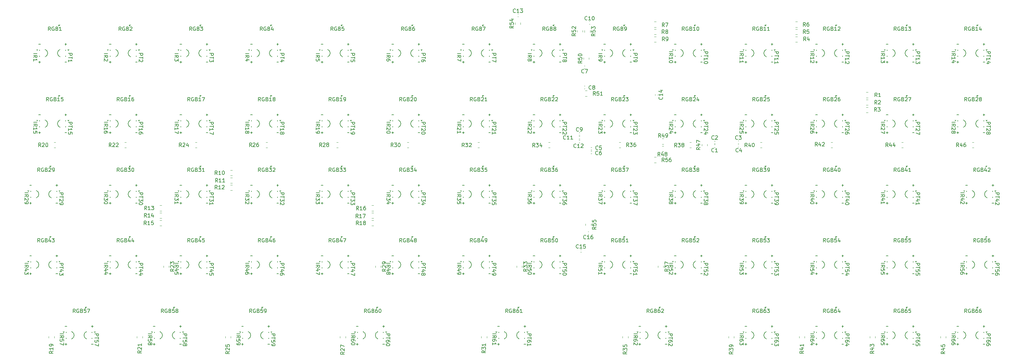
<source format=gbr>
%TF.GenerationSoftware,KiCad,Pcbnew,(6.0.0)*%
%TF.CreationDate,2022-03-05T10:25:11+10:00*%
%TF.ProjectId,Ortho66_Optical,4f727468-6f36-4365-9f4f-70746963616c,rev?*%
%TF.SameCoordinates,Original*%
%TF.FileFunction,Legend,Top*%
%TF.FilePolarity,Positive*%
%FSLAX46Y46*%
G04 Gerber Fmt 4.6, Leading zero omitted, Abs format (unit mm)*
G04 Created by KiCad (PCBNEW (6.0.0)) date 2022-03-05 10:25:11*
%MOMM*%
%LPD*%
G01*
G04 APERTURE LIST*
%ADD10C,0.150000*%
%ADD11C,0.120000*%
%ADD12C,0.160000*%
G04 APERTURE END LIST*
D10*
%TO.C,RGB29*%
X95975892Y-135752380D02*
X95642559Y-135276190D01*
X95404464Y-135752380D02*
X95404464Y-134752380D01*
X95785416Y-134752380D01*
X95880654Y-134800000D01*
X95928273Y-134847619D01*
X95975892Y-134942857D01*
X95975892Y-135085714D01*
X95928273Y-135180952D01*
X95880654Y-135228571D01*
X95785416Y-135276190D01*
X95404464Y-135276190D01*
X96928273Y-134800000D02*
X96833035Y-134752380D01*
X96690178Y-134752380D01*
X96547321Y-134800000D01*
X96452083Y-134895238D01*
X96404464Y-134990476D01*
X96356845Y-135180952D01*
X96356845Y-135323809D01*
X96404464Y-135514285D01*
X96452083Y-135609523D01*
X96547321Y-135704761D01*
X96690178Y-135752380D01*
X96785416Y-135752380D01*
X96928273Y-135704761D01*
X96975892Y-135657142D01*
X96975892Y-135323809D01*
X96785416Y-135323809D01*
X97737797Y-135228571D02*
X97880654Y-135276190D01*
X97928273Y-135323809D01*
X97975892Y-135419047D01*
X97975892Y-135561904D01*
X97928273Y-135657142D01*
X97880654Y-135704761D01*
X97785416Y-135752380D01*
X97404464Y-135752380D01*
X97404464Y-134752380D01*
X97737797Y-134752380D01*
X97833035Y-134800000D01*
X97880654Y-134847619D01*
X97928273Y-134942857D01*
X97928273Y-135038095D01*
X97880654Y-135133333D01*
X97833035Y-135180952D01*
X97737797Y-135228571D01*
X97404464Y-135228571D01*
X98356845Y-134847619D02*
X98404464Y-134800000D01*
X98499702Y-134752380D01*
X98737797Y-134752380D01*
X98833035Y-134800000D01*
X98880654Y-134847619D01*
X98928273Y-134942857D01*
X98928273Y-135038095D01*
X98880654Y-135180952D01*
X98309226Y-135752380D01*
X98928273Y-135752380D01*
X99404464Y-135752380D02*
X99594940Y-135752380D01*
X99690178Y-135704761D01*
X99737797Y-135657142D01*
X99833035Y-135514285D01*
X99880654Y-135323809D01*
X99880654Y-134942857D01*
X99833035Y-134847619D01*
X99785416Y-134800000D01*
X99690178Y-134752380D01*
X99499702Y-134752380D01*
X99404464Y-134800000D01*
X99356845Y-134847619D01*
X99309226Y-134942857D01*
X99309226Y-135180952D01*
X99356845Y-135276190D01*
X99404464Y-135323809D01*
X99499702Y-135371428D01*
X99690178Y-135371428D01*
X99785416Y-135323809D01*
X99833035Y-135276190D01*
X99880654Y-135180952D01*
%TO.C,RGB5*%
X175033333Y-97652380D02*
X174700000Y-97176190D01*
X174461904Y-97652380D02*
X174461904Y-96652380D01*
X174842857Y-96652380D01*
X174938095Y-96700000D01*
X174985714Y-96747619D01*
X175033333Y-96842857D01*
X175033333Y-96985714D01*
X174985714Y-97080952D01*
X174938095Y-97128571D01*
X174842857Y-97176190D01*
X174461904Y-97176190D01*
X175985714Y-96700000D02*
X175890476Y-96652380D01*
X175747619Y-96652380D01*
X175604761Y-96700000D01*
X175509523Y-96795238D01*
X175461904Y-96890476D01*
X175414285Y-97080952D01*
X175414285Y-97223809D01*
X175461904Y-97414285D01*
X175509523Y-97509523D01*
X175604761Y-97604761D01*
X175747619Y-97652380D01*
X175842857Y-97652380D01*
X175985714Y-97604761D01*
X176033333Y-97557142D01*
X176033333Y-97223809D01*
X175842857Y-97223809D01*
X176795238Y-97128571D02*
X176938095Y-97176190D01*
X176985714Y-97223809D01*
X177033333Y-97319047D01*
X177033333Y-97461904D01*
X176985714Y-97557142D01*
X176938095Y-97604761D01*
X176842857Y-97652380D01*
X176461904Y-97652380D01*
X176461904Y-96652380D01*
X176795238Y-96652380D01*
X176890476Y-96700000D01*
X176938095Y-96747619D01*
X176985714Y-96842857D01*
X176985714Y-96938095D01*
X176938095Y-97033333D01*
X176890476Y-97080952D01*
X176795238Y-97128571D01*
X176461904Y-97128571D01*
X177938095Y-96652380D02*
X177461904Y-96652380D01*
X177414285Y-97128571D01*
X177461904Y-97080952D01*
X177557142Y-97033333D01*
X177795238Y-97033333D01*
X177890476Y-97080952D01*
X177938095Y-97128571D01*
X177985714Y-97223809D01*
X177985714Y-97461904D01*
X177938095Y-97557142D01*
X177890476Y-97604761D01*
X177795238Y-97652380D01*
X177557142Y-97652380D01*
X177461904Y-97604761D01*
X177414285Y-97557142D01*
%TO.C,RGB51*%
X250757142Y-154802380D02*
X250423809Y-154326190D01*
X250185714Y-154802380D02*
X250185714Y-153802380D01*
X250566666Y-153802380D01*
X250661904Y-153850000D01*
X250709523Y-153897619D01*
X250757142Y-153992857D01*
X250757142Y-154135714D01*
X250709523Y-154230952D01*
X250661904Y-154278571D01*
X250566666Y-154326190D01*
X250185714Y-154326190D01*
X251709523Y-153850000D02*
X251614285Y-153802380D01*
X251471428Y-153802380D01*
X251328571Y-153850000D01*
X251233333Y-153945238D01*
X251185714Y-154040476D01*
X251138095Y-154230952D01*
X251138095Y-154373809D01*
X251185714Y-154564285D01*
X251233333Y-154659523D01*
X251328571Y-154754761D01*
X251471428Y-154802380D01*
X251566666Y-154802380D01*
X251709523Y-154754761D01*
X251757142Y-154707142D01*
X251757142Y-154373809D01*
X251566666Y-154373809D01*
X252519047Y-154278571D02*
X252661904Y-154326190D01*
X252709523Y-154373809D01*
X252757142Y-154469047D01*
X252757142Y-154611904D01*
X252709523Y-154707142D01*
X252661904Y-154754761D01*
X252566666Y-154802380D01*
X252185714Y-154802380D01*
X252185714Y-153802380D01*
X252519047Y-153802380D01*
X252614285Y-153850000D01*
X252661904Y-153897619D01*
X252709523Y-153992857D01*
X252709523Y-154088095D01*
X252661904Y-154183333D01*
X252614285Y-154230952D01*
X252519047Y-154278571D01*
X252185714Y-154278571D01*
X253661904Y-153802380D02*
X253185714Y-153802380D01*
X253138095Y-154278571D01*
X253185714Y-154230952D01*
X253280952Y-154183333D01*
X253519047Y-154183333D01*
X253614285Y-154230952D01*
X253661904Y-154278571D01*
X253709523Y-154373809D01*
X253709523Y-154611904D01*
X253661904Y-154707142D01*
X253614285Y-154754761D01*
X253519047Y-154802380D01*
X253280952Y-154802380D01*
X253185714Y-154754761D01*
X253138095Y-154707142D01*
X254661904Y-154802380D02*
X254090476Y-154802380D01*
X254376190Y-154802380D02*
X254376190Y-153802380D01*
X254280952Y-153945238D01*
X254185714Y-154040476D01*
X254090476Y-154088095D01*
%TO.C,IR14*%
X341897619Y-103397619D02*
X342897619Y-103397619D01*
X341897619Y-104445238D02*
X342373809Y-104111904D01*
X341897619Y-103873809D02*
X342897619Y-103873809D01*
X342897619Y-104254761D01*
X342850000Y-104350000D01*
X342802380Y-104397619D01*
X342707142Y-104445238D01*
X342564285Y-104445238D01*
X342469047Y-104397619D01*
X342421428Y-104350000D01*
X342373809Y-104254761D01*
X342373809Y-103873809D01*
X341897619Y-105397619D02*
X341897619Y-104826190D01*
X341897619Y-105111904D02*
X342897619Y-105111904D01*
X342754761Y-105016666D01*
X342659523Y-104921428D01*
X342611904Y-104826190D01*
X342564285Y-106254761D02*
X341897619Y-106254761D01*
X342945238Y-106016666D02*
X342230952Y-105778571D01*
X342230952Y-106397619D01*
%TO.C,PT21*%
X217947619Y-122404761D02*
X218947619Y-122404761D01*
X218947619Y-122785714D01*
X218900000Y-122880952D01*
X218852380Y-122928571D01*
X218757142Y-122976190D01*
X218614285Y-122976190D01*
X218519047Y-122928571D01*
X218471428Y-122880952D01*
X218423809Y-122785714D01*
X218423809Y-122404761D01*
X218947619Y-123261904D02*
X218947619Y-123833333D01*
X217947619Y-123547619D02*
X218947619Y-123547619D01*
X218852380Y-124119047D02*
X218900000Y-124166666D01*
X218947619Y-124261904D01*
X218947619Y-124500000D01*
X218900000Y-124595238D01*
X218852380Y-124642857D01*
X218757142Y-124690476D01*
X218661904Y-124690476D01*
X218519047Y-124642857D01*
X217947619Y-124071428D01*
X217947619Y-124690476D01*
X217947619Y-125642857D02*
X217947619Y-125071428D01*
X217947619Y-125357142D02*
X218947619Y-125357142D01*
X218804761Y-125261904D01*
X218709523Y-125166666D01*
X218661904Y-125071428D01*
%TO.C,PT9*%
X256047619Y-103830952D02*
X257047619Y-103830952D01*
X257047619Y-104211904D01*
X257000000Y-104307142D01*
X256952380Y-104354761D01*
X256857142Y-104402380D01*
X256714285Y-104402380D01*
X256619047Y-104354761D01*
X256571428Y-104307142D01*
X256523809Y-104211904D01*
X256523809Y-103830952D01*
X257047619Y-104688095D02*
X257047619Y-105259523D01*
X256047619Y-104973809D02*
X257047619Y-104973809D01*
X256047619Y-105640476D02*
X256047619Y-105830952D01*
X256095238Y-105926190D01*
X256142857Y-105973809D01*
X256285714Y-106069047D01*
X256476190Y-106116666D01*
X256857142Y-106116666D01*
X256952380Y-106069047D01*
X257000000Y-106021428D01*
X257047619Y-105926190D01*
X257047619Y-105735714D01*
X257000000Y-105640476D01*
X256952380Y-105592857D01*
X256857142Y-105545238D01*
X256619047Y-105545238D01*
X256523809Y-105592857D01*
X256476190Y-105640476D01*
X256428571Y-105735714D01*
X256428571Y-105926190D01*
X256476190Y-106021428D01*
X256523809Y-106069047D01*
X256619047Y-106116666D01*
%TO.C,RGB49*%
X212657142Y-154802380D02*
X212323809Y-154326190D01*
X212085714Y-154802380D02*
X212085714Y-153802380D01*
X212466666Y-153802380D01*
X212561904Y-153850000D01*
X212609523Y-153897619D01*
X212657142Y-153992857D01*
X212657142Y-154135714D01*
X212609523Y-154230952D01*
X212561904Y-154278571D01*
X212466666Y-154326190D01*
X212085714Y-154326190D01*
X213609523Y-153850000D02*
X213514285Y-153802380D01*
X213371428Y-153802380D01*
X213228571Y-153850000D01*
X213133333Y-153945238D01*
X213085714Y-154040476D01*
X213038095Y-154230952D01*
X213038095Y-154373809D01*
X213085714Y-154564285D01*
X213133333Y-154659523D01*
X213228571Y-154754761D01*
X213371428Y-154802380D01*
X213466666Y-154802380D01*
X213609523Y-154754761D01*
X213657142Y-154707142D01*
X213657142Y-154373809D01*
X213466666Y-154373809D01*
X214419047Y-154278571D02*
X214561904Y-154326190D01*
X214609523Y-154373809D01*
X214657142Y-154469047D01*
X214657142Y-154611904D01*
X214609523Y-154707142D01*
X214561904Y-154754761D01*
X214466666Y-154802380D01*
X214085714Y-154802380D01*
X214085714Y-153802380D01*
X214419047Y-153802380D01*
X214514285Y-153850000D01*
X214561904Y-153897619D01*
X214609523Y-153992857D01*
X214609523Y-154088095D01*
X214561904Y-154183333D01*
X214514285Y-154230952D01*
X214419047Y-154278571D01*
X214085714Y-154278571D01*
X215514285Y-154135714D02*
X215514285Y-154802380D01*
X215276190Y-153754761D02*
X215038095Y-154469047D01*
X215657142Y-154469047D01*
X216085714Y-154802380D02*
X216276190Y-154802380D01*
X216371428Y-154754761D01*
X216419047Y-154707142D01*
X216514285Y-154564285D01*
X216561904Y-154373809D01*
X216561904Y-153992857D01*
X216514285Y-153897619D01*
X216466666Y-153850000D01*
X216371428Y-153802380D01*
X216180952Y-153802380D01*
X216085714Y-153850000D01*
X216038095Y-153897619D01*
X215990476Y-153992857D01*
X215990476Y-154230952D01*
X216038095Y-154326190D01*
X216085714Y-154373809D01*
X216180952Y-154421428D01*
X216371428Y-154421428D01*
X216466666Y-154373809D01*
X216514285Y-154326190D01*
X216561904Y-154230952D01*
%TO.C,IR65*%
X322847619Y-179597619D02*
X323847619Y-179597619D01*
X322847619Y-180645238D02*
X323323809Y-180311904D01*
X322847619Y-180073809D02*
X323847619Y-180073809D01*
X323847619Y-180454761D01*
X323800000Y-180550000D01*
X323752380Y-180597619D01*
X323657142Y-180645238D01*
X323514285Y-180645238D01*
X323419047Y-180597619D01*
X323371428Y-180550000D01*
X323323809Y-180454761D01*
X323323809Y-180073809D01*
X323847619Y-181502380D02*
X323847619Y-181311904D01*
X323800000Y-181216666D01*
X323752380Y-181169047D01*
X323609523Y-181073809D01*
X323419047Y-181026190D01*
X323038095Y-181026190D01*
X322942857Y-181073809D01*
X322895238Y-181121428D01*
X322847619Y-181216666D01*
X322847619Y-181407142D01*
X322895238Y-181502380D01*
X322942857Y-181550000D01*
X323038095Y-181597619D01*
X323276190Y-181597619D01*
X323371428Y-181550000D01*
X323419047Y-181502380D01*
X323466666Y-181407142D01*
X323466666Y-181216666D01*
X323419047Y-181121428D01*
X323371428Y-181073809D01*
X323276190Y-181026190D01*
X323847619Y-182502380D02*
X323847619Y-182026190D01*
X323371428Y-181978571D01*
X323419047Y-182026190D01*
X323466666Y-182121428D01*
X323466666Y-182359523D01*
X323419047Y-182454761D01*
X323371428Y-182502380D01*
X323276190Y-182550000D01*
X323038095Y-182550000D01*
X322942857Y-182502380D01*
X322895238Y-182454761D01*
X322847619Y-182359523D01*
X322847619Y-182121428D01*
X322895238Y-182026190D01*
X322942857Y-181978571D01*
%TO.C,R35*%
X254302380Y-184402857D02*
X253826190Y-184736190D01*
X254302380Y-184974285D02*
X253302380Y-184974285D01*
X253302380Y-184593333D01*
X253350000Y-184498095D01*
X253397619Y-184450476D01*
X253492857Y-184402857D01*
X253635714Y-184402857D01*
X253730952Y-184450476D01*
X253778571Y-184498095D01*
X253826190Y-184593333D01*
X253826190Y-184974285D01*
X253302380Y-184069523D02*
X253302380Y-183450476D01*
X253683333Y-183783809D01*
X253683333Y-183640952D01*
X253730952Y-183545714D01*
X253778571Y-183498095D01*
X253873809Y-183450476D01*
X254111904Y-183450476D01*
X254207142Y-183498095D01*
X254254761Y-183545714D01*
X254302380Y-183640952D01*
X254302380Y-183926666D01*
X254254761Y-184021904D01*
X254207142Y-184069523D01*
X253302380Y-182545714D02*
X253302380Y-183021904D01*
X253778571Y-183069523D01*
X253730952Y-183021904D01*
X253683333Y-182926666D01*
X253683333Y-182688571D01*
X253730952Y-182593333D01*
X253778571Y-182545714D01*
X253873809Y-182498095D01*
X254111904Y-182498095D01*
X254207142Y-182545714D01*
X254254761Y-182593333D01*
X254302380Y-182688571D01*
X254302380Y-182926666D01*
X254254761Y-183021904D01*
X254207142Y-183069523D01*
%TO.C,RGB39*%
X288857142Y-135752380D02*
X288523809Y-135276190D01*
X288285714Y-135752380D02*
X288285714Y-134752380D01*
X288666666Y-134752380D01*
X288761904Y-134800000D01*
X288809523Y-134847619D01*
X288857142Y-134942857D01*
X288857142Y-135085714D01*
X288809523Y-135180952D01*
X288761904Y-135228571D01*
X288666666Y-135276190D01*
X288285714Y-135276190D01*
X289809523Y-134800000D02*
X289714285Y-134752380D01*
X289571428Y-134752380D01*
X289428571Y-134800000D01*
X289333333Y-134895238D01*
X289285714Y-134990476D01*
X289238095Y-135180952D01*
X289238095Y-135323809D01*
X289285714Y-135514285D01*
X289333333Y-135609523D01*
X289428571Y-135704761D01*
X289571428Y-135752380D01*
X289666666Y-135752380D01*
X289809523Y-135704761D01*
X289857142Y-135657142D01*
X289857142Y-135323809D01*
X289666666Y-135323809D01*
X290619047Y-135228571D02*
X290761904Y-135276190D01*
X290809523Y-135323809D01*
X290857142Y-135419047D01*
X290857142Y-135561904D01*
X290809523Y-135657142D01*
X290761904Y-135704761D01*
X290666666Y-135752380D01*
X290285714Y-135752380D01*
X290285714Y-134752380D01*
X290619047Y-134752380D01*
X290714285Y-134800000D01*
X290761904Y-134847619D01*
X290809523Y-134942857D01*
X290809523Y-135038095D01*
X290761904Y-135133333D01*
X290714285Y-135180952D01*
X290619047Y-135228571D01*
X290285714Y-135228571D01*
X291190476Y-134752380D02*
X291809523Y-134752380D01*
X291476190Y-135133333D01*
X291619047Y-135133333D01*
X291714285Y-135180952D01*
X291761904Y-135228571D01*
X291809523Y-135323809D01*
X291809523Y-135561904D01*
X291761904Y-135657142D01*
X291714285Y-135704761D01*
X291619047Y-135752380D01*
X291333333Y-135752380D01*
X291238095Y-135704761D01*
X291190476Y-135657142D01*
X292285714Y-135752380D02*
X292476190Y-135752380D01*
X292571428Y-135704761D01*
X292619047Y-135657142D01*
X292714285Y-135514285D01*
X292761904Y-135323809D01*
X292761904Y-134942857D01*
X292714285Y-134847619D01*
X292666666Y-134800000D01*
X292571428Y-134752380D01*
X292380952Y-134752380D01*
X292285714Y-134800000D01*
X292238095Y-134847619D01*
X292190476Y-134942857D01*
X292190476Y-135180952D01*
X292238095Y-135276190D01*
X292285714Y-135323809D01*
X292380952Y-135371428D01*
X292571428Y-135371428D01*
X292666666Y-135323809D01*
X292714285Y-135276190D01*
X292761904Y-135180952D01*
%TO.C,R8*%
X264373333Y-98482380D02*
X264040000Y-98006190D01*
X263801904Y-98482380D02*
X263801904Y-97482380D01*
X264182857Y-97482380D01*
X264278095Y-97530000D01*
X264325714Y-97577619D01*
X264373333Y-97672857D01*
X264373333Y-97815714D01*
X264325714Y-97910952D01*
X264278095Y-97958571D01*
X264182857Y-98006190D01*
X263801904Y-98006190D01*
X264944761Y-97910952D02*
X264849523Y-97863333D01*
X264801904Y-97815714D01*
X264754285Y-97720476D01*
X264754285Y-97672857D01*
X264801904Y-97577619D01*
X264849523Y-97530000D01*
X264944761Y-97482380D01*
X265135238Y-97482380D01*
X265230476Y-97530000D01*
X265278095Y-97577619D01*
X265325714Y-97672857D01*
X265325714Y-97720476D01*
X265278095Y-97815714D01*
X265230476Y-97863333D01*
X265135238Y-97910952D01*
X264944761Y-97910952D01*
X264849523Y-97958571D01*
X264801904Y-98006190D01*
X264754285Y-98101428D01*
X264754285Y-98291904D01*
X264801904Y-98387142D01*
X264849523Y-98434761D01*
X264944761Y-98482380D01*
X265135238Y-98482380D01*
X265230476Y-98434761D01*
X265278095Y-98387142D01*
X265325714Y-98291904D01*
X265325714Y-98101428D01*
X265278095Y-98006190D01*
X265230476Y-97958571D01*
X265135238Y-97910952D01*
%TO.C,RGB17*%
X136457142Y-116702380D02*
X136123809Y-116226190D01*
X135885714Y-116702380D02*
X135885714Y-115702380D01*
X136266666Y-115702380D01*
X136361904Y-115750000D01*
X136409523Y-115797619D01*
X136457142Y-115892857D01*
X136457142Y-116035714D01*
X136409523Y-116130952D01*
X136361904Y-116178571D01*
X136266666Y-116226190D01*
X135885714Y-116226190D01*
X137409523Y-115750000D02*
X137314285Y-115702380D01*
X137171428Y-115702380D01*
X137028571Y-115750000D01*
X136933333Y-115845238D01*
X136885714Y-115940476D01*
X136838095Y-116130952D01*
X136838095Y-116273809D01*
X136885714Y-116464285D01*
X136933333Y-116559523D01*
X137028571Y-116654761D01*
X137171428Y-116702380D01*
X137266666Y-116702380D01*
X137409523Y-116654761D01*
X137457142Y-116607142D01*
X137457142Y-116273809D01*
X137266666Y-116273809D01*
X138219047Y-116178571D02*
X138361904Y-116226190D01*
X138409523Y-116273809D01*
X138457142Y-116369047D01*
X138457142Y-116511904D01*
X138409523Y-116607142D01*
X138361904Y-116654761D01*
X138266666Y-116702380D01*
X137885714Y-116702380D01*
X137885714Y-115702380D01*
X138219047Y-115702380D01*
X138314285Y-115750000D01*
X138361904Y-115797619D01*
X138409523Y-115892857D01*
X138409523Y-115988095D01*
X138361904Y-116083333D01*
X138314285Y-116130952D01*
X138219047Y-116178571D01*
X137885714Y-116178571D01*
X139409523Y-116702380D02*
X138838095Y-116702380D01*
X139123809Y-116702380D02*
X139123809Y-115702380D01*
X139028571Y-115845238D01*
X138933333Y-115940476D01*
X138838095Y-115988095D01*
X139742857Y-115702380D02*
X140409523Y-115702380D01*
X139980952Y-116702380D01*
%TO.C,PT44*%
X122697619Y-160504761D02*
X123697619Y-160504761D01*
X123697619Y-160885714D01*
X123650000Y-160980952D01*
X123602380Y-161028571D01*
X123507142Y-161076190D01*
X123364285Y-161076190D01*
X123269047Y-161028571D01*
X123221428Y-160980952D01*
X123173809Y-160885714D01*
X123173809Y-160504761D01*
X123697619Y-161361904D02*
X123697619Y-161933333D01*
X122697619Y-161647619D02*
X123697619Y-161647619D01*
X123364285Y-162695238D02*
X122697619Y-162695238D01*
X123745238Y-162457142D02*
X123030952Y-162219047D01*
X123030952Y-162838095D01*
X123364285Y-163647619D02*
X122697619Y-163647619D01*
X123745238Y-163409523D02*
X123030952Y-163171428D01*
X123030952Y-163790476D01*
%TO.C,PT4*%
X160797619Y-103830952D02*
X161797619Y-103830952D01*
X161797619Y-104211904D01*
X161750000Y-104307142D01*
X161702380Y-104354761D01*
X161607142Y-104402380D01*
X161464285Y-104402380D01*
X161369047Y-104354761D01*
X161321428Y-104307142D01*
X161273809Y-104211904D01*
X161273809Y-103830952D01*
X161797619Y-104688095D02*
X161797619Y-105259523D01*
X160797619Y-104973809D02*
X161797619Y-104973809D01*
X161464285Y-106021428D02*
X160797619Y-106021428D01*
X161845238Y-105783333D02*
X161130952Y-105545238D01*
X161130952Y-106164285D01*
%TO.C,PT41*%
X332247619Y-141454761D02*
X333247619Y-141454761D01*
X333247619Y-141835714D01*
X333200000Y-141930952D01*
X333152380Y-141978571D01*
X333057142Y-142026190D01*
X332914285Y-142026190D01*
X332819047Y-141978571D01*
X332771428Y-141930952D01*
X332723809Y-141835714D01*
X332723809Y-141454761D01*
X333247619Y-142311904D02*
X333247619Y-142883333D01*
X332247619Y-142597619D02*
X333247619Y-142597619D01*
X332914285Y-143645238D02*
X332247619Y-143645238D01*
X333295238Y-143407142D02*
X332580952Y-143169047D01*
X332580952Y-143788095D01*
X332247619Y-144692857D02*
X332247619Y-144121428D01*
X332247619Y-144407142D02*
X333247619Y-144407142D01*
X333104761Y-144311904D01*
X333009523Y-144216666D01*
X332961904Y-144121428D01*
%TO.C,PT24*%
X275097619Y-122404761D02*
X276097619Y-122404761D01*
X276097619Y-122785714D01*
X276050000Y-122880952D01*
X276002380Y-122928571D01*
X275907142Y-122976190D01*
X275764285Y-122976190D01*
X275669047Y-122928571D01*
X275621428Y-122880952D01*
X275573809Y-122785714D01*
X275573809Y-122404761D01*
X276097619Y-123261904D02*
X276097619Y-123833333D01*
X275097619Y-123547619D02*
X276097619Y-123547619D01*
X276002380Y-124119047D02*
X276050000Y-124166666D01*
X276097619Y-124261904D01*
X276097619Y-124500000D01*
X276050000Y-124595238D01*
X276002380Y-124642857D01*
X275907142Y-124690476D01*
X275811904Y-124690476D01*
X275669047Y-124642857D01*
X275097619Y-124071428D01*
X275097619Y-124690476D01*
X275764285Y-125547619D02*
X275097619Y-125547619D01*
X276145238Y-125309523D02*
X275430952Y-125071428D01*
X275430952Y-125690476D01*
%TO.C,PT25*%
X294147619Y-122404761D02*
X295147619Y-122404761D01*
X295147619Y-122785714D01*
X295100000Y-122880952D01*
X295052380Y-122928571D01*
X294957142Y-122976190D01*
X294814285Y-122976190D01*
X294719047Y-122928571D01*
X294671428Y-122880952D01*
X294623809Y-122785714D01*
X294623809Y-122404761D01*
X295147619Y-123261904D02*
X295147619Y-123833333D01*
X294147619Y-123547619D02*
X295147619Y-123547619D01*
X295052380Y-124119047D02*
X295100000Y-124166666D01*
X295147619Y-124261904D01*
X295147619Y-124500000D01*
X295100000Y-124595238D01*
X295052380Y-124642857D01*
X294957142Y-124690476D01*
X294861904Y-124690476D01*
X294719047Y-124642857D01*
X294147619Y-124071428D01*
X294147619Y-124690476D01*
X295147619Y-125595238D02*
X295147619Y-125119047D01*
X294671428Y-125071428D01*
X294719047Y-125119047D01*
X294766666Y-125214285D01*
X294766666Y-125452380D01*
X294719047Y-125547619D01*
X294671428Y-125595238D01*
X294576190Y-125642857D01*
X294338095Y-125642857D01*
X294242857Y-125595238D01*
X294195238Y-125547619D01*
X294147619Y-125452380D01*
X294147619Y-125214285D01*
X294195238Y-125119047D01*
X294242857Y-125071428D01*
%TO.C,PT2*%
X122697619Y-103830952D02*
X123697619Y-103830952D01*
X123697619Y-104211904D01*
X123650000Y-104307142D01*
X123602380Y-104354761D01*
X123507142Y-104402380D01*
X123364285Y-104402380D01*
X123269047Y-104354761D01*
X123221428Y-104307142D01*
X123173809Y-104211904D01*
X123173809Y-103830952D01*
X123697619Y-104688095D02*
X123697619Y-105259523D01*
X122697619Y-104973809D02*
X123697619Y-104973809D01*
X123602380Y-105545238D02*
X123650000Y-105592857D01*
X123697619Y-105688095D01*
X123697619Y-105926190D01*
X123650000Y-106021428D01*
X123602380Y-106069047D01*
X123507142Y-106116666D01*
X123411904Y-106116666D01*
X123269047Y-106069047D01*
X122697619Y-105497619D01*
X122697619Y-106116666D01*
%TO.C,R45*%
X340062380Y-184362857D02*
X339586190Y-184696190D01*
X340062380Y-184934285D02*
X339062380Y-184934285D01*
X339062380Y-184553333D01*
X339110000Y-184458095D01*
X339157619Y-184410476D01*
X339252857Y-184362857D01*
X339395714Y-184362857D01*
X339490952Y-184410476D01*
X339538571Y-184458095D01*
X339586190Y-184553333D01*
X339586190Y-184934285D01*
X339395714Y-183505714D02*
X340062380Y-183505714D01*
X339014761Y-183743809D02*
X339729047Y-183981904D01*
X339729047Y-183362857D01*
X339062380Y-182505714D02*
X339062380Y-182981904D01*
X339538571Y-183029523D01*
X339490952Y-182981904D01*
X339443333Y-182886666D01*
X339443333Y-182648571D01*
X339490952Y-182553333D01*
X339538571Y-182505714D01*
X339633809Y-182458095D01*
X339871904Y-182458095D01*
X339967142Y-182505714D01*
X340014761Y-182553333D01*
X340062380Y-182648571D01*
X340062380Y-182886666D01*
X340014761Y-182981904D01*
X339967142Y-183029523D01*
%TO.C,PT17*%
X141747619Y-122404761D02*
X142747619Y-122404761D01*
X142747619Y-122785714D01*
X142700000Y-122880952D01*
X142652380Y-122928571D01*
X142557142Y-122976190D01*
X142414285Y-122976190D01*
X142319047Y-122928571D01*
X142271428Y-122880952D01*
X142223809Y-122785714D01*
X142223809Y-122404761D01*
X142747619Y-123261904D02*
X142747619Y-123833333D01*
X141747619Y-123547619D02*
X142747619Y-123547619D01*
X141747619Y-124690476D02*
X141747619Y-124119047D01*
X141747619Y-124404761D02*
X142747619Y-124404761D01*
X142604761Y-124309523D01*
X142509523Y-124214285D01*
X142461904Y-124119047D01*
X142747619Y-125023809D02*
X142747619Y-125690476D01*
X141747619Y-125261904D01*
%TO.C,PT10*%
X275097619Y-103354761D02*
X276097619Y-103354761D01*
X276097619Y-103735714D01*
X276050000Y-103830952D01*
X276002380Y-103878571D01*
X275907142Y-103926190D01*
X275764285Y-103926190D01*
X275669047Y-103878571D01*
X275621428Y-103830952D01*
X275573809Y-103735714D01*
X275573809Y-103354761D01*
X276097619Y-104211904D02*
X276097619Y-104783333D01*
X275097619Y-104497619D02*
X276097619Y-104497619D01*
X275097619Y-105640476D02*
X275097619Y-105069047D01*
X275097619Y-105354761D02*
X276097619Y-105354761D01*
X275954761Y-105259523D01*
X275859523Y-105164285D01*
X275811904Y-105069047D01*
X276097619Y-106259523D02*
X276097619Y-106354761D01*
X276050000Y-106450000D01*
X276002380Y-106497619D01*
X275907142Y-106545238D01*
X275716666Y-106592857D01*
X275478571Y-106592857D01*
X275288095Y-106545238D01*
X275192857Y-106497619D01*
X275145238Y-106450000D01*
X275097619Y-106354761D01*
X275097619Y-106259523D01*
X275145238Y-106164285D01*
X275192857Y-106116666D01*
X275288095Y-106069047D01*
X275478571Y-106021428D01*
X275716666Y-106021428D01*
X275907142Y-106069047D01*
X276002380Y-106116666D01*
X276050000Y-106164285D01*
X276097619Y-106259523D01*
%TO.C,PT18*%
X160797619Y-122404761D02*
X161797619Y-122404761D01*
X161797619Y-122785714D01*
X161750000Y-122880952D01*
X161702380Y-122928571D01*
X161607142Y-122976190D01*
X161464285Y-122976190D01*
X161369047Y-122928571D01*
X161321428Y-122880952D01*
X161273809Y-122785714D01*
X161273809Y-122404761D01*
X161797619Y-123261904D02*
X161797619Y-123833333D01*
X160797619Y-123547619D02*
X161797619Y-123547619D01*
X160797619Y-124690476D02*
X160797619Y-124119047D01*
X160797619Y-124404761D02*
X161797619Y-124404761D01*
X161654761Y-124309523D01*
X161559523Y-124214285D01*
X161511904Y-124119047D01*
X161369047Y-125261904D02*
X161416666Y-125166666D01*
X161464285Y-125119047D01*
X161559523Y-125071428D01*
X161607142Y-125071428D01*
X161702380Y-125119047D01*
X161750000Y-125166666D01*
X161797619Y-125261904D01*
X161797619Y-125452380D01*
X161750000Y-125547619D01*
X161702380Y-125595238D01*
X161607142Y-125642857D01*
X161559523Y-125642857D01*
X161464285Y-125595238D01*
X161416666Y-125547619D01*
X161369047Y-125452380D01*
X161369047Y-125261904D01*
X161321428Y-125166666D01*
X161273809Y-125119047D01*
X161178571Y-125071428D01*
X160988095Y-125071428D01*
X160892857Y-125119047D01*
X160845238Y-125166666D01*
X160797619Y-125261904D01*
X160797619Y-125452380D01*
X160845238Y-125547619D01*
X160892857Y-125595238D01*
X160988095Y-125642857D01*
X161178571Y-125642857D01*
X161273809Y-125595238D01*
X161321428Y-125547619D01*
X161369047Y-125452380D01*
%TO.C,RGB57*%
X105500892Y-173852380D02*
X105167559Y-173376190D01*
X104929464Y-173852380D02*
X104929464Y-172852380D01*
X105310416Y-172852380D01*
X105405654Y-172900000D01*
X105453273Y-172947619D01*
X105500892Y-173042857D01*
X105500892Y-173185714D01*
X105453273Y-173280952D01*
X105405654Y-173328571D01*
X105310416Y-173376190D01*
X104929464Y-173376190D01*
X106453273Y-172900000D02*
X106358035Y-172852380D01*
X106215178Y-172852380D01*
X106072321Y-172900000D01*
X105977083Y-172995238D01*
X105929464Y-173090476D01*
X105881845Y-173280952D01*
X105881845Y-173423809D01*
X105929464Y-173614285D01*
X105977083Y-173709523D01*
X106072321Y-173804761D01*
X106215178Y-173852380D01*
X106310416Y-173852380D01*
X106453273Y-173804761D01*
X106500892Y-173757142D01*
X106500892Y-173423809D01*
X106310416Y-173423809D01*
X107262797Y-173328571D02*
X107405654Y-173376190D01*
X107453273Y-173423809D01*
X107500892Y-173519047D01*
X107500892Y-173661904D01*
X107453273Y-173757142D01*
X107405654Y-173804761D01*
X107310416Y-173852380D01*
X106929464Y-173852380D01*
X106929464Y-172852380D01*
X107262797Y-172852380D01*
X107358035Y-172900000D01*
X107405654Y-172947619D01*
X107453273Y-173042857D01*
X107453273Y-173138095D01*
X107405654Y-173233333D01*
X107358035Y-173280952D01*
X107262797Y-173328571D01*
X106929464Y-173328571D01*
X108405654Y-172852380D02*
X107929464Y-172852380D01*
X107881845Y-173328571D01*
X107929464Y-173280952D01*
X108024702Y-173233333D01*
X108262797Y-173233333D01*
X108358035Y-173280952D01*
X108405654Y-173328571D01*
X108453273Y-173423809D01*
X108453273Y-173661904D01*
X108405654Y-173757142D01*
X108358035Y-173804761D01*
X108262797Y-173852380D01*
X108024702Y-173852380D01*
X107929464Y-173804761D01*
X107881845Y-173757142D01*
X108786607Y-172852380D02*
X109453273Y-172852380D01*
X109024702Y-173852380D01*
%TO.C,RGB4*%
X155983333Y-97652380D02*
X155650000Y-97176190D01*
X155411904Y-97652380D02*
X155411904Y-96652380D01*
X155792857Y-96652380D01*
X155888095Y-96700000D01*
X155935714Y-96747619D01*
X155983333Y-96842857D01*
X155983333Y-96985714D01*
X155935714Y-97080952D01*
X155888095Y-97128571D01*
X155792857Y-97176190D01*
X155411904Y-97176190D01*
X156935714Y-96700000D02*
X156840476Y-96652380D01*
X156697619Y-96652380D01*
X156554761Y-96700000D01*
X156459523Y-96795238D01*
X156411904Y-96890476D01*
X156364285Y-97080952D01*
X156364285Y-97223809D01*
X156411904Y-97414285D01*
X156459523Y-97509523D01*
X156554761Y-97604761D01*
X156697619Y-97652380D01*
X156792857Y-97652380D01*
X156935714Y-97604761D01*
X156983333Y-97557142D01*
X156983333Y-97223809D01*
X156792857Y-97223809D01*
X157745238Y-97128571D02*
X157888095Y-97176190D01*
X157935714Y-97223809D01*
X157983333Y-97319047D01*
X157983333Y-97461904D01*
X157935714Y-97557142D01*
X157888095Y-97604761D01*
X157792857Y-97652380D01*
X157411904Y-97652380D01*
X157411904Y-96652380D01*
X157745238Y-96652380D01*
X157840476Y-96700000D01*
X157888095Y-96747619D01*
X157935714Y-96842857D01*
X157935714Y-96938095D01*
X157888095Y-97033333D01*
X157840476Y-97080952D01*
X157745238Y-97128571D01*
X157411904Y-97128571D01*
X158840476Y-96985714D02*
X158840476Y-97652380D01*
X158602380Y-96604761D02*
X158364285Y-97319047D01*
X158983333Y-97319047D01*
%TO.C,R10*%
X143807142Y-136552380D02*
X143473809Y-136076190D01*
X143235714Y-136552380D02*
X143235714Y-135552380D01*
X143616666Y-135552380D01*
X143711904Y-135600000D01*
X143759523Y-135647619D01*
X143807142Y-135742857D01*
X143807142Y-135885714D01*
X143759523Y-135980952D01*
X143711904Y-136028571D01*
X143616666Y-136076190D01*
X143235714Y-136076190D01*
X144759523Y-136552380D02*
X144188095Y-136552380D01*
X144473809Y-136552380D02*
X144473809Y-135552380D01*
X144378571Y-135695238D01*
X144283333Y-135790476D01*
X144188095Y-135838095D01*
X145378571Y-135552380D02*
X145473809Y-135552380D01*
X145569047Y-135600000D01*
X145616666Y-135647619D01*
X145664285Y-135742857D01*
X145711904Y-135933333D01*
X145711904Y-136171428D01*
X145664285Y-136361904D01*
X145616666Y-136457142D01*
X145569047Y-136504761D01*
X145473809Y-136552380D01*
X145378571Y-136552380D01*
X145283333Y-136504761D01*
X145235714Y-136457142D01*
X145188095Y-136361904D01*
X145140476Y-136171428D01*
X145140476Y-135933333D01*
X145188095Y-135742857D01*
X145235714Y-135647619D01*
X145283333Y-135600000D01*
X145378571Y-135552380D01*
%TO.C,PT53*%
X294147619Y-160504761D02*
X295147619Y-160504761D01*
X295147619Y-160885714D01*
X295100000Y-160980952D01*
X295052380Y-161028571D01*
X294957142Y-161076190D01*
X294814285Y-161076190D01*
X294719047Y-161028571D01*
X294671428Y-160980952D01*
X294623809Y-160885714D01*
X294623809Y-160504761D01*
X295147619Y-161361904D02*
X295147619Y-161933333D01*
X294147619Y-161647619D02*
X295147619Y-161647619D01*
X295147619Y-162742857D02*
X295147619Y-162266666D01*
X294671428Y-162219047D01*
X294719047Y-162266666D01*
X294766666Y-162361904D01*
X294766666Y-162600000D01*
X294719047Y-162695238D01*
X294671428Y-162742857D01*
X294576190Y-162790476D01*
X294338095Y-162790476D01*
X294242857Y-162742857D01*
X294195238Y-162695238D01*
X294147619Y-162600000D01*
X294147619Y-162361904D01*
X294195238Y-162266666D01*
X294242857Y-162219047D01*
X295147619Y-163123809D02*
X295147619Y-163742857D01*
X294766666Y-163409523D01*
X294766666Y-163552380D01*
X294719047Y-163647619D01*
X294671428Y-163695238D01*
X294576190Y-163742857D01*
X294338095Y-163742857D01*
X294242857Y-163695238D01*
X294195238Y-163647619D01*
X294147619Y-163552380D01*
X294147619Y-163266666D01*
X294195238Y-163171428D01*
X294242857Y-163123809D01*
%TO.C,IR13*%
X322847619Y-103397619D02*
X323847619Y-103397619D01*
X322847619Y-104445238D02*
X323323809Y-104111904D01*
X322847619Y-103873809D02*
X323847619Y-103873809D01*
X323847619Y-104254761D01*
X323800000Y-104350000D01*
X323752380Y-104397619D01*
X323657142Y-104445238D01*
X323514285Y-104445238D01*
X323419047Y-104397619D01*
X323371428Y-104350000D01*
X323323809Y-104254761D01*
X323323809Y-103873809D01*
X322847619Y-105397619D02*
X322847619Y-104826190D01*
X322847619Y-105111904D02*
X323847619Y-105111904D01*
X323704761Y-105016666D01*
X323609523Y-104921428D01*
X323561904Y-104826190D01*
X323847619Y-105730952D02*
X323847619Y-106350000D01*
X323466666Y-106016666D01*
X323466666Y-106159523D01*
X323419047Y-106254761D01*
X323371428Y-106302380D01*
X323276190Y-106350000D01*
X323038095Y-106350000D01*
X322942857Y-106302380D01*
X322895238Y-106254761D01*
X322847619Y-106159523D01*
X322847619Y-105873809D01*
X322895238Y-105778571D01*
X322942857Y-105730952D01*
%TO.C,PT29*%
X101266369Y-141454761D02*
X102266369Y-141454761D01*
X102266369Y-141835714D01*
X102218750Y-141930952D01*
X102171130Y-141978571D01*
X102075892Y-142026190D01*
X101933035Y-142026190D01*
X101837797Y-141978571D01*
X101790178Y-141930952D01*
X101742559Y-141835714D01*
X101742559Y-141454761D01*
X102266369Y-142311904D02*
X102266369Y-142883333D01*
X101266369Y-142597619D02*
X102266369Y-142597619D01*
X102171130Y-143169047D02*
X102218750Y-143216666D01*
X102266369Y-143311904D01*
X102266369Y-143550000D01*
X102218750Y-143645238D01*
X102171130Y-143692857D01*
X102075892Y-143740476D01*
X101980654Y-143740476D01*
X101837797Y-143692857D01*
X101266369Y-143121428D01*
X101266369Y-143740476D01*
X101266369Y-144216666D02*
X101266369Y-144407142D01*
X101313988Y-144502380D01*
X101361607Y-144550000D01*
X101504464Y-144645238D01*
X101694940Y-144692857D01*
X102075892Y-144692857D01*
X102171130Y-144645238D01*
X102218750Y-144597619D01*
X102266369Y-144502380D01*
X102266369Y-144311904D01*
X102218750Y-144216666D01*
X102171130Y-144169047D01*
X102075892Y-144121428D01*
X101837797Y-144121428D01*
X101742559Y-144169047D01*
X101694940Y-144216666D01*
X101647321Y-144311904D01*
X101647321Y-144502380D01*
X101694940Y-144597619D01*
X101742559Y-144645238D01*
X101837797Y-144692857D01*
%TO.C,IR31*%
X132347619Y-141497619D02*
X133347619Y-141497619D01*
X132347619Y-142545238D02*
X132823809Y-142211904D01*
X132347619Y-141973809D02*
X133347619Y-141973809D01*
X133347619Y-142354761D01*
X133300000Y-142450000D01*
X133252380Y-142497619D01*
X133157142Y-142545238D01*
X133014285Y-142545238D01*
X132919047Y-142497619D01*
X132871428Y-142450000D01*
X132823809Y-142354761D01*
X132823809Y-141973809D01*
X133347619Y-142878571D02*
X133347619Y-143497619D01*
X132966666Y-143164285D01*
X132966666Y-143307142D01*
X132919047Y-143402380D01*
X132871428Y-143450000D01*
X132776190Y-143497619D01*
X132538095Y-143497619D01*
X132442857Y-143450000D01*
X132395238Y-143402380D01*
X132347619Y-143307142D01*
X132347619Y-143021428D01*
X132395238Y-142926190D01*
X132442857Y-142878571D01*
X132347619Y-144450000D02*
X132347619Y-143878571D01*
X132347619Y-144164285D02*
X133347619Y-144164285D01*
X133204761Y-144069047D01*
X133109523Y-143973809D01*
X133061904Y-143878571D01*
%TO.C,RGB1*%
X98833333Y-97652380D02*
X98500000Y-97176190D01*
X98261904Y-97652380D02*
X98261904Y-96652380D01*
X98642857Y-96652380D01*
X98738095Y-96700000D01*
X98785714Y-96747619D01*
X98833333Y-96842857D01*
X98833333Y-96985714D01*
X98785714Y-97080952D01*
X98738095Y-97128571D01*
X98642857Y-97176190D01*
X98261904Y-97176190D01*
X99785714Y-96700000D02*
X99690476Y-96652380D01*
X99547619Y-96652380D01*
X99404761Y-96700000D01*
X99309523Y-96795238D01*
X99261904Y-96890476D01*
X99214285Y-97080952D01*
X99214285Y-97223809D01*
X99261904Y-97414285D01*
X99309523Y-97509523D01*
X99404761Y-97604761D01*
X99547619Y-97652380D01*
X99642857Y-97652380D01*
X99785714Y-97604761D01*
X99833333Y-97557142D01*
X99833333Y-97223809D01*
X99642857Y-97223809D01*
X100595238Y-97128571D02*
X100738095Y-97176190D01*
X100785714Y-97223809D01*
X100833333Y-97319047D01*
X100833333Y-97461904D01*
X100785714Y-97557142D01*
X100738095Y-97604761D01*
X100642857Y-97652380D01*
X100261904Y-97652380D01*
X100261904Y-96652380D01*
X100595238Y-96652380D01*
X100690476Y-96700000D01*
X100738095Y-96747619D01*
X100785714Y-96842857D01*
X100785714Y-96938095D01*
X100738095Y-97033333D01*
X100690476Y-97080952D01*
X100595238Y-97128571D01*
X100261904Y-97128571D01*
X101785714Y-97652380D02*
X101214285Y-97652380D01*
X101500000Y-97652380D02*
X101500000Y-96652380D01*
X101404761Y-96795238D01*
X101309523Y-96890476D01*
X101214285Y-96938095D01*
%TO.C,IR57*%
X101391369Y-179597619D02*
X102391369Y-179597619D01*
X101391369Y-180645238D02*
X101867559Y-180311904D01*
X101391369Y-180073809D02*
X102391369Y-180073809D01*
X102391369Y-180454761D01*
X102343750Y-180550000D01*
X102296130Y-180597619D01*
X102200892Y-180645238D01*
X102058035Y-180645238D01*
X101962797Y-180597619D01*
X101915178Y-180550000D01*
X101867559Y-180454761D01*
X101867559Y-180073809D01*
X102391369Y-181550000D02*
X102391369Y-181073809D01*
X101915178Y-181026190D01*
X101962797Y-181073809D01*
X102010416Y-181169047D01*
X102010416Y-181407142D01*
X101962797Y-181502380D01*
X101915178Y-181550000D01*
X101819940Y-181597619D01*
X101581845Y-181597619D01*
X101486607Y-181550000D01*
X101438988Y-181502380D01*
X101391369Y-181407142D01*
X101391369Y-181169047D01*
X101438988Y-181073809D01*
X101486607Y-181026190D01*
X102391369Y-181930952D02*
X102391369Y-182597619D01*
X101391369Y-182169047D01*
%TO.C,IR10*%
X265697619Y-103397619D02*
X266697619Y-103397619D01*
X265697619Y-104445238D02*
X266173809Y-104111904D01*
X265697619Y-103873809D02*
X266697619Y-103873809D01*
X266697619Y-104254761D01*
X266650000Y-104350000D01*
X266602380Y-104397619D01*
X266507142Y-104445238D01*
X266364285Y-104445238D01*
X266269047Y-104397619D01*
X266221428Y-104350000D01*
X266173809Y-104254761D01*
X266173809Y-103873809D01*
X265697619Y-105397619D02*
X265697619Y-104826190D01*
X265697619Y-105111904D02*
X266697619Y-105111904D01*
X266554761Y-105016666D01*
X266459523Y-104921428D01*
X266411904Y-104826190D01*
X266697619Y-106016666D02*
X266697619Y-106111904D01*
X266650000Y-106207142D01*
X266602380Y-106254761D01*
X266507142Y-106302380D01*
X266316666Y-106350000D01*
X266078571Y-106350000D01*
X265888095Y-106302380D01*
X265792857Y-106254761D01*
X265745238Y-106207142D01*
X265697619Y-106111904D01*
X265697619Y-106016666D01*
X265745238Y-105921428D01*
X265792857Y-105873809D01*
X265888095Y-105826190D01*
X266078571Y-105778571D01*
X266316666Y-105778571D01*
X266507142Y-105826190D01*
X266602380Y-105873809D01*
X266650000Y-105921428D01*
X266697619Y-106016666D01*
%TO.C,IR61*%
X218072619Y-179597619D02*
X219072619Y-179597619D01*
X218072619Y-180645238D02*
X218548809Y-180311904D01*
X218072619Y-180073809D02*
X219072619Y-180073809D01*
X219072619Y-180454761D01*
X219025000Y-180550000D01*
X218977380Y-180597619D01*
X218882142Y-180645238D01*
X218739285Y-180645238D01*
X218644047Y-180597619D01*
X218596428Y-180550000D01*
X218548809Y-180454761D01*
X218548809Y-180073809D01*
X219072619Y-181502380D02*
X219072619Y-181311904D01*
X219025000Y-181216666D01*
X218977380Y-181169047D01*
X218834523Y-181073809D01*
X218644047Y-181026190D01*
X218263095Y-181026190D01*
X218167857Y-181073809D01*
X218120238Y-181121428D01*
X218072619Y-181216666D01*
X218072619Y-181407142D01*
X218120238Y-181502380D01*
X218167857Y-181550000D01*
X218263095Y-181597619D01*
X218501190Y-181597619D01*
X218596428Y-181550000D01*
X218644047Y-181502380D01*
X218691666Y-181407142D01*
X218691666Y-181216666D01*
X218644047Y-181121428D01*
X218596428Y-181073809D01*
X218501190Y-181026190D01*
X218072619Y-182550000D02*
X218072619Y-181978571D01*
X218072619Y-182264285D02*
X219072619Y-182264285D01*
X218929761Y-182169047D01*
X218834523Y-182073809D01*
X218786904Y-181978571D01*
%TO.C,IR6*%
X189497619Y-103873809D02*
X190497619Y-103873809D01*
X189497619Y-104921428D02*
X189973809Y-104588095D01*
X189497619Y-104350000D02*
X190497619Y-104350000D01*
X190497619Y-104730952D01*
X190450000Y-104826190D01*
X190402380Y-104873809D01*
X190307142Y-104921428D01*
X190164285Y-104921428D01*
X190069047Y-104873809D01*
X190021428Y-104826190D01*
X189973809Y-104730952D01*
X189973809Y-104350000D01*
X190497619Y-105778571D02*
X190497619Y-105588095D01*
X190450000Y-105492857D01*
X190402380Y-105445238D01*
X190259523Y-105350000D01*
X190069047Y-105302380D01*
X189688095Y-105302380D01*
X189592857Y-105350000D01*
X189545238Y-105397619D01*
X189497619Y-105492857D01*
X189497619Y-105683333D01*
X189545238Y-105778571D01*
X189592857Y-105826190D01*
X189688095Y-105873809D01*
X189926190Y-105873809D01*
X190021428Y-105826190D01*
X190069047Y-105778571D01*
X190116666Y-105683333D01*
X190116666Y-105492857D01*
X190069047Y-105397619D01*
X190021428Y-105350000D01*
X189926190Y-105302380D01*
%TO.C,IR52*%
X265697619Y-160547619D02*
X266697619Y-160547619D01*
X265697619Y-161595238D02*
X266173809Y-161261904D01*
X265697619Y-161023809D02*
X266697619Y-161023809D01*
X266697619Y-161404761D01*
X266650000Y-161500000D01*
X266602380Y-161547619D01*
X266507142Y-161595238D01*
X266364285Y-161595238D01*
X266269047Y-161547619D01*
X266221428Y-161500000D01*
X266173809Y-161404761D01*
X266173809Y-161023809D01*
X266697619Y-162500000D02*
X266697619Y-162023809D01*
X266221428Y-161976190D01*
X266269047Y-162023809D01*
X266316666Y-162119047D01*
X266316666Y-162357142D01*
X266269047Y-162452380D01*
X266221428Y-162500000D01*
X266126190Y-162547619D01*
X265888095Y-162547619D01*
X265792857Y-162500000D01*
X265745238Y-162452380D01*
X265697619Y-162357142D01*
X265697619Y-162119047D01*
X265745238Y-162023809D01*
X265792857Y-161976190D01*
X266602380Y-162928571D02*
X266650000Y-162976190D01*
X266697619Y-163071428D01*
X266697619Y-163309523D01*
X266650000Y-163404761D01*
X266602380Y-163452380D01*
X266507142Y-163500000D01*
X266411904Y-163500000D01*
X266269047Y-163452380D01*
X265697619Y-162880952D01*
X265697619Y-163500000D01*
%TO.C,C5*%
X246503333Y-129717142D02*
X246455714Y-129764761D01*
X246312857Y-129812380D01*
X246217619Y-129812380D01*
X246074761Y-129764761D01*
X245979523Y-129669523D01*
X245931904Y-129574285D01*
X245884285Y-129383809D01*
X245884285Y-129240952D01*
X245931904Y-129050476D01*
X245979523Y-128955238D01*
X246074761Y-128860000D01*
X246217619Y-128812380D01*
X246312857Y-128812380D01*
X246455714Y-128860000D01*
X246503333Y-128907619D01*
X247408095Y-128812380D02*
X246931904Y-128812380D01*
X246884285Y-129288571D01*
X246931904Y-129240952D01*
X247027142Y-129193333D01*
X247265238Y-129193333D01*
X247360476Y-129240952D01*
X247408095Y-129288571D01*
X247455714Y-129383809D01*
X247455714Y-129621904D01*
X247408095Y-129717142D01*
X247360476Y-129764761D01*
X247265238Y-129812380D01*
X247027142Y-129812380D01*
X246931904Y-129764761D01*
X246884285Y-129717142D01*
%TO.C,IR5*%
X170447619Y-103873809D02*
X171447619Y-103873809D01*
X170447619Y-104921428D02*
X170923809Y-104588095D01*
X170447619Y-104350000D02*
X171447619Y-104350000D01*
X171447619Y-104730952D01*
X171400000Y-104826190D01*
X171352380Y-104873809D01*
X171257142Y-104921428D01*
X171114285Y-104921428D01*
X171019047Y-104873809D01*
X170971428Y-104826190D01*
X170923809Y-104730952D01*
X170923809Y-104350000D01*
X171447619Y-105826190D02*
X171447619Y-105350000D01*
X170971428Y-105302380D01*
X171019047Y-105350000D01*
X171066666Y-105445238D01*
X171066666Y-105683333D01*
X171019047Y-105778571D01*
X170971428Y-105826190D01*
X170876190Y-105873809D01*
X170638095Y-105873809D01*
X170542857Y-105826190D01*
X170495238Y-105778571D01*
X170447619Y-105683333D01*
X170447619Y-105445238D01*
X170495238Y-105350000D01*
X170542857Y-105302380D01*
%TO.C,R4*%
X302563333Y-100382380D02*
X302230000Y-99906190D01*
X301991904Y-100382380D02*
X301991904Y-99382380D01*
X302372857Y-99382380D01*
X302468095Y-99430000D01*
X302515714Y-99477619D01*
X302563333Y-99572857D01*
X302563333Y-99715714D01*
X302515714Y-99810952D01*
X302468095Y-99858571D01*
X302372857Y-99906190D01*
X301991904Y-99906190D01*
X303420476Y-99715714D02*
X303420476Y-100382380D01*
X303182380Y-99334761D02*
X302944285Y-100049047D01*
X303563333Y-100049047D01*
%TO.C,RGB14*%
X346007142Y-97652380D02*
X345673809Y-97176190D01*
X345435714Y-97652380D02*
X345435714Y-96652380D01*
X345816666Y-96652380D01*
X345911904Y-96700000D01*
X345959523Y-96747619D01*
X346007142Y-96842857D01*
X346007142Y-96985714D01*
X345959523Y-97080952D01*
X345911904Y-97128571D01*
X345816666Y-97176190D01*
X345435714Y-97176190D01*
X346959523Y-96700000D02*
X346864285Y-96652380D01*
X346721428Y-96652380D01*
X346578571Y-96700000D01*
X346483333Y-96795238D01*
X346435714Y-96890476D01*
X346388095Y-97080952D01*
X346388095Y-97223809D01*
X346435714Y-97414285D01*
X346483333Y-97509523D01*
X346578571Y-97604761D01*
X346721428Y-97652380D01*
X346816666Y-97652380D01*
X346959523Y-97604761D01*
X347007142Y-97557142D01*
X347007142Y-97223809D01*
X346816666Y-97223809D01*
X347769047Y-97128571D02*
X347911904Y-97176190D01*
X347959523Y-97223809D01*
X348007142Y-97319047D01*
X348007142Y-97461904D01*
X347959523Y-97557142D01*
X347911904Y-97604761D01*
X347816666Y-97652380D01*
X347435714Y-97652380D01*
X347435714Y-96652380D01*
X347769047Y-96652380D01*
X347864285Y-96700000D01*
X347911904Y-96747619D01*
X347959523Y-96842857D01*
X347959523Y-96938095D01*
X347911904Y-97033333D01*
X347864285Y-97080952D01*
X347769047Y-97128571D01*
X347435714Y-97128571D01*
X348959523Y-97652380D02*
X348388095Y-97652380D01*
X348673809Y-97652380D02*
X348673809Y-96652380D01*
X348578571Y-96795238D01*
X348483333Y-96890476D01*
X348388095Y-96938095D01*
X349816666Y-96985714D02*
X349816666Y-97652380D01*
X349578571Y-96604761D02*
X349340476Y-97319047D01*
X349959523Y-97319047D01*
%TO.C,R25*%
X147102380Y-184332857D02*
X146626190Y-184666190D01*
X147102380Y-184904285D02*
X146102380Y-184904285D01*
X146102380Y-184523333D01*
X146150000Y-184428095D01*
X146197619Y-184380476D01*
X146292857Y-184332857D01*
X146435714Y-184332857D01*
X146530952Y-184380476D01*
X146578571Y-184428095D01*
X146626190Y-184523333D01*
X146626190Y-184904285D01*
X146197619Y-183951904D02*
X146150000Y-183904285D01*
X146102380Y-183809047D01*
X146102380Y-183570952D01*
X146150000Y-183475714D01*
X146197619Y-183428095D01*
X146292857Y-183380476D01*
X146388095Y-183380476D01*
X146530952Y-183428095D01*
X147102380Y-183999523D01*
X147102380Y-183380476D01*
X146102380Y-182475714D02*
X146102380Y-182951904D01*
X146578571Y-182999523D01*
X146530952Y-182951904D01*
X146483333Y-182856666D01*
X146483333Y-182618571D01*
X146530952Y-182523333D01*
X146578571Y-182475714D01*
X146673809Y-182428095D01*
X146911904Y-182428095D01*
X147007142Y-182475714D01*
X147054761Y-182523333D01*
X147102380Y-182618571D01*
X147102380Y-182856666D01*
X147054761Y-182951904D01*
X147007142Y-182999523D01*
%TO.C,IR42*%
X344278869Y-141497619D02*
X345278869Y-141497619D01*
X344278869Y-142545238D02*
X344755059Y-142211904D01*
X344278869Y-141973809D02*
X345278869Y-141973809D01*
X345278869Y-142354761D01*
X345231250Y-142450000D01*
X345183630Y-142497619D01*
X345088392Y-142545238D01*
X344945535Y-142545238D01*
X344850297Y-142497619D01*
X344802678Y-142450000D01*
X344755059Y-142354761D01*
X344755059Y-141973809D01*
X344945535Y-143402380D02*
X344278869Y-143402380D01*
X345326488Y-143164285D02*
X344612202Y-142926190D01*
X344612202Y-143545238D01*
X345183630Y-143878571D02*
X345231250Y-143926190D01*
X345278869Y-144021428D01*
X345278869Y-144259523D01*
X345231250Y-144354761D01*
X345183630Y-144402380D01*
X345088392Y-144450000D01*
X344993154Y-144450000D01*
X344850297Y-144402380D01*
X344278869Y-143830952D01*
X344278869Y-144450000D01*
%TO.C,C6*%
X246473333Y-131107142D02*
X246425714Y-131154761D01*
X246282857Y-131202380D01*
X246187619Y-131202380D01*
X246044761Y-131154761D01*
X245949523Y-131059523D01*
X245901904Y-130964285D01*
X245854285Y-130773809D01*
X245854285Y-130630952D01*
X245901904Y-130440476D01*
X245949523Y-130345238D01*
X246044761Y-130250000D01*
X246187619Y-130202380D01*
X246282857Y-130202380D01*
X246425714Y-130250000D01*
X246473333Y-130297619D01*
X247330476Y-130202380D02*
X247140000Y-130202380D01*
X247044761Y-130250000D01*
X246997142Y-130297619D01*
X246901904Y-130440476D01*
X246854285Y-130630952D01*
X246854285Y-131011904D01*
X246901904Y-131107142D01*
X246949523Y-131154761D01*
X247044761Y-131202380D01*
X247235238Y-131202380D01*
X247330476Y-131154761D01*
X247378095Y-131107142D01*
X247425714Y-131011904D01*
X247425714Y-130773809D01*
X247378095Y-130678571D01*
X247330476Y-130630952D01*
X247235238Y-130583333D01*
X247044761Y-130583333D01*
X246949523Y-130630952D01*
X246901904Y-130678571D01*
X246854285Y-130773809D01*
%TO.C,PT55*%
X332247619Y-160504761D02*
X333247619Y-160504761D01*
X333247619Y-160885714D01*
X333200000Y-160980952D01*
X333152380Y-161028571D01*
X333057142Y-161076190D01*
X332914285Y-161076190D01*
X332819047Y-161028571D01*
X332771428Y-160980952D01*
X332723809Y-160885714D01*
X332723809Y-160504761D01*
X333247619Y-161361904D02*
X333247619Y-161933333D01*
X332247619Y-161647619D02*
X333247619Y-161647619D01*
X333247619Y-162742857D02*
X333247619Y-162266666D01*
X332771428Y-162219047D01*
X332819047Y-162266666D01*
X332866666Y-162361904D01*
X332866666Y-162600000D01*
X332819047Y-162695238D01*
X332771428Y-162742857D01*
X332676190Y-162790476D01*
X332438095Y-162790476D01*
X332342857Y-162742857D01*
X332295238Y-162695238D01*
X332247619Y-162600000D01*
X332247619Y-162361904D01*
X332295238Y-162266666D01*
X332342857Y-162219047D01*
X333247619Y-163695238D02*
X333247619Y-163219047D01*
X332771428Y-163171428D01*
X332819047Y-163219047D01*
X332866666Y-163314285D01*
X332866666Y-163552380D01*
X332819047Y-163647619D01*
X332771428Y-163695238D01*
X332676190Y-163742857D01*
X332438095Y-163742857D01*
X332342857Y-163695238D01*
X332295238Y-163647619D01*
X332247619Y-163552380D01*
X332247619Y-163314285D01*
X332295238Y-163219047D01*
X332342857Y-163171428D01*
%TO.C,RGB65*%
X326957142Y-173852380D02*
X326623809Y-173376190D01*
X326385714Y-173852380D02*
X326385714Y-172852380D01*
X326766666Y-172852380D01*
X326861904Y-172900000D01*
X326909523Y-172947619D01*
X326957142Y-173042857D01*
X326957142Y-173185714D01*
X326909523Y-173280952D01*
X326861904Y-173328571D01*
X326766666Y-173376190D01*
X326385714Y-173376190D01*
X327909523Y-172900000D02*
X327814285Y-172852380D01*
X327671428Y-172852380D01*
X327528571Y-172900000D01*
X327433333Y-172995238D01*
X327385714Y-173090476D01*
X327338095Y-173280952D01*
X327338095Y-173423809D01*
X327385714Y-173614285D01*
X327433333Y-173709523D01*
X327528571Y-173804761D01*
X327671428Y-173852380D01*
X327766666Y-173852380D01*
X327909523Y-173804761D01*
X327957142Y-173757142D01*
X327957142Y-173423809D01*
X327766666Y-173423809D01*
X328719047Y-173328571D02*
X328861904Y-173376190D01*
X328909523Y-173423809D01*
X328957142Y-173519047D01*
X328957142Y-173661904D01*
X328909523Y-173757142D01*
X328861904Y-173804761D01*
X328766666Y-173852380D01*
X328385714Y-173852380D01*
X328385714Y-172852380D01*
X328719047Y-172852380D01*
X328814285Y-172900000D01*
X328861904Y-172947619D01*
X328909523Y-173042857D01*
X328909523Y-173138095D01*
X328861904Y-173233333D01*
X328814285Y-173280952D01*
X328719047Y-173328571D01*
X328385714Y-173328571D01*
X329814285Y-172852380D02*
X329623809Y-172852380D01*
X329528571Y-172900000D01*
X329480952Y-172947619D01*
X329385714Y-173090476D01*
X329338095Y-173280952D01*
X329338095Y-173661904D01*
X329385714Y-173757142D01*
X329433333Y-173804761D01*
X329528571Y-173852380D01*
X329719047Y-173852380D01*
X329814285Y-173804761D01*
X329861904Y-173757142D01*
X329909523Y-173661904D01*
X329909523Y-173423809D01*
X329861904Y-173328571D01*
X329814285Y-173280952D01*
X329719047Y-173233333D01*
X329528571Y-173233333D01*
X329433333Y-173280952D01*
X329385714Y-173328571D01*
X329338095Y-173423809D01*
X330814285Y-172852380D02*
X330338095Y-172852380D01*
X330290476Y-173328571D01*
X330338095Y-173280952D01*
X330433333Y-173233333D01*
X330671428Y-173233333D01*
X330766666Y-173280952D01*
X330814285Y-173328571D01*
X330861904Y-173423809D01*
X330861904Y-173661904D01*
X330814285Y-173757142D01*
X330766666Y-173804761D01*
X330671428Y-173852380D01*
X330433333Y-173852380D01*
X330338095Y-173804761D01*
X330290476Y-173757142D01*
%TO.C,PT43*%
X101266369Y-160504761D02*
X102266369Y-160504761D01*
X102266369Y-160885714D01*
X102218750Y-160980952D01*
X102171130Y-161028571D01*
X102075892Y-161076190D01*
X101933035Y-161076190D01*
X101837797Y-161028571D01*
X101790178Y-160980952D01*
X101742559Y-160885714D01*
X101742559Y-160504761D01*
X102266369Y-161361904D02*
X102266369Y-161933333D01*
X101266369Y-161647619D02*
X102266369Y-161647619D01*
X101933035Y-162695238D02*
X101266369Y-162695238D01*
X102313988Y-162457142D02*
X101599702Y-162219047D01*
X101599702Y-162838095D01*
X102266369Y-163123809D02*
X102266369Y-163742857D01*
X101885416Y-163409523D01*
X101885416Y-163552380D01*
X101837797Y-163647619D01*
X101790178Y-163695238D01*
X101694940Y-163742857D01*
X101456845Y-163742857D01*
X101361607Y-163695238D01*
X101313988Y-163647619D01*
X101266369Y-163552380D01*
X101266369Y-163266666D01*
X101313988Y-163171428D01*
X101361607Y-163123809D01*
%TO.C,RGB32*%
X155507142Y-135752380D02*
X155173809Y-135276190D01*
X154935714Y-135752380D02*
X154935714Y-134752380D01*
X155316666Y-134752380D01*
X155411904Y-134800000D01*
X155459523Y-134847619D01*
X155507142Y-134942857D01*
X155507142Y-135085714D01*
X155459523Y-135180952D01*
X155411904Y-135228571D01*
X155316666Y-135276190D01*
X154935714Y-135276190D01*
X156459523Y-134800000D02*
X156364285Y-134752380D01*
X156221428Y-134752380D01*
X156078571Y-134800000D01*
X155983333Y-134895238D01*
X155935714Y-134990476D01*
X155888095Y-135180952D01*
X155888095Y-135323809D01*
X155935714Y-135514285D01*
X155983333Y-135609523D01*
X156078571Y-135704761D01*
X156221428Y-135752380D01*
X156316666Y-135752380D01*
X156459523Y-135704761D01*
X156507142Y-135657142D01*
X156507142Y-135323809D01*
X156316666Y-135323809D01*
X157269047Y-135228571D02*
X157411904Y-135276190D01*
X157459523Y-135323809D01*
X157507142Y-135419047D01*
X157507142Y-135561904D01*
X157459523Y-135657142D01*
X157411904Y-135704761D01*
X157316666Y-135752380D01*
X156935714Y-135752380D01*
X156935714Y-134752380D01*
X157269047Y-134752380D01*
X157364285Y-134800000D01*
X157411904Y-134847619D01*
X157459523Y-134942857D01*
X157459523Y-135038095D01*
X157411904Y-135133333D01*
X157364285Y-135180952D01*
X157269047Y-135228571D01*
X156935714Y-135228571D01*
X157840476Y-134752380D02*
X158459523Y-134752380D01*
X158126190Y-135133333D01*
X158269047Y-135133333D01*
X158364285Y-135180952D01*
X158411904Y-135228571D01*
X158459523Y-135323809D01*
X158459523Y-135561904D01*
X158411904Y-135657142D01*
X158364285Y-135704761D01*
X158269047Y-135752380D01*
X157983333Y-135752380D01*
X157888095Y-135704761D01*
X157840476Y-135657142D01*
X158840476Y-134847619D02*
X158888095Y-134800000D01*
X158983333Y-134752380D01*
X159221428Y-134752380D01*
X159316666Y-134800000D01*
X159364285Y-134847619D01*
X159411904Y-134942857D01*
X159411904Y-135038095D01*
X159364285Y-135180952D01*
X158792857Y-135752380D01*
X159411904Y-135752380D01*
%TO.C,RGB26*%
X307907142Y-116702380D02*
X307573809Y-116226190D01*
X307335714Y-116702380D02*
X307335714Y-115702380D01*
X307716666Y-115702380D01*
X307811904Y-115750000D01*
X307859523Y-115797619D01*
X307907142Y-115892857D01*
X307907142Y-116035714D01*
X307859523Y-116130952D01*
X307811904Y-116178571D01*
X307716666Y-116226190D01*
X307335714Y-116226190D01*
X308859523Y-115750000D02*
X308764285Y-115702380D01*
X308621428Y-115702380D01*
X308478571Y-115750000D01*
X308383333Y-115845238D01*
X308335714Y-115940476D01*
X308288095Y-116130952D01*
X308288095Y-116273809D01*
X308335714Y-116464285D01*
X308383333Y-116559523D01*
X308478571Y-116654761D01*
X308621428Y-116702380D01*
X308716666Y-116702380D01*
X308859523Y-116654761D01*
X308907142Y-116607142D01*
X308907142Y-116273809D01*
X308716666Y-116273809D01*
X309669047Y-116178571D02*
X309811904Y-116226190D01*
X309859523Y-116273809D01*
X309907142Y-116369047D01*
X309907142Y-116511904D01*
X309859523Y-116607142D01*
X309811904Y-116654761D01*
X309716666Y-116702380D01*
X309335714Y-116702380D01*
X309335714Y-115702380D01*
X309669047Y-115702380D01*
X309764285Y-115750000D01*
X309811904Y-115797619D01*
X309859523Y-115892857D01*
X309859523Y-115988095D01*
X309811904Y-116083333D01*
X309764285Y-116130952D01*
X309669047Y-116178571D01*
X309335714Y-116178571D01*
X310288095Y-115797619D02*
X310335714Y-115750000D01*
X310430952Y-115702380D01*
X310669047Y-115702380D01*
X310764285Y-115750000D01*
X310811904Y-115797619D01*
X310859523Y-115892857D01*
X310859523Y-115988095D01*
X310811904Y-116130952D01*
X310240476Y-116702380D01*
X310859523Y-116702380D01*
X311716666Y-115702380D02*
X311526190Y-115702380D01*
X311430952Y-115750000D01*
X311383333Y-115797619D01*
X311288095Y-115940476D01*
X311240476Y-116130952D01*
X311240476Y-116511904D01*
X311288095Y-116607142D01*
X311335714Y-116654761D01*
X311430952Y-116702380D01*
X311621428Y-116702380D01*
X311716666Y-116654761D01*
X311764285Y-116607142D01*
X311811904Y-116511904D01*
X311811904Y-116273809D01*
X311764285Y-116178571D01*
X311716666Y-116130952D01*
X311621428Y-116083333D01*
X311430952Y-116083333D01*
X311335714Y-116130952D01*
X311288095Y-116178571D01*
X311240476Y-116273809D01*
%TO.C,R37*%
X265502380Y-162042857D02*
X265026190Y-162376190D01*
X265502380Y-162614285D02*
X264502380Y-162614285D01*
X264502380Y-162233333D01*
X264550000Y-162138095D01*
X264597619Y-162090476D01*
X264692857Y-162042857D01*
X264835714Y-162042857D01*
X264930952Y-162090476D01*
X264978571Y-162138095D01*
X265026190Y-162233333D01*
X265026190Y-162614285D01*
X264502380Y-161709523D02*
X264502380Y-161090476D01*
X264883333Y-161423809D01*
X264883333Y-161280952D01*
X264930952Y-161185714D01*
X264978571Y-161138095D01*
X265073809Y-161090476D01*
X265311904Y-161090476D01*
X265407142Y-161138095D01*
X265454761Y-161185714D01*
X265502380Y-161280952D01*
X265502380Y-161566666D01*
X265454761Y-161661904D01*
X265407142Y-161709523D01*
X264502380Y-160757142D02*
X264502380Y-160090476D01*
X265502380Y-160519047D01*
%TO.C,IR51*%
X246647619Y-160547619D02*
X247647619Y-160547619D01*
X246647619Y-161595238D02*
X247123809Y-161261904D01*
X246647619Y-161023809D02*
X247647619Y-161023809D01*
X247647619Y-161404761D01*
X247600000Y-161500000D01*
X247552380Y-161547619D01*
X247457142Y-161595238D01*
X247314285Y-161595238D01*
X247219047Y-161547619D01*
X247171428Y-161500000D01*
X247123809Y-161404761D01*
X247123809Y-161023809D01*
X247647619Y-162500000D02*
X247647619Y-162023809D01*
X247171428Y-161976190D01*
X247219047Y-162023809D01*
X247266666Y-162119047D01*
X247266666Y-162357142D01*
X247219047Y-162452380D01*
X247171428Y-162500000D01*
X247076190Y-162547619D01*
X246838095Y-162547619D01*
X246742857Y-162500000D01*
X246695238Y-162452380D01*
X246647619Y-162357142D01*
X246647619Y-162119047D01*
X246695238Y-162023809D01*
X246742857Y-161976190D01*
X246647619Y-163500000D02*
X246647619Y-162928571D01*
X246647619Y-163214285D02*
X247647619Y-163214285D01*
X247504761Y-163119047D01*
X247409523Y-163023809D01*
X247361904Y-162928571D01*
%TO.C,PT27*%
X332247619Y-122404761D02*
X333247619Y-122404761D01*
X333247619Y-122785714D01*
X333200000Y-122880952D01*
X333152380Y-122928571D01*
X333057142Y-122976190D01*
X332914285Y-122976190D01*
X332819047Y-122928571D01*
X332771428Y-122880952D01*
X332723809Y-122785714D01*
X332723809Y-122404761D01*
X333247619Y-123261904D02*
X333247619Y-123833333D01*
X332247619Y-123547619D02*
X333247619Y-123547619D01*
X333152380Y-124119047D02*
X333200000Y-124166666D01*
X333247619Y-124261904D01*
X333247619Y-124500000D01*
X333200000Y-124595238D01*
X333152380Y-124642857D01*
X333057142Y-124690476D01*
X332961904Y-124690476D01*
X332819047Y-124642857D01*
X332247619Y-124071428D01*
X332247619Y-124690476D01*
X333247619Y-125023809D02*
X333247619Y-125690476D01*
X332247619Y-125261904D01*
%TO.C,C4*%
X284313333Y-130367142D02*
X284265714Y-130414761D01*
X284122857Y-130462380D01*
X284027619Y-130462380D01*
X283884761Y-130414761D01*
X283789523Y-130319523D01*
X283741904Y-130224285D01*
X283694285Y-130033809D01*
X283694285Y-129890952D01*
X283741904Y-129700476D01*
X283789523Y-129605238D01*
X283884761Y-129510000D01*
X284027619Y-129462380D01*
X284122857Y-129462380D01*
X284265714Y-129510000D01*
X284313333Y-129557619D01*
X285170476Y-129795714D02*
X285170476Y-130462380D01*
X284932380Y-129414761D02*
X284694285Y-130129047D01*
X285313333Y-130129047D01*
%TO.C,R31*%
X216182380Y-184112857D02*
X215706190Y-184446190D01*
X216182380Y-184684285D02*
X215182380Y-184684285D01*
X215182380Y-184303333D01*
X215230000Y-184208095D01*
X215277619Y-184160476D01*
X215372857Y-184112857D01*
X215515714Y-184112857D01*
X215610952Y-184160476D01*
X215658571Y-184208095D01*
X215706190Y-184303333D01*
X215706190Y-184684285D01*
X215182380Y-183779523D02*
X215182380Y-183160476D01*
X215563333Y-183493809D01*
X215563333Y-183350952D01*
X215610952Y-183255714D01*
X215658571Y-183208095D01*
X215753809Y-183160476D01*
X215991904Y-183160476D01*
X216087142Y-183208095D01*
X216134761Y-183255714D01*
X216182380Y-183350952D01*
X216182380Y-183636666D01*
X216134761Y-183731904D01*
X216087142Y-183779523D01*
X216182380Y-182208095D02*
X216182380Y-182779523D01*
X216182380Y-182493809D02*
X215182380Y-182493809D01*
X215325238Y-182589047D01*
X215420476Y-182684285D01*
X215468095Y-182779523D01*
%TO.C,RGB34*%
X193607142Y-135752380D02*
X193273809Y-135276190D01*
X193035714Y-135752380D02*
X193035714Y-134752380D01*
X193416666Y-134752380D01*
X193511904Y-134800000D01*
X193559523Y-134847619D01*
X193607142Y-134942857D01*
X193607142Y-135085714D01*
X193559523Y-135180952D01*
X193511904Y-135228571D01*
X193416666Y-135276190D01*
X193035714Y-135276190D01*
X194559523Y-134800000D02*
X194464285Y-134752380D01*
X194321428Y-134752380D01*
X194178571Y-134800000D01*
X194083333Y-134895238D01*
X194035714Y-134990476D01*
X193988095Y-135180952D01*
X193988095Y-135323809D01*
X194035714Y-135514285D01*
X194083333Y-135609523D01*
X194178571Y-135704761D01*
X194321428Y-135752380D01*
X194416666Y-135752380D01*
X194559523Y-135704761D01*
X194607142Y-135657142D01*
X194607142Y-135323809D01*
X194416666Y-135323809D01*
X195369047Y-135228571D02*
X195511904Y-135276190D01*
X195559523Y-135323809D01*
X195607142Y-135419047D01*
X195607142Y-135561904D01*
X195559523Y-135657142D01*
X195511904Y-135704761D01*
X195416666Y-135752380D01*
X195035714Y-135752380D01*
X195035714Y-134752380D01*
X195369047Y-134752380D01*
X195464285Y-134800000D01*
X195511904Y-134847619D01*
X195559523Y-134942857D01*
X195559523Y-135038095D01*
X195511904Y-135133333D01*
X195464285Y-135180952D01*
X195369047Y-135228571D01*
X195035714Y-135228571D01*
X195940476Y-134752380D02*
X196559523Y-134752380D01*
X196226190Y-135133333D01*
X196369047Y-135133333D01*
X196464285Y-135180952D01*
X196511904Y-135228571D01*
X196559523Y-135323809D01*
X196559523Y-135561904D01*
X196511904Y-135657142D01*
X196464285Y-135704761D01*
X196369047Y-135752380D01*
X196083333Y-135752380D01*
X195988095Y-135704761D01*
X195940476Y-135657142D01*
X197416666Y-135085714D02*
X197416666Y-135752380D01*
X197178571Y-134704761D02*
X196940476Y-135419047D01*
X197559523Y-135419047D01*
%TO.C,RGB53*%
X288857142Y-154802380D02*
X288523809Y-154326190D01*
X288285714Y-154802380D02*
X288285714Y-153802380D01*
X288666666Y-153802380D01*
X288761904Y-153850000D01*
X288809523Y-153897619D01*
X288857142Y-153992857D01*
X288857142Y-154135714D01*
X288809523Y-154230952D01*
X288761904Y-154278571D01*
X288666666Y-154326190D01*
X288285714Y-154326190D01*
X289809523Y-153850000D02*
X289714285Y-153802380D01*
X289571428Y-153802380D01*
X289428571Y-153850000D01*
X289333333Y-153945238D01*
X289285714Y-154040476D01*
X289238095Y-154230952D01*
X289238095Y-154373809D01*
X289285714Y-154564285D01*
X289333333Y-154659523D01*
X289428571Y-154754761D01*
X289571428Y-154802380D01*
X289666666Y-154802380D01*
X289809523Y-154754761D01*
X289857142Y-154707142D01*
X289857142Y-154373809D01*
X289666666Y-154373809D01*
X290619047Y-154278571D02*
X290761904Y-154326190D01*
X290809523Y-154373809D01*
X290857142Y-154469047D01*
X290857142Y-154611904D01*
X290809523Y-154707142D01*
X290761904Y-154754761D01*
X290666666Y-154802380D01*
X290285714Y-154802380D01*
X290285714Y-153802380D01*
X290619047Y-153802380D01*
X290714285Y-153850000D01*
X290761904Y-153897619D01*
X290809523Y-153992857D01*
X290809523Y-154088095D01*
X290761904Y-154183333D01*
X290714285Y-154230952D01*
X290619047Y-154278571D01*
X290285714Y-154278571D01*
X291761904Y-153802380D02*
X291285714Y-153802380D01*
X291238095Y-154278571D01*
X291285714Y-154230952D01*
X291380952Y-154183333D01*
X291619047Y-154183333D01*
X291714285Y-154230952D01*
X291761904Y-154278571D01*
X291809523Y-154373809D01*
X291809523Y-154611904D01*
X291761904Y-154707142D01*
X291714285Y-154754761D01*
X291619047Y-154802380D01*
X291380952Y-154802380D01*
X291285714Y-154754761D01*
X291238095Y-154707142D01*
X292142857Y-153802380D02*
X292761904Y-153802380D01*
X292428571Y-154183333D01*
X292571428Y-154183333D01*
X292666666Y-154230952D01*
X292714285Y-154278571D01*
X292761904Y-154373809D01*
X292761904Y-154611904D01*
X292714285Y-154707142D01*
X292666666Y-154754761D01*
X292571428Y-154802380D01*
X292285714Y-154802380D01*
X292190476Y-154754761D01*
X292142857Y-154707142D01*
%TO.C,PT32*%
X160797619Y-141454761D02*
X161797619Y-141454761D01*
X161797619Y-141835714D01*
X161750000Y-141930952D01*
X161702380Y-141978571D01*
X161607142Y-142026190D01*
X161464285Y-142026190D01*
X161369047Y-141978571D01*
X161321428Y-141930952D01*
X161273809Y-141835714D01*
X161273809Y-141454761D01*
X161797619Y-142311904D02*
X161797619Y-142883333D01*
X160797619Y-142597619D02*
X161797619Y-142597619D01*
X161797619Y-143121428D02*
X161797619Y-143740476D01*
X161416666Y-143407142D01*
X161416666Y-143550000D01*
X161369047Y-143645238D01*
X161321428Y-143692857D01*
X161226190Y-143740476D01*
X160988095Y-143740476D01*
X160892857Y-143692857D01*
X160845238Y-143645238D01*
X160797619Y-143550000D01*
X160797619Y-143264285D01*
X160845238Y-143169047D01*
X160892857Y-143121428D01*
X161702380Y-144121428D02*
X161750000Y-144169047D01*
X161797619Y-144264285D01*
X161797619Y-144502380D01*
X161750000Y-144597619D01*
X161702380Y-144645238D01*
X161607142Y-144692857D01*
X161511904Y-144692857D01*
X161369047Y-144645238D01*
X160797619Y-144073809D01*
X160797619Y-144692857D01*
%TO.C,PT33*%
X179847619Y-141454761D02*
X180847619Y-141454761D01*
X180847619Y-141835714D01*
X180800000Y-141930952D01*
X180752380Y-141978571D01*
X180657142Y-142026190D01*
X180514285Y-142026190D01*
X180419047Y-141978571D01*
X180371428Y-141930952D01*
X180323809Y-141835714D01*
X180323809Y-141454761D01*
X180847619Y-142311904D02*
X180847619Y-142883333D01*
X179847619Y-142597619D02*
X180847619Y-142597619D01*
X180847619Y-143121428D02*
X180847619Y-143740476D01*
X180466666Y-143407142D01*
X180466666Y-143550000D01*
X180419047Y-143645238D01*
X180371428Y-143692857D01*
X180276190Y-143740476D01*
X180038095Y-143740476D01*
X179942857Y-143692857D01*
X179895238Y-143645238D01*
X179847619Y-143550000D01*
X179847619Y-143264285D01*
X179895238Y-143169047D01*
X179942857Y-143121428D01*
X180847619Y-144073809D02*
X180847619Y-144692857D01*
X180466666Y-144359523D01*
X180466666Y-144502380D01*
X180419047Y-144597619D01*
X180371428Y-144645238D01*
X180276190Y-144692857D01*
X180038095Y-144692857D01*
X179942857Y-144645238D01*
X179895238Y-144597619D01*
X179847619Y-144502380D01*
X179847619Y-144216666D01*
X179895238Y-144121428D01*
X179942857Y-144073809D01*
%TO.C,PT13*%
X332247619Y-103354761D02*
X333247619Y-103354761D01*
X333247619Y-103735714D01*
X333200000Y-103830952D01*
X333152380Y-103878571D01*
X333057142Y-103926190D01*
X332914285Y-103926190D01*
X332819047Y-103878571D01*
X332771428Y-103830952D01*
X332723809Y-103735714D01*
X332723809Y-103354761D01*
X333247619Y-104211904D02*
X333247619Y-104783333D01*
X332247619Y-104497619D02*
X333247619Y-104497619D01*
X332247619Y-105640476D02*
X332247619Y-105069047D01*
X332247619Y-105354761D02*
X333247619Y-105354761D01*
X333104761Y-105259523D01*
X333009523Y-105164285D01*
X332961904Y-105069047D01*
X333247619Y-105973809D02*
X333247619Y-106592857D01*
X332866666Y-106259523D01*
X332866666Y-106402380D01*
X332819047Y-106497619D01*
X332771428Y-106545238D01*
X332676190Y-106592857D01*
X332438095Y-106592857D01*
X332342857Y-106545238D01*
X332295238Y-106497619D01*
X332247619Y-106402380D01*
X332247619Y-106116666D01*
X332295238Y-106021428D01*
X332342857Y-105973809D01*
%TO.C,RGB43*%
X95975892Y-154802380D02*
X95642559Y-154326190D01*
X95404464Y-154802380D02*
X95404464Y-153802380D01*
X95785416Y-153802380D01*
X95880654Y-153850000D01*
X95928273Y-153897619D01*
X95975892Y-153992857D01*
X95975892Y-154135714D01*
X95928273Y-154230952D01*
X95880654Y-154278571D01*
X95785416Y-154326190D01*
X95404464Y-154326190D01*
X96928273Y-153850000D02*
X96833035Y-153802380D01*
X96690178Y-153802380D01*
X96547321Y-153850000D01*
X96452083Y-153945238D01*
X96404464Y-154040476D01*
X96356845Y-154230952D01*
X96356845Y-154373809D01*
X96404464Y-154564285D01*
X96452083Y-154659523D01*
X96547321Y-154754761D01*
X96690178Y-154802380D01*
X96785416Y-154802380D01*
X96928273Y-154754761D01*
X96975892Y-154707142D01*
X96975892Y-154373809D01*
X96785416Y-154373809D01*
X97737797Y-154278571D02*
X97880654Y-154326190D01*
X97928273Y-154373809D01*
X97975892Y-154469047D01*
X97975892Y-154611904D01*
X97928273Y-154707142D01*
X97880654Y-154754761D01*
X97785416Y-154802380D01*
X97404464Y-154802380D01*
X97404464Y-153802380D01*
X97737797Y-153802380D01*
X97833035Y-153850000D01*
X97880654Y-153897619D01*
X97928273Y-153992857D01*
X97928273Y-154088095D01*
X97880654Y-154183333D01*
X97833035Y-154230952D01*
X97737797Y-154278571D01*
X97404464Y-154278571D01*
X98833035Y-154135714D02*
X98833035Y-154802380D01*
X98594940Y-153754761D02*
X98356845Y-154469047D01*
X98975892Y-154469047D01*
X99261607Y-153802380D02*
X99880654Y-153802380D01*
X99547321Y-154183333D01*
X99690178Y-154183333D01*
X99785416Y-154230952D01*
X99833035Y-154278571D01*
X99880654Y-154373809D01*
X99880654Y-154611904D01*
X99833035Y-154707142D01*
X99785416Y-154754761D01*
X99690178Y-154802380D01*
X99404464Y-154802380D01*
X99309226Y-154754761D01*
X99261607Y-154707142D01*
%TO.C,RGB46*%
X155507142Y-154802380D02*
X155173809Y-154326190D01*
X154935714Y-154802380D02*
X154935714Y-153802380D01*
X155316666Y-153802380D01*
X155411904Y-153850000D01*
X155459523Y-153897619D01*
X155507142Y-153992857D01*
X155507142Y-154135714D01*
X155459523Y-154230952D01*
X155411904Y-154278571D01*
X155316666Y-154326190D01*
X154935714Y-154326190D01*
X156459523Y-153850000D02*
X156364285Y-153802380D01*
X156221428Y-153802380D01*
X156078571Y-153850000D01*
X155983333Y-153945238D01*
X155935714Y-154040476D01*
X155888095Y-154230952D01*
X155888095Y-154373809D01*
X155935714Y-154564285D01*
X155983333Y-154659523D01*
X156078571Y-154754761D01*
X156221428Y-154802380D01*
X156316666Y-154802380D01*
X156459523Y-154754761D01*
X156507142Y-154707142D01*
X156507142Y-154373809D01*
X156316666Y-154373809D01*
X157269047Y-154278571D02*
X157411904Y-154326190D01*
X157459523Y-154373809D01*
X157507142Y-154469047D01*
X157507142Y-154611904D01*
X157459523Y-154707142D01*
X157411904Y-154754761D01*
X157316666Y-154802380D01*
X156935714Y-154802380D01*
X156935714Y-153802380D01*
X157269047Y-153802380D01*
X157364285Y-153850000D01*
X157411904Y-153897619D01*
X157459523Y-153992857D01*
X157459523Y-154088095D01*
X157411904Y-154183333D01*
X157364285Y-154230952D01*
X157269047Y-154278571D01*
X156935714Y-154278571D01*
X158364285Y-154135714D02*
X158364285Y-154802380D01*
X158126190Y-153754761D02*
X157888095Y-154469047D01*
X158507142Y-154469047D01*
X159316666Y-153802380D02*
X159126190Y-153802380D01*
X159030952Y-153850000D01*
X158983333Y-153897619D01*
X158888095Y-154040476D01*
X158840476Y-154230952D01*
X158840476Y-154611904D01*
X158888095Y-154707142D01*
X158935714Y-154754761D01*
X159030952Y-154802380D01*
X159221428Y-154802380D01*
X159316666Y-154754761D01*
X159364285Y-154707142D01*
X159411904Y-154611904D01*
X159411904Y-154373809D01*
X159364285Y-154278571D01*
X159316666Y-154230952D01*
X159221428Y-154183333D01*
X159030952Y-154183333D01*
X158935714Y-154230952D01*
X158888095Y-154278571D01*
X158840476Y-154373809D01*
%TO.C,IR27*%
X322847619Y-122447619D02*
X323847619Y-122447619D01*
X322847619Y-123495238D02*
X323323809Y-123161904D01*
X322847619Y-122923809D02*
X323847619Y-122923809D01*
X323847619Y-123304761D01*
X323800000Y-123400000D01*
X323752380Y-123447619D01*
X323657142Y-123495238D01*
X323514285Y-123495238D01*
X323419047Y-123447619D01*
X323371428Y-123400000D01*
X323323809Y-123304761D01*
X323323809Y-122923809D01*
X323752380Y-123876190D02*
X323800000Y-123923809D01*
X323847619Y-124019047D01*
X323847619Y-124257142D01*
X323800000Y-124352380D01*
X323752380Y-124400000D01*
X323657142Y-124447619D01*
X323561904Y-124447619D01*
X323419047Y-124400000D01*
X322847619Y-123828571D01*
X322847619Y-124447619D01*
X323847619Y-124780952D02*
X323847619Y-125447619D01*
X322847619Y-125019047D01*
%TO.C,PT28*%
X351297619Y-122404761D02*
X352297619Y-122404761D01*
X352297619Y-122785714D01*
X352250000Y-122880952D01*
X352202380Y-122928571D01*
X352107142Y-122976190D01*
X351964285Y-122976190D01*
X351869047Y-122928571D01*
X351821428Y-122880952D01*
X351773809Y-122785714D01*
X351773809Y-122404761D01*
X352297619Y-123261904D02*
X352297619Y-123833333D01*
X351297619Y-123547619D02*
X352297619Y-123547619D01*
X352202380Y-124119047D02*
X352250000Y-124166666D01*
X352297619Y-124261904D01*
X352297619Y-124500000D01*
X352250000Y-124595238D01*
X352202380Y-124642857D01*
X352107142Y-124690476D01*
X352011904Y-124690476D01*
X351869047Y-124642857D01*
X351297619Y-124071428D01*
X351297619Y-124690476D01*
X351869047Y-125261904D02*
X351916666Y-125166666D01*
X351964285Y-125119047D01*
X352059523Y-125071428D01*
X352107142Y-125071428D01*
X352202380Y-125119047D01*
X352250000Y-125166666D01*
X352297619Y-125261904D01*
X352297619Y-125452380D01*
X352250000Y-125547619D01*
X352202380Y-125595238D01*
X352107142Y-125642857D01*
X352059523Y-125642857D01*
X351964285Y-125595238D01*
X351916666Y-125547619D01*
X351869047Y-125452380D01*
X351869047Y-125261904D01*
X351821428Y-125166666D01*
X351773809Y-125119047D01*
X351678571Y-125071428D01*
X351488095Y-125071428D01*
X351392857Y-125119047D01*
X351345238Y-125166666D01*
X351297619Y-125261904D01*
X351297619Y-125452380D01*
X351345238Y-125547619D01*
X351392857Y-125595238D01*
X351488095Y-125642857D01*
X351678571Y-125642857D01*
X351773809Y-125595238D01*
X351821428Y-125547619D01*
X351869047Y-125452380D01*
%TO.C,RGB10*%
X269807142Y-97652380D02*
X269473809Y-97176190D01*
X269235714Y-97652380D02*
X269235714Y-96652380D01*
X269616666Y-96652380D01*
X269711904Y-96700000D01*
X269759523Y-96747619D01*
X269807142Y-96842857D01*
X269807142Y-96985714D01*
X269759523Y-97080952D01*
X269711904Y-97128571D01*
X269616666Y-97176190D01*
X269235714Y-97176190D01*
X270759523Y-96700000D02*
X270664285Y-96652380D01*
X270521428Y-96652380D01*
X270378571Y-96700000D01*
X270283333Y-96795238D01*
X270235714Y-96890476D01*
X270188095Y-97080952D01*
X270188095Y-97223809D01*
X270235714Y-97414285D01*
X270283333Y-97509523D01*
X270378571Y-97604761D01*
X270521428Y-97652380D01*
X270616666Y-97652380D01*
X270759523Y-97604761D01*
X270807142Y-97557142D01*
X270807142Y-97223809D01*
X270616666Y-97223809D01*
X271569047Y-97128571D02*
X271711904Y-97176190D01*
X271759523Y-97223809D01*
X271807142Y-97319047D01*
X271807142Y-97461904D01*
X271759523Y-97557142D01*
X271711904Y-97604761D01*
X271616666Y-97652380D01*
X271235714Y-97652380D01*
X271235714Y-96652380D01*
X271569047Y-96652380D01*
X271664285Y-96700000D01*
X271711904Y-96747619D01*
X271759523Y-96842857D01*
X271759523Y-96938095D01*
X271711904Y-97033333D01*
X271664285Y-97080952D01*
X271569047Y-97128571D01*
X271235714Y-97128571D01*
X272759523Y-97652380D02*
X272188095Y-97652380D01*
X272473809Y-97652380D02*
X272473809Y-96652380D01*
X272378571Y-96795238D01*
X272283333Y-96890476D01*
X272188095Y-96938095D01*
X273378571Y-96652380D02*
X273473809Y-96652380D01*
X273569047Y-96700000D01*
X273616666Y-96747619D01*
X273664285Y-96842857D01*
X273711904Y-97033333D01*
X273711904Y-97271428D01*
X273664285Y-97461904D01*
X273616666Y-97557142D01*
X273569047Y-97604761D01*
X273473809Y-97652380D01*
X273378571Y-97652380D01*
X273283333Y-97604761D01*
X273235714Y-97557142D01*
X273188095Y-97461904D01*
X273140476Y-97271428D01*
X273140476Y-97033333D01*
X273188095Y-96842857D01*
X273235714Y-96747619D01*
X273283333Y-96700000D01*
X273378571Y-96652380D01*
%TO.C,RGB16*%
X117407142Y-116702380D02*
X117073809Y-116226190D01*
X116835714Y-116702380D02*
X116835714Y-115702380D01*
X117216666Y-115702380D01*
X117311904Y-115750000D01*
X117359523Y-115797619D01*
X117407142Y-115892857D01*
X117407142Y-116035714D01*
X117359523Y-116130952D01*
X117311904Y-116178571D01*
X117216666Y-116226190D01*
X116835714Y-116226190D01*
X118359523Y-115750000D02*
X118264285Y-115702380D01*
X118121428Y-115702380D01*
X117978571Y-115750000D01*
X117883333Y-115845238D01*
X117835714Y-115940476D01*
X117788095Y-116130952D01*
X117788095Y-116273809D01*
X117835714Y-116464285D01*
X117883333Y-116559523D01*
X117978571Y-116654761D01*
X118121428Y-116702380D01*
X118216666Y-116702380D01*
X118359523Y-116654761D01*
X118407142Y-116607142D01*
X118407142Y-116273809D01*
X118216666Y-116273809D01*
X119169047Y-116178571D02*
X119311904Y-116226190D01*
X119359523Y-116273809D01*
X119407142Y-116369047D01*
X119407142Y-116511904D01*
X119359523Y-116607142D01*
X119311904Y-116654761D01*
X119216666Y-116702380D01*
X118835714Y-116702380D01*
X118835714Y-115702380D01*
X119169047Y-115702380D01*
X119264285Y-115750000D01*
X119311904Y-115797619D01*
X119359523Y-115892857D01*
X119359523Y-115988095D01*
X119311904Y-116083333D01*
X119264285Y-116130952D01*
X119169047Y-116178571D01*
X118835714Y-116178571D01*
X120359523Y-116702380D02*
X119788095Y-116702380D01*
X120073809Y-116702380D02*
X120073809Y-115702380D01*
X119978571Y-115845238D01*
X119883333Y-115940476D01*
X119788095Y-115988095D01*
X121216666Y-115702380D02*
X121026190Y-115702380D01*
X120930952Y-115750000D01*
X120883333Y-115797619D01*
X120788095Y-115940476D01*
X120740476Y-116130952D01*
X120740476Y-116511904D01*
X120788095Y-116607142D01*
X120835714Y-116654761D01*
X120930952Y-116702380D01*
X121121428Y-116702380D01*
X121216666Y-116654761D01*
X121264285Y-116607142D01*
X121311904Y-116511904D01*
X121311904Y-116273809D01*
X121264285Y-116178571D01*
X121216666Y-116130952D01*
X121121428Y-116083333D01*
X120930952Y-116083333D01*
X120835714Y-116130952D01*
X120788095Y-116178571D01*
X120740476Y-116273809D01*
%TO.C,PT54*%
X313197619Y-160504761D02*
X314197619Y-160504761D01*
X314197619Y-160885714D01*
X314150000Y-160980952D01*
X314102380Y-161028571D01*
X314007142Y-161076190D01*
X313864285Y-161076190D01*
X313769047Y-161028571D01*
X313721428Y-160980952D01*
X313673809Y-160885714D01*
X313673809Y-160504761D01*
X314197619Y-161361904D02*
X314197619Y-161933333D01*
X313197619Y-161647619D02*
X314197619Y-161647619D01*
X314197619Y-162742857D02*
X314197619Y-162266666D01*
X313721428Y-162219047D01*
X313769047Y-162266666D01*
X313816666Y-162361904D01*
X313816666Y-162600000D01*
X313769047Y-162695238D01*
X313721428Y-162742857D01*
X313626190Y-162790476D01*
X313388095Y-162790476D01*
X313292857Y-162742857D01*
X313245238Y-162695238D01*
X313197619Y-162600000D01*
X313197619Y-162361904D01*
X313245238Y-162266666D01*
X313292857Y-162219047D01*
X313864285Y-163647619D02*
X313197619Y-163647619D01*
X314245238Y-163409523D02*
X313530952Y-163171428D01*
X313530952Y-163790476D01*
%TO.C,PT15*%
X103647619Y-122404761D02*
X104647619Y-122404761D01*
X104647619Y-122785714D01*
X104600000Y-122880952D01*
X104552380Y-122928571D01*
X104457142Y-122976190D01*
X104314285Y-122976190D01*
X104219047Y-122928571D01*
X104171428Y-122880952D01*
X104123809Y-122785714D01*
X104123809Y-122404761D01*
X104647619Y-123261904D02*
X104647619Y-123833333D01*
X103647619Y-123547619D02*
X104647619Y-123547619D01*
X103647619Y-124690476D02*
X103647619Y-124119047D01*
X103647619Y-124404761D02*
X104647619Y-124404761D01*
X104504761Y-124309523D01*
X104409523Y-124214285D01*
X104361904Y-124119047D01*
X104647619Y-125595238D02*
X104647619Y-125119047D01*
X104171428Y-125071428D01*
X104219047Y-125119047D01*
X104266666Y-125214285D01*
X104266666Y-125452380D01*
X104219047Y-125547619D01*
X104171428Y-125595238D01*
X104076190Y-125642857D01*
X103838095Y-125642857D01*
X103742857Y-125595238D01*
X103695238Y-125547619D01*
X103647619Y-125452380D01*
X103647619Y-125214285D01*
X103695238Y-125119047D01*
X103742857Y-125071428D01*
%TO.C,IR25*%
X284747619Y-122447619D02*
X285747619Y-122447619D01*
X284747619Y-123495238D02*
X285223809Y-123161904D01*
X284747619Y-122923809D02*
X285747619Y-122923809D01*
X285747619Y-123304761D01*
X285700000Y-123400000D01*
X285652380Y-123447619D01*
X285557142Y-123495238D01*
X285414285Y-123495238D01*
X285319047Y-123447619D01*
X285271428Y-123400000D01*
X285223809Y-123304761D01*
X285223809Y-122923809D01*
X285652380Y-123876190D02*
X285700000Y-123923809D01*
X285747619Y-124019047D01*
X285747619Y-124257142D01*
X285700000Y-124352380D01*
X285652380Y-124400000D01*
X285557142Y-124447619D01*
X285461904Y-124447619D01*
X285319047Y-124400000D01*
X284747619Y-123828571D01*
X284747619Y-124447619D01*
X285747619Y-125352380D02*
X285747619Y-124876190D01*
X285271428Y-124828571D01*
X285319047Y-124876190D01*
X285366666Y-124971428D01*
X285366666Y-125209523D01*
X285319047Y-125304761D01*
X285271428Y-125352380D01*
X285176190Y-125400000D01*
X284938095Y-125400000D01*
X284842857Y-125352380D01*
X284795238Y-125304761D01*
X284747619Y-125209523D01*
X284747619Y-124971428D01*
X284795238Y-124876190D01*
X284842857Y-124828571D01*
%TO.C,RGB42*%
X348388392Y-135752380D02*
X348055059Y-135276190D01*
X347816964Y-135752380D02*
X347816964Y-134752380D01*
X348197916Y-134752380D01*
X348293154Y-134800000D01*
X348340773Y-134847619D01*
X348388392Y-134942857D01*
X348388392Y-135085714D01*
X348340773Y-135180952D01*
X348293154Y-135228571D01*
X348197916Y-135276190D01*
X347816964Y-135276190D01*
X349340773Y-134800000D02*
X349245535Y-134752380D01*
X349102678Y-134752380D01*
X348959821Y-134800000D01*
X348864583Y-134895238D01*
X348816964Y-134990476D01*
X348769345Y-135180952D01*
X348769345Y-135323809D01*
X348816964Y-135514285D01*
X348864583Y-135609523D01*
X348959821Y-135704761D01*
X349102678Y-135752380D01*
X349197916Y-135752380D01*
X349340773Y-135704761D01*
X349388392Y-135657142D01*
X349388392Y-135323809D01*
X349197916Y-135323809D01*
X350150297Y-135228571D02*
X350293154Y-135276190D01*
X350340773Y-135323809D01*
X350388392Y-135419047D01*
X350388392Y-135561904D01*
X350340773Y-135657142D01*
X350293154Y-135704761D01*
X350197916Y-135752380D01*
X349816964Y-135752380D01*
X349816964Y-134752380D01*
X350150297Y-134752380D01*
X350245535Y-134800000D01*
X350293154Y-134847619D01*
X350340773Y-134942857D01*
X350340773Y-135038095D01*
X350293154Y-135133333D01*
X350245535Y-135180952D01*
X350150297Y-135228571D01*
X349816964Y-135228571D01*
X351245535Y-135085714D02*
X351245535Y-135752380D01*
X351007440Y-134704761D02*
X350769345Y-135419047D01*
X351388392Y-135419047D01*
X351721726Y-134847619D02*
X351769345Y-134800000D01*
X351864583Y-134752380D01*
X352102678Y-134752380D01*
X352197916Y-134800000D01*
X352245535Y-134847619D01*
X352293154Y-134942857D01*
X352293154Y-135038095D01*
X352245535Y-135180952D01*
X351674107Y-135752380D01*
X352293154Y-135752380D01*
%TO.C,IR33*%
X170447619Y-141497619D02*
X171447619Y-141497619D01*
X170447619Y-142545238D02*
X170923809Y-142211904D01*
X170447619Y-141973809D02*
X171447619Y-141973809D01*
X171447619Y-142354761D01*
X171400000Y-142450000D01*
X171352380Y-142497619D01*
X171257142Y-142545238D01*
X171114285Y-142545238D01*
X171019047Y-142497619D01*
X170971428Y-142450000D01*
X170923809Y-142354761D01*
X170923809Y-141973809D01*
X171447619Y-142878571D02*
X171447619Y-143497619D01*
X171066666Y-143164285D01*
X171066666Y-143307142D01*
X171019047Y-143402380D01*
X170971428Y-143450000D01*
X170876190Y-143497619D01*
X170638095Y-143497619D01*
X170542857Y-143450000D01*
X170495238Y-143402380D01*
X170447619Y-143307142D01*
X170447619Y-143021428D01*
X170495238Y-142926190D01*
X170542857Y-142878571D01*
X171447619Y-143830952D02*
X171447619Y-144450000D01*
X171066666Y-144116666D01*
X171066666Y-144259523D01*
X171019047Y-144354761D01*
X170971428Y-144402380D01*
X170876190Y-144450000D01*
X170638095Y-144450000D01*
X170542857Y-144402380D01*
X170495238Y-144354761D01*
X170447619Y-144259523D01*
X170447619Y-143973809D01*
X170495238Y-143878571D01*
X170542857Y-143830952D01*
%TO.C,R26*%
X153077142Y-128992380D02*
X152743809Y-128516190D01*
X152505714Y-128992380D02*
X152505714Y-127992380D01*
X152886666Y-127992380D01*
X152981904Y-128040000D01*
X153029523Y-128087619D01*
X153077142Y-128182857D01*
X153077142Y-128325714D01*
X153029523Y-128420952D01*
X152981904Y-128468571D01*
X152886666Y-128516190D01*
X152505714Y-128516190D01*
X153458095Y-128087619D02*
X153505714Y-128040000D01*
X153600952Y-127992380D01*
X153839047Y-127992380D01*
X153934285Y-128040000D01*
X153981904Y-128087619D01*
X154029523Y-128182857D01*
X154029523Y-128278095D01*
X153981904Y-128420952D01*
X153410476Y-128992380D01*
X154029523Y-128992380D01*
X154886666Y-127992380D02*
X154696190Y-127992380D01*
X154600952Y-128040000D01*
X154553333Y-128087619D01*
X154458095Y-128230476D01*
X154410476Y-128420952D01*
X154410476Y-128801904D01*
X154458095Y-128897142D01*
X154505714Y-128944761D01*
X154600952Y-128992380D01*
X154791428Y-128992380D01*
X154886666Y-128944761D01*
X154934285Y-128897142D01*
X154981904Y-128801904D01*
X154981904Y-128563809D01*
X154934285Y-128468571D01*
X154886666Y-128420952D01*
X154791428Y-128373333D01*
X154600952Y-128373333D01*
X154505714Y-128420952D01*
X154458095Y-128468571D01*
X154410476Y-128563809D01*
%TO.C,RGB40*%
X307907142Y-135752380D02*
X307573809Y-135276190D01*
X307335714Y-135752380D02*
X307335714Y-134752380D01*
X307716666Y-134752380D01*
X307811904Y-134800000D01*
X307859523Y-134847619D01*
X307907142Y-134942857D01*
X307907142Y-135085714D01*
X307859523Y-135180952D01*
X307811904Y-135228571D01*
X307716666Y-135276190D01*
X307335714Y-135276190D01*
X308859523Y-134800000D02*
X308764285Y-134752380D01*
X308621428Y-134752380D01*
X308478571Y-134800000D01*
X308383333Y-134895238D01*
X308335714Y-134990476D01*
X308288095Y-135180952D01*
X308288095Y-135323809D01*
X308335714Y-135514285D01*
X308383333Y-135609523D01*
X308478571Y-135704761D01*
X308621428Y-135752380D01*
X308716666Y-135752380D01*
X308859523Y-135704761D01*
X308907142Y-135657142D01*
X308907142Y-135323809D01*
X308716666Y-135323809D01*
X309669047Y-135228571D02*
X309811904Y-135276190D01*
X309859523Y-135323809D01*
X309907142Y-135419047D01*
X309907142Y-135561904D01*
X309859523Y-135657142D01*
X309811904Y-135704761D01*
X309716666Y-135752380D01*
X309335714Y-135752380D01*
X309335714Y-134752380D01*
X309669047Y-134752380D01*
X309764285Y-134800000D01*
X309811904Y-134847619D01*
X309859523Y-134942857D01*
X309859523Y-135038095D01*
X309811904Y-135133333D01*
X309764285Y-135180952D01*
X309669047Y-135228571D01*
X309335714Y-135228571D01*
X310764285Y-135085714D02*
X310764285Y-135752380D01*
X310526190Y-134704761D02*
X310288095Y-135419047D01*
X310907142Y-135419047D01*
X311478571Y-134752380D02*
X311573809Y-134752380D01*
X311669047Y-134800000D01*
X311716666Y-134847619D01*
X311764285Y-134942857D01*
X311811904Y-135133333D01*
X311811904Y-135371428D01*
X311764285Y-135561904D01*
X311716666Y-135657142D01*
X311669047Y-135704761D01*
X311573809Y-135752380D01*
X311478571Y-135752380D01*
X311383333Y-135704761D01*
X311335714Y-135657142D01*
X311288095Y-135561904D01*
X311240476Y-135371428D01*
X311240476Y-135133333D01*
X311288095Y-134942857D01*
X311335714Y-134847619D01*
X311383333Y-134800000D01*
X311478571Y-134752380D01*
%TO.C,R30*%
X191257142Y-129032380D02*
X190923809Y-128556190D01*
X190685714Y-129032380D02*
X190685714Y-128032380D01*
X191066666Y-128032380D01*
X191161904Y-128080000D01*
X191209523Y-128127619D01*
X191257142Y-128222857D01*
X191257142Y-128365714D01*
X191209523Y-128460952D01*
X191161904Y-128508571D01*
X191066666Y-128556190D01*
X190685714Y-128556190D01*
X191590476Y-128032380D02*
X192209523Y-128032380D01*
X191876190Y-128413333D01*
X192019047Y-128413333D01*
X192114285Y-128460952D01*
X192161904Y-128508571D01*
X192209523Y-128603809D01*
X192209523Y-128841904D01*
X192161904Y-128937142D01*
X192114285Y-128984761D01*
X192019047Y-129032380D01*
X191733333Y-129032380D01*
X191638095Y-128984761D01*
X191590476Y-128937142D01*
X192828571Y-128032380D02*
X192923809Y-128032380D01*
X193019047Y-128080000D01*
X193066666Y-128127619D01*
X193114285Y-128222857D01*
X193161904Y-128413333D01*
X193161904Y-128651428D01*
X193114285Y-128841904D01*
X193066666Y-128937142D01*
X193019047Y-128984761D01*
X192923809Y-129032380D01*
X192828571Y-129032380D01*
X192733333Y-128984761D01*
X192685714Y-128937142D01*
X192638095Y-128841904D01*
X192590476Y-128651428D01*
X192590476Y-128413333D01*
X192638095Y-128222857D01*
X192685714Y-128127619D01*
X192733333Y-128080000D01*
X192828571Y-128032380D01*
%TO.C,RGB47*%
X174557142Y-154802380D02*
X174223809Y-154326190D01*
X173985714Y-154802380D02*
X173985714Y-153802380D01*
X174366666Y-153802380D01*
X174461904Y-153850000D01*
X174509523Y-153897619D01*
X174557142Y-153992857D01*
X174557142Y-154135714D01*
X174509523Y-154230952D01*
X174461904Y-154278571D01*
X174366666Y-154326190D01*
X173985714Y-154326190D01*
X175509523Y-153850000D02*
X175414285Y-153802380D01*
X175271428Y-153802380D01*
X175128571Y-153850000D01*
X175033333Y-153945238D01*
X174985714Y-154040476D01*
X174938095Y-154230952D01*
X174938095Y-154373809D01*
X174985714Y-154564285D01*
X175033333Y-154659523D01*
X175128571Y-154754761D01*
X175271428Y-154802380D01*
X175366666Y-154802380D01*
X175509523Y-154754761D01*
X175557142Y-154707142D01*
X175557142Y-154373809D01*
X175366666Y-154373809D01*
X176319047Y-154278571D02*
X176461904Y-154326190D01*
X176509523Y-154373809D01*
X176557142Y-154469047D01*
X176557142Y-154611904D01*
X176509523Y-154707142D01*
X176461904Y-154754761D01*
X176366666Y-154802380D01*
X175985714Y-154802380D01*
X175985714Y-153802380D01*
X176319047Y-153802380D01*
X176414285Y-153850000D01*
X176461904Y-153897619D01*
X176509523Y-153992857D01*
X176509523Y-154088095D01*
X176461904Y-154183333D01*
X176414285Y-154230952D01*
X176319047Y-154278571D01*
X175985714Y-154278571D01*
X177414285Y-154135714D02*
X177414285Y-154802380D01*
X177176190Y-153754761D02*
X176938095Y-154469047D01*
X177557142Y-154469047D01*
X177842857Y-153802380D02*
X178509523Y-153802380D01*
X178080952Y-154802380D01*
%TO.C,PT49*%
X217947619Y-160504761D02*
X218947619Y-160504761D01*
X218947619Y-160885714D01*
X218900000Y-160980952D01*
X218852380Y-161028571D01*
X218757142Y-161076190D01*
X218614285Y-161076190D01*
X218519047Y-161028571D01*
X218471428Y-160980952D01*
X218423809Y-160885714D01*
X218423809Y-160504761D01*
X218947619Y-161361904D02*
X218947619Y-161933333D01*
X217947619Y-161647619D02*
X218947619Y-161647619D01*
X218614285Y-162695238D02*
X217947619Y-162695238D01*
X218995238Y-162457142D02*
X218280952Y-162219047D01*
X218280952Y-162838095D01*
X217947619Y-163266666D02*
X217947619Y-163457142D01*
X217995238Y-163552380D01*
X218042857Y-163600000D01*
X218185714Y-163695238D01*
X218376190Y-163742857D01*
X218757142Y-163742857D01*
X218852380Y-163695238D01*
X218900000Y-163647619D01*
X218947619Y-163552380D01*
X218947619Y-163361904D01*
X218900000Y-163266666D01*
X218852380Y-163219047D01*
X218757142Y-163171428D01*
X218519047Y-163171428D01*
X218423809Y-163219047D01*
X218376190Y-163266666D01*
X218328571Y-163361904D01*
X218328571Y-163552380D01*
X218376190Y-163647619D01*
X218423809Y-163695238D01*
X218519047Y-163742857D01*
%TO.C,R15*%
X124687142Y-150092380D02*
X124353809Y-149616190D01*
X124115714Y-150092380D02*
X124115714Y-149092380D01*
X124496666Y-149092380D01*
X124591904Y-149140000D01*
X124639523Y-149187619D01*
X124687142Y-149282857D01*
X124687142Y-149425714D01*
X124639523Y-149520952D01*
X124591904Y-149568571D01*
X124496666Y-149616190D01*
X124115714Y-149616190D01*
X125639523Y-150092380D02*
X125068095Y-150092380D01*
X125353809Y-150092380D02*
X125353809Y-149092380D01*
X125258571Y-149235238D01*
X125163333Y-149330476D01*
X125068095Y-149378095D01*
X126544285Y-149092380D02*
X126068095Y-149092380D01*
X126020476Y-149568571D01*
X126068095Y-149520952D01*
X126163333Y-149473333D01*
X126401428Y-149473333D01*
X126496666Y-149520952D01*
X126544285Y-149568571D01*
X126591904Y-149663809D01*
X126591904Y-149901904D01*
X126544285Y-149997142D01*
X126496666Y-150044761D01*
X126401428Y-150092380D01*
X126163333Y-150092380D01*
X126068095Y-150044761D01*
X126020476Y-149997142D01*
%TO.C,RGB9*%
X251233333Y-97652380D02*
X250900000Y-97176190D01*
X250661904Y-97652380D02*
X250661904Y-96652380D01*
X251042857Y-96652380D01*
X251138095Y-96700000D01*
X251185714Y-96747619D01*
X251233333Y-96842857D01*
X251233333Y-96985714D01*
X251185714Y-97080952D01*
X251138095Y-97128571D01*
X251042857Y-97176190D01*
X250661904Y-97176190D01*
X252185714Y-96700000D02*
X252090476Y-96652380D01*
X251947619Y-96652380D01*
X251804761Y-96700000D01*
X251709523Y-96795238D01*
X251661904Y-96890476D01*
X251614285Y-97080952D01*
X251614285Y-97223809D01*
X251661904Y-97414285D01*
X251709523Y-97509523D01*
X251804761Y-97604761D01*
X251947619Y-97652380D01*
X252042857Y-97652380D01*
X252185714Y-97604761D01*
X252233333Y-97557142D01*
X252233333Y-97223809D01*
X252042857Y-97223809D01*
X252995238Y-97128571D02*
X253138095Y-97176190D01*
X253185714Y-97223809D01*
X253233333Y-97319047D01*
X253233333Y-97461904D01*
X253185714Y-97557142D01*
X253138095Y-97604761D01*
X253042857Y-97652380D01*
X252661904Y-97652380D01*
X252661904Y-96652380D01*
X252995238Y-96652380D01*
X253090476Y-96700000D01*
X253138095Y-96747619D01*
X253185714Y-96842857D01*
X253185714Y-96938095D01*
X253138095Y-97033333D01*
X253090476Y-97080952D01*
X252995238Y-97128571D01*
X252661904Y-97128571D01*
X253709523Y-97652380D02*
X253900000Y-97652380D01*
X253995238Y-97604761D01*
X254042857Y-97557142D01*
X254138095Y-97414285D01*
X254185714Y-97223809D01*
X254185714Y-96842857D01*
X254138095Y-96747619D01*
X254090476Y-96700000D01*
X253995238Y-96652380D01*
X253804761Y-96652380D01*
X253709523Y-96700000D01*
X253661904Y-96747619D01*
X253614285Y-96842857D01*
X253614285Y-97080952D01*
X253661904Y-97176190D01*
X253709523Y-97223809D01*
X253804761Y-97271428D01*
X253995238Y-97271428D01*
X254090476Y-97223809D01*
X254138095Y-97176190D01*
X254185714Y-97080952D01*
%TO.C,C15*%
X241232142Y-156347142D02*
X241184523Y-156394761D01*
X241041666Y-156442380D01*
X240946428Y-156442380D01*
X240803571Y-156394761D01*
X240708333Y-156299523D01*
X240660714Y-156204285D01*
X240613095Y-156013809D01*
X240613095Y-155870952D01*
X240660714Y-155680476D01*
X240708333Y-155585238D01*
X240803571Y-155490000D01*
X240946428Y-155442380D01*
X241041666Y-155442380D01*
X241184523Y-155490000D01*
X241232142Y-155537619D01*
X242184523Y-156442380D02*
X241613095Y-156442380D01*
X241898809Y-156442380D02*
X241898809Y-155442380D01*
X241803571Y-155585238D01*
X241708333Y-155680476D01*
X241613095Y-155728095D01*
X243089285Y-155442380D02*
X242613095Y-155442380D01*
X242565476Y-155918571D01*
X242613095Y-155870952D01*
X242708333Y-155823333D01*
X242946428Y-155823333D01*
X243041666Y-155870952D01*
X243089285Y-155918571D01*
X243136904Y-156013809D01*
X243136904Y-156251904D01*
X243089285Y-156347142D01*
X243041666Y-156394761D01*
X242946428Y-156442380D01*
X242708333Y-156442380D01*
X242613095Y-156394761D01*
X242565476Y-156347142D01*
%TO.C,IR19*%
X170447619Y-122447619D02*
X171447619Y-122447619D01*
X170447619Y-123495238D02*
X170923809Y-123161904D01*
X170447619Y-122923809D02*
X171447619Y-122923809D01*
X171447619Y-123304761D01*
X171400000Y-123400000D01*
X171352380Y-123447619D01*
X171257142Y-123495238D01*
X171114285Y-123495238D01*
X171019047Y-123447619D01*
X170971428Y-123400000D01*
X170923809Y-123304761D01*
X170923809Y-122923809D01*
X170447619Y-124447619D02*
X170447619Y-123876190D01*
X170447619Y-124161904D02*
X171447619Y-124161904D01*
X171304761Y-124066666D01*
X171209523Y-123971428D01*
X171161904Y-123876190D01*
X170447619Y-124923809D02*
X170447619Y-125114285D01*
X170495238Y-125209523D01*
X170542857Y-125257142D01*
X170685714Y-125352380D01*
X170876190Y-125400000D01*
X171257142Y-125400000D01*
X171352380Y-125352380D01*
X171400000Y-125304761D01*
X171447619Y-125209523D01*
X171447619Y-125019047D01*
X171400000Y-124923809D01*
X171352380Y-124876190D01*
X171257142Y-124828571D01*
X171019047Y-124828571D01*
X170923809Y-124876190D01*
X170876190Y-124923809D01*
X170828571Y-125019047D01*
X170828571Y-125209523D01*
X170876190Y-125304761D01*
X170923809Y-125352380D01*
X171019047Y-125400000D01*
%TO.C,IR44*%
X113297619Y-160547619D02*
X114297619Y-160547619D01*
X113297619Y-161595238D02*
X113773809Y-161261904D01*
X113297619Y-161023809D02*
X114297619Y-161023809D01*
X114297619Y-161404761D01*
X114250000Y-161500000D01*
X114202380Y-161547619D01*
X114107142Y-161595238D01*
X113964285Y-161595238D01*
X113869047Y-161547619D01*
X113821428Y-161500000D01*
X113773809Y-161404761D01*
X113773809Y-161023809D01*
X113964285Y-162452380D02*
X113297619Y-162452380D01*
X114345238Y-162214285D02*
X113630952Y-161976190D01*
X113630952Y-162595238D01*
X113964285Y-163404761D02*
X113297619Y-163404761D01*
X114345238Y-163166666D02*
X113630952Y-162928571D01*
X113630952Y-163547619D01*
%TO.C,R11*%
X143927142Y-138612380D02*
X143593809Y-138136190D01*
X143355714Y-138612380D02*
X143355714Y-137612380D01*
X143736666Y-137612380D01*
X143831904Y-137660000D01*
X143879523Y-137707619D01*
X143927142Y-137802857D01*
X143927142Y-137945714D01*
X143879523Y-138040952D01*
X143831904Y-138088571D01*
X143736666Y-138136190D01*
X143355714Y-138136190D01*
X144879523Y-138612380D02*
X144308095Y-138612380D01*
X144593809Y-138612380D02*
X144593809Y-137612380D01*
X144498571Y-137755238D01*
X144403333Y-137850476D01*
X144308095Y-137898095D01*
X145831904Y-138612380D02*
X145260476Y-138612380D01*
X145546190Y-138612380D02*
X145546190Y-137612380D01*
X145450952Y-137755238D01*
X145355714Y-137850476D01*
X145260476Y-137898095D01*
%TO.C,R17*%
X181807142Y-148202380D02*
X181473809Y-147726190D01*
X181235714Y-148202380D02*
X181235714Y-147202380D01*
X181616666Y-147202380D01*
X181711904Y-147250000D01*
X181759523Y-147297619D01*
X181807142Y-147392857D01*
X181807142Y-147535714D01*
X181759523Y-147630952D01*
X181711904Y-147678571D01*
X181616666Y-147726190D01*
X181235714Y-147726190D01*
X182759523Y-148202380D02*
X182188095Y-148202380D01*
X182473809Y-148202380D02*
X182473809Y-147202380D01*
X182378571Y-147345238D01*
X182283333Y-147440476D01*
X182188095Y-147488095D01*
X183092857Y-147202380D02*
X183759523Y-147202380D01*
X183330952Y-148202380D01*
%TO.C,RGB2*%
X117883333Y-97652380D02*
X117550000Y-97176190D01*
X117311904Y-97652380D02*
X117311904Y-96652380D01*
X117692857Y-96652380D01*
X117788095Y-96700000D01*
X117835714Y-96747619D01*
X117883333Y-96842857D01*
X117883333Y-96985714D01*
X117835714Y-97080952D01*
X117788095Y-97128571D01*
X117692857Y-97176190D01*
X117311904Y-97176190D01*
X118835714Y-96700000D02*
X118740476Y-96652380D01*
X118597619Y-96652380D01*
X118454761Y-96700000D01*
X118359523Y-96795238D01*
X118311904Y-96890476D01*
X118264285Y-97080952D01*
X118264285Y-97223809D01*
X118311904Y-97414285D01*
X118359523Y-97509523D01*
X118454761Y-97604761D01*
X118597619Y-97652380D01*
X118692857Y-97652380D01*
X118835714Y-97604761D01*
X118883333Y-97557142D01*
X118883333Y-97223809D01*
X118692857Y-97223809D01*
X119645238Y-97128571D02*
X119788095Y-97176190D01*
X119835714Y-97223809D01*
X119883333Y-97319047D01*
X119883333Y-97461904D01*
X119835714Y-97557142D01*
X119788095Y-97604761D01*
X119692857Y-97652380D01*
X119311904Y-97652380D01*
X119311904Y-96652380D01*
X119645238Y-96652380D01*
X119740476Y-96700000D01*
X119788095Y-96747619D01*
X119835714Y-96842857D01*
X119835714Y-96938095D01*
X119788095Y-97033333D01*
X119740476Y-97080952D01*
X119645238Y-97128571D01*
X119311904Y-97128571D01*
X120264285Y-96747619D02*
X120311904Y-96700000D01*
X120407142Y-96652380D01*
X120645238Y-96652380D01*
X120740476Y-96700000D01*
X120788095Y-96747619D01*
X120835714Y-96842857D01*
X120835714Y-96938095D01*
X120788095Y-97080952D01*
X120216666Y-97652380D01*
X120835714Y-97652380D01*
%TO.C,PT31*%
X141747619Y-141454761D02*
X142747619Y-141454761D01*
X142747619Y-141835714D01*
X142700000Y-141930952D01*
X142652380Y-141978571D01*
X142557142Y-142026190D01*
X142414285Y-142026190D01*
X142319047Y-141978571D01*
X142271428Y-141930952D01*
X142223809Y-141835714D01*
X142223809Y-141454761D01*
X142747619Y-142311904D02*
X142747619Y-142883333D01*
X141747619Y-142597619D02*
X142747619Y-142597619D01*
X142747619Y-143121428D02*
X142747619Y-143740476D01*
X142366666Y-143407142D01*
X142366666Y-143550000D01*
X142319047Y-143645238D01*
X142271428Y-143692857D01*
X142176190Y-143740476D01*
X141938095Y-143740476D01*
X141842857Y-143692857D01*
X141795238Y-143645238D01*
X141747619Y-143550000D01*
X141747619Y-143264285D01*
X141795238Y-143169047D01*
X141842857Y-143121428D01*
X141747619Y-144692857D02*
X141747619Y-144121428D01*
X141747619Y-144407142D02*
X142747619Y-144407142D01*
X142604761Y-144311904D01*
X142509523Y-144216666D01*
X142461904Y-144121428D01*
%TO.C,R40*%
X286737142Y-129062380D02*
X286403809Y-128586190D01*
X286165714Y-129062380D02*
X286165714Y-128062380D01*
X286546666Y-128062380D01*
X286641904Y-128110000D01*
X286689523Y-128157619D01*
X286737142Y-128252857D01*
X286737142Y-128395714D01*
X286689523Y-128490952D01*
X286641904Y-128538571D01*
X286546666Y-128586190D01*
X286165714Y-128586190D01*
X287594285Y-128395714D02*
X287594285Y-129062380D01*
X287356190Y-128014761D02*
X287118095Y-128729047D01*
X287737142Y-128729047D01*
X288308571Y-128062380D02*
X288403809Y-128062380D01*
X288499047Y-128110000D01*
X288546666Y-128157619D01*
X288594285Y-128252857D01*
X288641904Y-128443333D01*
X288641904Y-128681428D01*
X288594285Y-128871904D01*
X288546666Y-128967142D01*
X288499047Y-129014761D01*
X288403809Y-129062380D01*
X288308571Y-129062380D01*
X288213333Y-129014761D01*
X288165714Y-128967142D01*
X288118095Y-128871904D01*
X288070476Y-128681428D01*
X288070476Y-128443333D01*
X288118095Y-128252857D01*
X288165714Y-128157619D01*
X288213333Y-128110000D01*
X288308571Y-128062380D01*
%TO.C,RGB35*%
X212657142Y-135752380D02*
X212323809Y-135276190D01*
X212085714Y-135752380D02*
X212085714Y-134752380D01*
X212466666Y-134752380D01*
X212561904Y-134800000D01*
X212609523Y-134847619D01*
X212657142Y-134942857D01*
X212657142Y-135085714D01*
X212609523Y-135180952D01*
X212561904Y-135228571D01*
X212466666Y-135276190D01*
X212085714Y-135276190D01*
X213609523Y-134800000D02*
X213514285Y-134752380D01*
X213371428Y-134752380D01*
X213228571Y-134800000D01*
X213133333Y-134895238D01*
X213085714Y-134990476D01*
X213038095Y-135180952D01*
X213038095Y-135323809D01*
X213085714Y-135514285D01*
X213133333Y-135609523D01*
X213228571Y-135704761D01*
X213371428Y-135752380D01*
X213466666Y-135752380D01*
X213609523Y-135704761D01*
X213657142Y-135657142D01*
X213657142Y-135323809D01*
X213466666Y-135323809D01*
X214419047Y-135228571D02*
X214561904Y-135276190D01*
X214609523Y-135323809D01*
X214657142Y-135419047D01*
X214657142Y-135561904D01*
X214609523Y-135657142D01*
X214561904Y-135704761D01*
X214466666Y-135752380D01*
X214085714Y-135752380D01*
X214085714Y-134752380D01*
X214419047Y-134752380D01*
X214514285Y-134800000D01*
X214561904Y-134847619D01*
X214609523Y-134942857D01*
X214609523Y-135038095D01*
X214561904Y-135133333D01*
X214514285Y-135180952D01*
X214419047Y-135228571D01*
X214085714Y-135228571D01*
X214990476Y-134752380D02*
X215609523Y-134752380D01*
X215276190Y-135133333D01*
X215419047Y-135133333D01*
X215514285Y-135180952D01*
X215561904Y-135228571D01*
X215609523Y-135323809D01*
X215609523Y-135561904D01*
X215561904Y-135657142D01*
X215514285Y-135704761D01*
X215419047Y-135752380D01*
X215133333Y-135752380D01*
X215038095Y-135704761D01*
X214990476Y-135657142D01*
X216514285Y-134752380D02*
X216038095Y-134752380D01*
X215990476Y-135228571D01*
X216038095Y-135180952D01*
X216133333Y-135133333D01*
X216371428Y-135133333D01*
X216466666Y-135180952D01*
X216514285Y-135228571D01*
X216561904Y-135323809D01*
X216561904Y-135561904D01*
X216514285Y-135657142D01*
X216466666Y-135704761D01*
X216371428Y-135752380D01*
X216133333Y-135752380D01*
X216038095Y-135704761D01*
X215990476Y-135657142D01*
%TO.C,R18*%
X181887142Y-150112380D02*
X181553809Y-149636190D01*
X181315714Y-150112380D02*
X181315714Y-149112380D01*
X181696666Y-149112380D01*
X181791904Y-149160000D01*
X181839523Y-149207619D01*
X181887142Y-149302857D01*
X181887142Y-149445714D01*
X181839523Y-149540952D01*
X181791904Y-149588571D01*
X181696666Y-149636190D01*
X181315714Y-149636190D01*
X182839523Y-150112380D02*
X182268095Y-150112380D01*
X182553809Y-150112380D02*
X182553809Y-149112380D01*
X182458571Y-149255238D01*
X182363333Y-149350476D01*
X182268095Y-149398095D01*
X183410952Y-149540952D02*
X183315714Y-149493333D01*
X183268095Y-149445714D01*
X183220476Y-149350476D01*
X183220476Y-149302857D01*
X183268095Y-149207619D01*
X183315714Y-149160000D01*
X183410952Y-149112380D01*
X183601428Y-149112380D01*
X183696666Y-149160000D01*
X183744285Y-149207619D01*
X183791904Y-149302857D01*
X183791904Y-149350476D01*
X183744285Y-149445714D01*
X183696666Y-149493333D01*
X183601428Y-149540952D01*
X183410952Y-149540952D01*
X183315714Y-149588571D01*
X183268095Y-149636190D01*
X183220476Y-149731428D01*
X183220476Y-149921904D01*
X183268095Y-150017142D01*
X183315714Y-150064761D01*
X183410952Y-150112380D01*
X183601428Y-150112380D01*
X183696666Y-150064761D01*
X183744285Y-150017142D01*
X183791904Y-149921904D01*
X183791904Y-149731428D01*
X183744285Y-149636190D01*
X183696666Y-149588571D01*
X183601428Y-149540952D01*
%TO.C,C10*%
X243577142Y-94717142D02*
X243529523Y-94764761D01*
X243386666Y-94812380D01*
X243291428Y-94812380D01*
X243148571Y-94764761D01*
X243053333Y-94669523D01*
X243005714Y-94574285D01*
X242958095Y-94383809D01*
X242958095Y-94240952D01*
X243005714Y-94050476D01*
X243053333Y-93955238D01*
X243148571Y-93860000D01*
X243291428Y-93812380D01*
X243386666Y-93812380D01*
X243529523Y-93860000D01*
X243577142Y-93907619D01*
X244529523Y-94812380D02*
X243958095Y-94812380D01*
X244243809Y-94812380D02*
X244243809Y-93812380D01*
X244148571Y-93955238D01*
X244053333Y-94050476D01*
X243958095Y-94098095D01*
X245148571Y-93812380D02*
X245243809Y-93812380D01*
X245339047Y-93860000D01*
X245386666Y-93907619D01*
X245434285Y-94002857D01*
X245481904Y-94193333D01*
X245481904Y-94431428D01*
X245434285Y-94621904D01*
X245386666Y-94717142D01*
X245339047Y-94764761D01*
X245243809Y-94812380D01*
X245148571Y-94812380D01*
X245053333Y-94764761D01*
X245005714Y-94717142D01*
X244958095Y-94621904D01*
X244910476Y-94431428D01*
X244910476Y-94193333D01*
X244958095Y-94002857D01*
X245005714Y-93907619D01*
X245053333Y-93860000D01*
X245148571Y-93812380D01*
%TO.C,R52*%
X240482380Y-98452857D02*
X240006190Y-98786190D01*
X240482380Y-99024285D02*
X239482380Y-99024285D01*
X239482380Y-98643333D01*
X239530000Y-98548095D01*
X239577619Y-98500476D01*
X239672857Y-98452857D01*
X239815714Y-98452857D01*
X239910952Y-98500476D01*
X239958571Y-98548095D01*
X240006190Y-98643333D01*
X240006190Y-99024285D01*
X239482380Y-97548095D02*
X239482380Y-98024285D01*
X239958571Y-98071904D01*
X239910952Y-98024285D01*
X239863333Y-97929047D01*
X239863333Y-97690952D01*
X239910952Y-97595714D01*
X239958571Y-97548095D01*
X240053809Y-97500476D01*
X240291904Y-97500476D01*
X240387142Y-97548095D01*
X240434761Y-97595714D01*
X240482380Y-97690952D01*
X240482380Y-97929047D01*
X240434761Y-98024285D01*
X240387142Y-98071904D01*
X239577619Y-97119523D02*
X239530000Y-97071904D01*
X239482380Y-96976666D01*
X239482380Y-96738571D01*
X239530000Y-96643333D01*
X239577619Y-96595714D01*
X239672857Y-96548095D01*
X239768095Y-96548095D01*
X239910952Y-96595714D01*
X240482380Y-97167142D01*
X240482380Y-96548095D01*
%TO.C,PT39*%
X294147619Y-141454761D02*
X295147619Y-141454761D01*
X295147619Y-141835714D01*
X295100000Y-141930952D01*
X295052380Y-141978571D01*
X294957142Y-142026190D01*
X294814285Y-142026190D01*
X294719047Y-141978571D01*
X294671428Y-141930952D01*
X294623809Y-141835714D01*
X294623809Y-141454761D01*
X295147619Y-142311904D02*
X295147619Y-142883333D01*
X294147619Y-142597619D02*
X295147619Y-142597619D01*
X295147619Y-143121428D02*
X295147619Y-143740476D01*
X294766666Y-143407142D01*
X294766666Y-143550000D01*
X294719047Y-143645238D01*
X294671428Y-143692857D01*
X294576190Y-143740476D01*
X294338095Y-143740476D01*
X294242857Y-143692857D01*
X294195238Y-143645238D01*
X294147619Y-143550000D01*
X294147619Y-143264285D01*
X294195238Y-143169047D01*
X294242857Y-143121428D01*
X294147619Y-144216666D02*
X294147619Y-144407142D01*
X294195238Y-144502380D01*
X294242857Y-144550000D01*
X294385714Y-144645238D01*
X294576190Y-144692857D01*
X294957142Y-144692857D01*
X295052380Y-144645238D01*
X295100000Y-144597619D01*
X295147619Y-144502380D01*
X295147619Y-144311904D01*
X295100000Y-144216666D01*
X295052380Y-144169047D01*
X294957142Y-144121428D01*
X294719047Y-144121428D01*
X294623809Y-144169047D01*
X294576190Y-144216666D01*
X294528571Y-144311904D01*
X294528571Y-144502380D01*
X294576190Y-144597619D01*
X294623809Y-144645238D01*
X294719047Y-144692857D01*
%TO.C,IR1*%
X94247619Y-103873809D02*
X95247619Y-103873809D01*
X94247619Y-104921428D02*
X94723809Y-104588095D01*
X94247619Y-104350000D02*
X95247619Y-104350000D01*
X95247619Y-104730952D01*
X95200000Y-104826190D01*
X95152380Y-104873809D01*
X95057142Y-104921428D01*
X94914285Y-104921428D01*
X94819047Y-104873809D01*
X94771428Y-104826190D01*
X94723809Y-104730952D01*
X94723809Y-104350000D01*
X94247619Y-105873809D02*
X94247619Y-105302380D01*
X94247619Y-105588095D02*
X95247619Y-105588095D01*
X95104761Y-105492857D01*
X95009523Y-105397619D01*
X94961904Y-105302380D01*
%TO.C,PT61*%
X227472619Y-179554761D02*
X228472619Y-179554761D01*
X228472619Y-179935714D01*
X228425000Y-180030952D01*
X228377380Y-180078571D01*
X228282142Y-180126190D01*
X228139285Y-180126190D01*
X228044047Y-180078571D01*
X227996428Y-180030952D01*
X227948809Y-179935714D01*
X227948809Y-179554761D01*
X228472619Y-180411904D02*
X228472619Y-180983333D01*
X227472619Y-180697619D02*
X228472619Y-180697619D01*
X228472619Y-181745238D02*
X228472619Y-181554761D01*
X228425000Y-181459523D01*
X228377380Y-181411904D01*
X228234523Y-181316666D01*
X228044047Y-181269047D01*
X227663095Y-181269047D01*
X227567857Y-181316666D01*
X227520238Y-181364285D01*
X227472619Y-181459523D01*
X227472619Y-181650000D01*
X227520238Y-181745238D01*
X227567857Y-181792857D01*
X227663095Y-181840476D01*
X227901190Y-181840476D01*
X227996428Y-181792857D01*
X228044047Y-181745238D01*
X228091666Y-181650000D01*
X228091666Y-181459523D01*
X228044047Y-181364285D01*
X227996428Y-181316666D01*
X227901190Y-181269047D01*
X227472619Y-182792857D02*
X227472619Y-182221428D01*
X227472619Y-182507142D02*
X228472619Y-182507142D01*
X228329761Y-182411904D01*
X228234523Y-182316666D01*
X228186904Y-182221428D01*
%TO.C,RGB52*%
X269807142Y-154802380D02*
X269473809Y-154326190D01*
X269235714Y-154802380D02*
X269235714Y-153802380D01*
X269616666Y-153802380D01*
X269711904Y-153850000D01*
X269759523Y-153897619D01*
X269807142Y-153992857D01*
X269807142Y-154135714D01*
X269759523Y-154230952D01*
X269711904Y-154278571D01*
X269616666Y-154326190D01*
X269235714Y-154326190D01*
X270759523Y-153850000D02*
X270664285Y-153802380D01*
X270521428Y-153802380D01*
X270378571Y-153850000D01*
X270283333Y-153945238D01*
X270235714Y-154040476D01*
X270188095Y-154230952D01*
X270188095Y-154373809D01*
X270235714Y-154564285D01*
X270283333Y-154659523D01*
X270378571Y-154754761D01*
X270521428Y-154802380D01*
X270616666Y-154802380D01*
X270759523Y-154754761D01*
X270807142Y-154707142D01*
X270807142Y-154373809D01*
X270616666Y-154373809D01*
X271569047Y-154278571D02*
X271711904Y-154326190D01*
X271759523Y-154373809D01*
X271807142Y-154469047D01*
X271807142Y-154611904D01*
X271759523Y-154707142D01*
X271711904Y-154754761D01*
X271616666Y-154802380D01*
X271235714Y-154802380D01*
X271235714Y-153802380D01*
X271569047Y-153802380D01*
X271664285Y-153850000D01*
X271711904Y-153897619D01*
X271759523Y-153992857D01*
X271759523Y-154088095D01*
X271711904Y-154183333D01*
X271664285Y-154230952D01*
X271569047Y-154278571D01*
X271235714Y-154278571D01*
X272711904Y-153802380D02*
X272235714Y-153802380D01*
X272188095Y-154278571D01*
X272235714Y-154230952D01*
X272330952Y-154183333D01*
X272569047Y-154183333D01*
X272664285Y-154230952D01*
X272711904Y-154278571D01*
X272759523Y-154373809D01*
X272759523Y-154611904D01*
X272711904Y-154707142D01*
X272664285Y-154754761D01*
X272569047Y-154802380D01*
X272330952Y-154802380D01*
X272235714Y-154754761D01*
X272188095Y-154707142D01*
X273140476Y-153897619D02*
X273188095Y-153850000D01*
X273283333Y-153802380D01*
X273521428Y-153802380D01*
X273616666Y-153850000D01*
X273664285Y-153897619D01*
X273711904Y-153992857D01*
X273711904Y-154088095D01*
X273664285Y-154230952D01*
X273092857Y-154802380D01*
X273711904Y-154802380D01*
%TO.C,PT40*%
X313197619Y-141454761D02*
X314197619Y-141454761D01*
X314197619Y-141835714D01*
X314150000Y-141930952D01*
X314102380Y-141978571D01*
X314007142Y-142026190D01*
X313864285Y-142026190D01*
X313769047Y-141978571D01*
X313721428Y-141930952D01*
X313673809Y-141835714D01*
X313673809Y-141454761D01*
X314197619Y-142311904D02*
X314197619Y-142883333D01*
X313197619Y-142597619D02*
X314197619Y-142597619D01*
X313864285Y-143645238D02*
X313197619Y-143645238D01*
X314245238Y-143407142D02*
X313530952Y-143169047D01*
X313530952Y-143788095D01*
X314197619Y-144359523D02*
X314197619Y-144454761D01*
X314150000Y-144550000D01*
X314102380Y-144597619D01*
X314007142Y-144645238D01*
X313816666Y-144692857D01*
X313578571Y-144692857D01*
X313388095Y-144645238D01*
X313292857Y-144597619D01*
X313245238Y-144550000D01*
X313197619Y-144454761D01*
X313197619Y-144359523D01*
X313245238Y-144264285D01*
X313292857Y-144216666D01*
X313388095Y-144169047D01*
X313578571Y-144121428D01*
X313816666Y-144121428D01*
X314007142Y-144169047D01*
X314102380Y-144216666D01*
X314150000Y-144264285D01*
X314197619Y-144359523D01*
%TO.C,RGB6*%
X194083333Y-97652380D02*
X193750000Y-97176190D01*
X193511904Y-97652380D02*
X193511904Y-96652380D01*
X193892857Y-96652380D01*
X193988095Y-96700000D01*
X194035714Y-96747619D01*
X194083333Y-96842857D01*
X194083333Y-96985714D01*
X194035714Y-97080952D01*
X193988095Y-97128571D01*
X193892857Y-97176190D01*
X193511904Y-97176190D01*
X195035714Y-96700000D02*
X194940476Y-96652380D01*
X194797619Y-96652380D01*
X194654761Y-96700000D01*
X194559523Y-96795238D01*
X194511904Y-96890476D01*
X194464285Y-97080952D01*
X194464285Y-97223809D01*
X194511904Y-97414285D01*
X194559523Y-97509523D01*
X194654761Y-97604761D01*
X194797619Y-97652380D01*
X194892857Y-97652380D01*
X195035714Y-97604761D01*
X195083333Y-97557142D01*
X195083333Y-97223809D01*
X194892857Y-97223809D01*
X195845238Y-97128571D02*
X195988095Y-97176190D01*
X196035714Y-97223809D01*
X196083333Y-97319047D01*
X196083333Y-97461904D01*
X196035714Y-97557142D01*
X195988095Y-97604761D01*
X195892857Y-97652380D01*
X195511904Y-97652380D01*
X195511904Y-96652380D01*
X195845238Y-96652380D01*
X195940476Y-96700000D01*
X195988095Y-96747619D01*
X196035714Y-96842857D01*
X196035714Y-96938095D01*
X195988095Y-97033333D01*
X195940476Y-97080952D01*
X195845238Y-97128571D01*
X195511904Y-97128571D01*
X196940476Y-96652380D02*
X196750000Y-96652380D01*
X196654761Y-96700000D01*
X196607142Y-96747619D01*
X196511904Y-96890476D01*
X196464285Y-97080952D01*
X196464285Y-97461904D01*
X196511904Y-97557142D01*
X196559523Y-97604761D01*
X196654761Y-97652380D01*
X196845238Y-97652380D01*
X196940476Y-97604761D01*
X196988095Y-97557142D01*
X197035714Y-97461904D01*
X197035714Y-97223809D01*
X196988095Y-97128571D01*
X196940476Y-97080952D01*
X196845238Y-97033333D01*
X196654761Y-97033333D01*
X196559523Y-97080952D01*
X196511904Y-97128571D01*
X196464285Y-97223809D01*
%TO.C,RGB31*%
X136457142Y-135752380D02*
X136123809Y-135276190D01*
X135885714Y-135752380D02*
X135885714Y-134752380D01*
X136266666Y-134752380D01*
X136361904Y-134800000D01*
X136409523Y-134847619D01*
X136457142Y-134942857D01*
X136457142Y-135085714D01*
X136409523Y-135180952D01*
X136361904Y-135228571D01*
X136266666Y-135276190D01*
X135885714Y-135276190D01*
X137409523Y-134800000D02*
X137314285Y-134752380D01*
X137171428Y-134752380D01*
X137028571Y-134800000D01*
X136933333Y-134895238D01*
X136885714Y-134990476D01*
X136838095Y-135180952D01*
X136838095Y-135323809D01*
X136885714Y-135514285D01*
X136933333Y-135609523D01*
X137028571Y-135704761D01*
X137171428Y-135752380D01*
X137266666Y-135752380D01*
X137409523Y-135704761D01*
X137457142Y-135657142D01*
X137457142Y-135323809D01*
X137266666Y-135323809D01*
X138219047Y-135228571D02*
X138361904Y-135276190D01*
X138409523Y-135323809D01*
X138457142Y-135419047D01*
X138457142Y-135561904D01*
X138409523Y-135657142D01*
X138361904Y-135704761D01*
X138266666Y-135752380D01*
X137885714Y-135752380D01*
X137885714Y-134752380D01*
X138219047Y-134752380D01*
X138314285Y-134800000D01*
X138361904Y-134847619D01*
X138409523Y-134942857D01*
X138409523Y-135038095D01*
X138361904Y-135133333D01*
X138314285Y-135180952D01*
X138219047Y-135228571D01*
X137885714Y-135228571D01*
X138790476Y-134752380D02*
X139409523Y-134752380D01*
X139076190Y-135133333D01*
X139219047Y-135133333D01*
X139314285Y-135180952D01*
X139361904Y-135228571D01*
X139409523Y-135323809D01*
X139409523Y-135561904D01*
X139361904Y-135657142D01*
X139314285Y-135704761D01*
X139219047Y-135752380D01*
X138933333Y-135752380D01*
X138838095Y-135704761D01*
X138790476Y-135657142D01*
X140361904Y-135752380D02*
X139790476Y-135752380D01*
X140076190Y-135752380D02*
X140076190Y-134752380D01*
X139980952Y-134895238D01*
X139885714Y-134990476D01*
X139790476Y-135038095D01*
%TO.C,RGB13*%
X326957142Y-97652380D02*
X326623809Y-97176190D01*
X326385714Y-97652380D02*
X326385714Y-96652380D01*
X326766666Y-96652380D01*
X326861904Y-96700000D01*
X326909523Y-96747619D01*
X326957142Y-96842857D01*
X326957142Y-96985714D01*
X326909523Y-97080952D01*
X326861904Y-97128571D01*
X326766666Y-97176190D01*
X326385714Y-97176190D01*
X327909523Y-96700000D02*
X327814285Y-96652380D01*
X327671428Y-96652380D01*
X327528571Y-96700000D01*
X327433333Y-96795238D01*
X327385714Y-96890476D01*
X327338095Y-97080952D01*
X327338095Y-97223809D01*
X327385714Y-97414285D01*
X327433333Y-97509523D01*
X327528571Y-97604761D01*
X327671428Y-97652380D01*
X327766666Y-97652380D01*
X327909523Y-97604761D01*
X327957142Y-97557142D01*
X327957142Y-97223809D01*
X327766666Y-97223809D01*
X328719047Y-97128571D02*
X328861904Y-97176190D01*
X328909523Y-97223809D01*
X328957142Y-97319047D01*
X328957142Y-97461904D01*
X328909523Y-97557142D01*
X328861904Y-97604761D01*
X328766666Y-97652380D01*
X328385714Y-97652380D01*
X328385714Y-96652380D01*
X328719047Y-96652380D01*
X328814285Y-96700000D01*
X328861904Y-96747619D01*
X328909523Y-96842857D01*
X328909523Y-96938095D01*
X328861904Y-97033333D01*
X328814285Y-97080952D01*
X328719047Y-97128571D01*
X328385714Y-97128571D01*
X329909523Y-97652380D02*
X329338095Y-97652380D01*
X329623809Y-97652380D02*
X329623809Y-96652380D01*
X329528571Y-96795238D01*
X329433333Y-96890476D01*
X329338095Y-96938095D01*
X330242857Y-96652380D02*
X330861904Y-96652380D01*
X330528571Y-97033333D01*
X330671428Y-97033333D01*
X330766666Y-97080952D01*
X330814285Y-97128571D01*
X330861904Y-97223809D01*
X330861904Y-97461904D01*
X330814285Y-97557142D01*
X330766666Y-97604761D01*
X330671428Y-97652380D01*
X330385714Y-97652380D01*
X330290476Y-97604761D01*
X330242857Y-97557142D01*
%TO.C,IR3*%
X132347619Y-103873809D02*
X133347619Y-103873809D01*
X132347619Y-104921428D02*
X132823809Y-104588095D01*
X132347619Y-104350000D02*
X133347619Y-104350000D01*
X133347619Y-104730952D01*
X133300000Y-104826190D01*
X133252380Y-104873809D01*
X133157142Y-104921428D01*
X133014285Y-104921428D01*
X132919047Y-104873809D01*
X132871428Y-104826190D01*
X132823809Y-104730952D01*
X132823809Y-104350000D01*
X133347619Y-105254761D02*
X133347619Y-105873809D01*
X132966666Y-105540476D01*
X132966666Y-105683333D01*
X132919047Y-105778571D01*
X132871428Y-105826190D01*
X132776190Y-105873809D01*
X132538095Y-105873809D01*
X132442857Y-105826190D01*
X132395238Y-105778571D01*
X132347619Y-105683333D01*
X132347619Y-105397619D01*
X132395238Y-105302380D01*
X132442857Y-105254761D01*
%TO.C,RGB56*%
X348388392Y-154802380D02*
X348055059Y-154326190D01*
X347816964Y-154802380D02*
X347816964Y-153802380D01*
X348197916Y-153802380D01*
X348293154Y-153850000D01*
X348340773Y-153897619D01*
X348388392Y-153992857D01*
X348388392Y-154135714D01*
X348340773Y-154230952D01*
X348293154Y-154278571D01*
X348197916Y-154326190D01*
X347816964Y-154326190D01*
X349340773Y-153850000D02*
X349245535Y-153802380D01*
X349102678Y-153802380D01*
X348959821Y-153850000D01*
X348864583Y-153945238D01*
X348816964Y-154040476D01*
X348769345Y-154230952D01*
X348769345Y-154373809D01*
X348816964Y-154564285D01*
X348864583Y-154659523D01*
X348959821Y-154754761D01*
X349102678Y-154802380D01*
X349197916Y-154802380D01*
X349340773Y-154754761D01*
X349388392Y-154707142D01*
X349388392Y-154373809D01*
X349197916Y-154373809D01*
X350150297Y-154278571D02*
X350293154Y-154326190D01*
X350340773Y-154373809D01*
X350388392Y-154469047D01*
X350388392Y-154611904D01*
X350340773Y-154707142D01*
X350293154Y-154754761D01*
X350197916Y-154802380D01*
X349816964Y-154802380D01*
X349816964Y-153802380D01*
X350150297Y-153802380D01*
X350245535Y-153850000D01*
X350293154Y-153897619D01*
X350340773Y-153992857D01*
X350340773Y-154088095D01*
X350293154Y-154183333D01*
X350245535Y-154230952D01*
X350150297Y-154278571D01*
X349816964Y-154278571D01*
X351293154Y-153802380D02*
X350816964Y-153802380D01*
X350769345Y-154278571D01*
X350816964Y-154230952D01*
X350912202Y-154183333D01*
X351150297Y-154183333D01*
X351245535Y-154230952D01*
X351293154Y-154278571D01*
X351340773Y-154373809D01*
X351340773Y-154611904D01*
X351293154Y-154707142D01*
X351245535Y-154754761D01*
X351150297Y-154802380D01*
X350912202Y-154802380D01*
X350816964Y-154754761D01*
X350769345Y-154707142D01*
X352197916Y-153802380D02*
X352007440Y-153802380D01*
X351912202Y-153850000D01*
X351864583Y-153897619D01*
X351769345Y-154040476D01*
X351721726Y-154230952D01*
X351721726Y-154611904D01*
X351769345Y-154707142D01*
X351816964Y-154754761D01*
X351912202Y-154802380D01*
X352102678Y-154802380D01*
X352197916Y-154754761D01*
X352245535Y-154707142D01*
X352293154Y-154611904D01*
X352293154Y-154373809D01*
X352245535Y-154278571D01*
X352197916Y-154230952D01*
X352102678Y-154183333D01*
X351912202Y-154183333D01*
X351816964Y-154230952D01*
X351769345Y-154278571D01*
X351721726Y-154373809D01*
%TO.C,C9*%
X241293333Y-124747142D02*
X241245714Y-124794761D01*
X241102857Y-124842380D01*
X241007619Y-124842380D01*
X240864761Y-124794761D01*
X240769523Y-124699523D01*
X240721904Y-124604285D01*
X240674285Y-124413809D01*
X240674285Y-124270952D01*
X240721904Y-124080476D01*
X240769523Y-123985238D01*
X240864761Y-123890000D01*
X241007619Y-123842380D01*
X241102857Y-123842380D01*
X241245714Y-123890000D01*
X241293333Y-123937619D01*
X241769523Y-124842380D02*
X241960000Y-124842380D01*
X242055238Y-124794761D01*
X242102857Y-124747142D01*
X242198095Y-124604285D01*
X242245714Y-124413809D01*
X242245714Y-124032857D01*
X242198095Y-123937619D01*
X242150476Y-123890000D01*
X242055238Y-123842380D01*
X241864761Y-123842380D01*
X241769523Y-123890000D01*
X241721904Y-123937619D01*
X241674285Y-124032857D01*
X241674285Y-124270952D01*
X241721904Y-124366190D01*
X241769523Y-124413809D01*
X241864761Y-124461428D01*
X242055238Y-124461428D01*
X242150476Y-124413809D01*
X242198095Y-124366190D01*
X242245714Y-124270952D01*
%TO.C,PT48*%
X198897619Y-160504761D02*
X199897619Y-160504761D01*
X199897619Y-160885714D01*
X199850000Y-160980952D01*
X199802380Y-161028571D01*
X199707142Y-161076190D01*
X199564285Y-161076190D01*
X199469047Y-161028571D01*
X199421428Y-160980952D01*
X199373809Y-160885714D01*
X199373809Y-160504761D01*
X199897619Y-161361904D02*
X199897619Y-161933333D01*
X198897619Y-161647619D02*
X199897619Y-161647619D01*
X199564285Y-162695238D02*
X198897619Y-162695238D01*
X199945238Y-162457142D02*
X199230952Y-162219047D01*
X199230952Y-162838095D01*
X199469047Y-163361904D02*
X199516666Y-163266666D01*
X199564285Y-163219047D01*
X199659523Y-163171428D01*
X199707142Y-163171428D01*
X199802380Y-163219047D01*
X199850000Y-163266666D01*
X199897619Y-163361904D01*
X199897619Y-163552380D01*
X199850000Y-163647619D01*
X199802380Y-163695238D01*
X199707142Y-163742857D01*
X199659523Y-163742857D01*
X199564285Y-163695238D01*
X199516666Y-163647619D01*
X199469047Y-163552380D01*
X199469047Y-163361904D01*
X199421428Y-163266666D01*
X199373809Y-163219047D01*
X199278571Y-163171428D01*
X199088095Y-163171428D01*
X198992857Y-163219047D01*
X198945238Y-163266666D01*
X198897619Y-163361904D01*
X198897619Y-163552380D01*
X198945238Y-163647619D01*
X198992857Y-163695238D01*
X199088095Y-163742857D01*
X199278571Y-163742857D01*
X199373809Y-163695238D01*
X199421428Y-163647619D01*
X199469047Y-163552380D01*
%TO.C,PT56*%
X353678869Y-160504761D02*
X354678869Y-160504761D01*
X354678869Y-160885714D01*
X354631250Y-160980952D01*
X354583630Y-161028571D01*
X354488392Y-161076190D01*
X354345535Y-161076190D01*
X354250297Y-161028571D01*
X354202678Y-160980952D01*
X354155059Y-160885714D01*
X354155059Y-160504761D01*
X354678869Y-161361904D02*
X354678869Y-161933333D01*
X353678869Y-161647619D02*
X354678869Y-161647619D01*
X354678869Y-162742857D02*
X354678869Y-162266666D01*
X354202678Y-162219047D01*
X354250297Y-162266666D01*
X354297916Y-162361904D01*
X354297916Y-162600000D01*
X354250297Y-162695238D01*
X354202678Y-162742857D01*
X354107440Y-162790476D01*
X353869345Y-162790476D01*
X353774107Y-162742857D01*
X353726488Y-162695238D01*
X353678869Y-162600000D01*
X353678869Y-162361904D01*
X353726488Y-162266666D01*
X353774107Y-162219047D01*
X354678869Y-163647619D02*
X354678869Y-163457142D01*
X354631250Y-163361904D01*
X354583630Y-163314285D01*
X354440773Y-163219047D01*
X354250297Y-163171428D01*
X353869345Y-163171428D01*
X353774107Y-163219047D01*
X353726488Y-163266666D01*
X353678869Y-163361904D01*
X353678869Y-163552380D01*
X353726488Y-163647619D01*
X353774107Y-163695238D01*
X353869345Y-163742857D01*
X354107440Y-163742857D01*
X354202678Y-163695238D01*
X354250297Y-163647619D01*
X354297916Y-163552380D01*
X354297916Y-163361904D01*
X354250297Y-163266666D01*
X354202678Y-163219047D01*
X354107440Y-163171428D01*
%TO.C,R47*%
X274052380Y-129217857D02*
X273576190Y-129551190D01*
X274052380Y-129789285D02*
X273052380Y-129789285D01*
X273052380Y-129408333D01*
X273100000Y-129313095D01*
X273147619Y-129265476D01*
X273242857Y-129217857D01*
X273385714Y-129217857D01*
X273480952Y-129265476D01*
X273528571Y-129313095D01*
X273576190Y-129408333D01*
X273576190Y-129789285D01*
X273385714Y-128360714D02*
X274052380Y-128360714D01*
X273004761Y-128598809D02*
X273719047Y-128836904D01*
X273719047Y-128217857D01*
X273052380Y-127932142D02*
X273052380Y-127265476D01*
X274052380Y-127694047D01*
%TO.C,RGB66*%
X346007142Y-173852380D02*
X345673809Y-173376190D01*
X345435714Y-173852380D02*
X345435714Y-172852380D01*
X345816666Y-172852380D01*
X345911904Y-172900000D01*
X345959523Y-172947619D01*
X346007142Y-173042857D01*
X346007142Y-173185714D01*
X345959523Y-173280952D01*
X345911904Y-173328571D01*
X345816666Y-173376190D01*
X345435714Y-173376190D01*
X346959523Y-172900000D02*
X346864285Y-172852380D01*
X346721428Y-172852380D01*
X346578571Y-172900000D01*
X346483333Y-172995238D01*
X346435714Y-173090476D01*
X346388095Y-173280952D01*
X346388095Y-173423809D01*
X346435714Y-173614285D01*
X346483333Y-173709523D01*
X346578571Y-173804761D01*
X346721428Y-173852380D01*
X346816666Y-173852380D01*
X346959523Y-173804761D01*
X347007142Y-173757142D01*
X347007142Y-173423809D01*
X346816666Y-173423809D01*
X347769047Y-173328571D02*
X347911904Y-173376190D01*
X347959523Y-173423809D01*
X348007142Y-173519047D01*
X348007142Y-173661904D01*
X347959523Y-173757142D01*
X347911904Y-173804761D01*
X347816666Y-173852380D01*
X347435714Y-173852380D01*
X347435714Y-172852380D01*
X347769047Y-172852380D01*
X347864285Y-172900000D01*
X347911904Y-172947619D01*
X347959523Y-173042857D01*
X347959523Y-173138095D01*
X347911904Y-173233333D01*
X347864285Y-173280952D01*
X347769047Y-173328571D01*
X347435714Y-173328571D01*
X348864285Y-172852380D02*
X348673809Y-172852380D01*
X348578571Y-172900000D01*
X348530952Y-172947619D01*
X348435714Y-173090476D01*
X348388095Y-173280952D01*
X348388095Y-173661904D01*
X348435714Y-173757142D01*
X348483333Y-173804761D01*
X348578571Y-173852380D01*
X348769047Y-173852380D01*
X348864285Y-173804761D01*
X348911904Y-173757142D01*
X348959523Y-173661904D01*
X348959523Y-173423809D01*
X348911904Y-173328571D01*
X348864285Y-173280952D01*
X348769047Y-173233333D01*
X348578571Y-173233333D01*
X348483333Y-173280952D01*
X348435714Y-173328571D01*
X348388095Y-173423809D01*
X349816666Y-172852380D02*
X349626190Y-172852380D01*
X349530952Y-172900000D01*
X349483333Y-172947619D01*
X349388095Y-173090476D01*
X349340476Y-173280952D01*
X349340476Y-173661904D01*
X349388095Y-173757142D01*
X349435714Y-173804761D01*
X349530952Y-173852380D01*
X349721428Y-173852380D01*
X349816666Y-173804761D01*
X349864285Y-173757142D01*
X349911904Y-173661904D01*
X349911904Y-173423809D01*
X349864285Y-173328571D01*
X349816666Y-173280952D01*
X349721428Y-173233333D01*
X349530952Y-173233333D01*
X349435714Y-173280952D01*
X349388095Y-173328571D01*
X349340476Y-173423809D01*
%TO.C,IR23*%
X246647619Y-122447619D02*
X247647619Y-122447619D01*
X246647619Y-123495238D02*
X247123809Y-123161904D01*
X246647619Y-122923809D02*
X247647619Y-122923809D01*
X247647619Y-123304761D01*
X247600000Y-123400000D01*
X247552380Y-123447619D01*
X247457142Y-123495238D01*
X247314285Y-123495238D01*
X247219047Y-123447619D01*
X247171428Y-123400000D01*
X247123809Y-123304761D01*
X247123809Y-122923809D01*
X247552380Y-123876190D02*
X247600000Y-123923809D01*
X247647619Y-124019047D01*
X247647619Y-124257142D01*
X247600000Y-124352380D01*
X247552380Y-124400000D01*
X247457142Y-124447619D01*
X247361904Y-124447619D01*
X247219047Y-124400000D01*
X246647619Y-123828571D01*
X246647619Y-124447619D01*
X247647619Y-124780952D02*
X247647619Y-125400000D01*
X247266666Y-125066666D01*
X247266666Y-125209523D01*
X247219047Y-125304761D01*
X247171428Y-125352380D01*
X247076190Y-125400000D01*
X246838095Y-125400000D01*
X246742857Y-125352380D01*
X246695238Y-125304761D01*
X246647619Y-125209523D01*
X246647619Y-124923809D01*
X246695238Y-124828571D01*
X246742857Y-124780952D01*
%TO.C,C12*%
X240587142Y-129187142D02*
X240539523Y-129234761D01*
X240396666Y-129282380D01*
X240301428Y-129282380D01*
X240158571Y-129234761D01*
X240063333Y-129139523D01*
X240015714Y-129044285D01*
X239968095Y-128853809D01*
X239968095Y-128710952D01*
X240015714Y-128520476D01*
X240063333Y-128425238D01*
X240158571Y-128330000D01*
X240301428Y-128282380D01*
X240396666Y-128282380D01*
X240539523Y-128330000D01*
X240587142Y-128377619D01*
X241539523Y-129282380D02*
X240968095Y-129282380D01*
X241253809Y-129282380D02*
X241253809Y-128282380D01*
X241158571Y-128425238D01*
X241063333Y-128520476D01*
X240968095Y-128568095D01*
X241920476Y-128377619D02*
X241968095Y-128330000D01*
X242063333Y-128282380D01*
X242301428Y-128282380D01*
X242396666Y-128330000D01*
X242444285Y-128377619D01*
X242491904Y-128472857D01*
X242491904Y-128568095D01*
X242444285Y-128710952D01*
X241872857Y-129282380D01*
X242491904Y-129282380D01*
%TO.C,PT50*%
X236997619Y-160504761D02*
X237997619Y-160504761D01*
X237997619Y-160885714D01*
X237950000Y-160980952D01*
X237902380Y-161028571D01*
X237807142Y-161076190D01*
X237664285Y-161076190D01*
X237569047Y-161028571D01*
X237521428Y-160980952D01*
X237473809Y-160885714D01*
X237473809Y-160504761D01*
X237997619Y-161361904D02*
X237997619Y-161933333D01*
X236997619Y-161647619D02*
X237997619Y-161647619D01*
X237997619Y-162742857D02*
X237997619Y-162266666D01*
X237521428Y-162219047D01*
X237569047Y-162266666D01*
X237616666Y-162361904D01*
X237616666Y-162600000D01*
X237569047Y-162695238D01*
X237521428Y-162742857D01*
X237426190Y-162790476D01*
X237188095Y-162790476D01*
X237092857Y-162742857D01*
X237045238Y-162695238D01*
X236997619Y-162600000D01*
X236997619Y-162361904D01*
X237045238Y-162266666D01*
X237092857Y-162219047D01*
X237997619Y-163409523D02*
X237997619Y-163504761D01*
X237950000Y-163600000D01*
X237902380Y-163647619D01*
X237807142Y-163695238D01*
X237616666Y-163742857D01*
X237378571Y-163742857D01*
X237188095Y-163695238D01*
X237092857Y-163647619D01*
X237045238Y-163600000D01*
X236997619Y-163504761D01*
X236997619Y-163409523D01*
X237045238Y-163314285D01*
X237092857Y-163266666D01*
X237188095Y-163219047D01*
X237378571Y-163171428D01*
X237616666Y-163171428D01*
X237807142Y-163219047D01*
X237902380Y-163266666D01*
X237950000Y-163314285D01*
X237997619Y-163409523D01*
%TO.C,R32*%
X210447142Y-129062380D02*
X210113809Y-128586190D01*
X209875714Y-129062380D02*
X209875714Y-128062380D01*
X210256666Y-128062380D01*
X210351904Y-128110000D01*
X210399523Y-128157619D01*
X210447142Y-128252857D01*
X210447142Y-128395714D01*
X210399523Y-128490952D01*
X210351904Y-128538571D01*
X210256666Y-128586190D01*
X209875714Y-128586190D01*
X210780476Y-128062380D02*
X211399523Y-128062380D01*
X211066190Y-128443333D01*
X211209047Y-128443333D01*
X211304285Y-128490952D01*
X211351904Y-128538571D01*
X211399523Y-128633809D01*
X211399523Y-128871904D01*
X211351904Y-128967142D01*
X211304285Y-129014761D01*
X211209047Y-129062380D01*
X210923333Y-129062380D01*
X210828095Y-129014761D01*
X210780476Y-128967142D01*
X211780476Y-128157619D02*
X211828095Y-128110000D01*
X211923333Y-128062380D01*
X212161428Y-128062380D01*
X212256666Y-128110000D01*
X212304285Y-128157619D01*
X212351904Y-128252857D01*
X212351904Y-128348095D01*
X212304285Y-128490952D01*
X211732857Y-129062380D01*
X212351904Y-129062380D01*
%TO.C,IR32*%
X151397619Y-141497619D02*
X152397619Y-141497619D01*
X151397619Y-142545238D02*
X151873809Y-142211904D01*
X151397619Y-141973809D02*
X152397619Y-141973809D01*
X152397619Y-142354761D01*
X152350000Y-142450000D01*
X152302380Y-142497619D01*
X152207142Y-142545238D01*
X152064285Y-142545238D01*
X151969047Y-142497619D01*
X151921428Y-142450000D01*
X151873809Y-142354761D01*
X151873809Y-141973809D01*
X152397619Y-142878571D02*
X152397619Y-143497619D01*
X152016666Y-143164285D01*
X152016666Y-143307142D01*
X151969047Y-143402380D01*
X151921428Y-143450000D01*
X151826190Y-143497619D01*
X151588095Y-143497619D01*
X151492857Y-143450000D01*
X151445238Y-143402380D01*
X151397619Y-143307142D01*
X151397619Y-143021428D01*
X151445238Y-142926190D01*
X151492857Y-142878571D01*
X152302380Y-143878571D02*
X152350000Y-143926190D01*
X152397619Y-144021428D01*
X152397619Y-144259523D01*
X152350000Y-144354761D01*
X152302380Y-144402380D01*
X152207142Y-144450000D01*
X152111904Y-144450000D01*
X151969047Y-144402380D01*
X151397619Y-143830952D01*
X151397619Y-144450000D01*
%TO.C,IR7*%
X208547619Y-103873809D02*
X209547619Y-103873809D01*
X208547619Y-104921428D02*
X209023809Y-104588095D01*
X208547619Y-104350000D02*
X209547619Y-104350000D01*
X209547619Y-104730952D01*
X209500000Y-104826190D01*
X209452380Y-104873809D01*
X209357142Y-104921428D01*
X209214285Y-104921428D01*
X209119047Y-104873809D01*
X209071428Y-104826190D01*
X209023809Y-104730952D01*
X209023809Y-104350000D01*
X209547619Y-105254761D02*
X209547619Y-105921428D01*
X208547619Y-105492857D01*
%TO.C,RGB3*%
X136933333Y-97652380D02*
X136600000Y-97176190D01*
X136361904Y-97652380D02*
X136361904Y-96652380D01*
X136742857Y-96652380D01*
X136838095Y-96700000D01*
X136885714Y-96747619D01*
X136933333Y-96842857D01*
X136933333Y-96985714D01*
X136885714Y-97080952D01*
X136838095Y-97128571D01*
X136742857Y-97176190D01*
X136361904Y-97176190D01*
X137885714Y-96700000D02*
X137790476Y-96652380D01*
X137647619Y-96652380D01*
X137504761Y-96700000D01*
X137409523Y-96795238D01*
X137361904Y-96890476D01*
X137314285Y-97080952D01*
X137314285Y-97223809D01*
X137361904Y-97414285D01*
X137409523Y-97509523D01*
X137504761Y-97604761D01*
X137647619Y-97652380D01*
X137742857Y-97652380D01*
X137885714Y-97604761D01*
X137933333Y-97557142D01*
X137933333Y-97223809D01*
X137742857Y-97223809D01*
X138695238Y-97128571D02*
X138838095Y-97176190D01*
X138885714Y-97223809D01*
X138933333Y-97319047D01*
X138933333Y-97461904D01*
X138885714Y-97557142D01*
X138838095Y-97604761D01*
X138742857Y-97652380D01*
X138361904Y-97652380D01*
X138361904Y-96652380D01*
X138695238Y-96652380D01*
X138790476Y-96700000D01*
X138838095Y-96747619D01*
X138885714Y-96842857D01*
X138885714Y-96938095D01*
X138838095Y-97033333D01*
X138790476Y-97080952D01*
X138695238Y-97128571D01*
X138361904Y-97128571D01*
X139266666Y-96652380D02*
X139885714Y-96652380D01*
X139552380Y-97033333D01*
X139695238Y-97033333D01*
X139790476Y-97080952D01*
X139838095Y-97128571D01*
X139885714Y-97223809D01*
X139885714Y-97461904D01*
X139838095Y-97557142D01*
X139790476Y-97604761D01*
X139695238Y-97652380D01*
X139409523Y-97652380D01*
X139314285Y-97604761D01*
X139266666Y-97557142D01*
%TO.C,IR9*%
X246647619Y-103873809D02*
X247647619Y-103873809D01*
X246647619Y-104921428D02*
X247123809Y-104588095D01*
X246647619Y-104350000D02*
X247647619Y-104350000D01*
X247647619Y-104730952D01*
X247600000Y-104826190D01*
X247552380Y-104873809D01*
X247457142Y-104921428D01*
X247314285Y-104921428D01*
X247219047Y-104873809D01*
X247171428Y-104826190D01*
X247123809Y-104730952D01*
X247123809Y-104350000D01*
X246647619Y-105397619D02*
X246647619Y-105588095D01*
X246695238Y-105683333D01*
X246742857Y-105730952D01*
X246885714Y-105826190D01*
X247076190Y-105873809D01*
X247457142Y-105873809D01*
X247552380Y-105826190D01*
X247600000Y-105778571D01*
X247647619Y-105683333D01*
X247647619Y-105492857D01*
X247600000Y-105397619D01*
X247552380Y-105350000D01*
X247457142Y-105302380D01*
X247219047Y-105302380D01*
X247123809Y-105350000D01*
X247076190Y-105397619D01*
X247028571Y-105492857D01*
X247028571Y-105683333D01*
X247076190Y-105778571D01*
X247123809Y-105826190D01*
X247219047Y-105873809D01*
%TO.C,RGB15*%
X98357142Y-116702380D02*
X98023809Y-116226190D01*
X97785714Y-116702380D02*
X97785714Y-115702380D01*
X98166666Y-115702380D01*
X98261904Y-115750000D01*
X98309523Y-115797619D01*
X98357142Y-115892857D01*
X98357142Y-116035714D01*
X98309523Y-116130952D01*
X98261904Y-116178571D01*
X98166666Y-116226190D01*
X97785714Y-116226190D01*
X99309523Y-115750000D02*
X99214285Y-115702380D01*
X99071428Y-115702380D01*
X98928571Y-115750000D01*
X98833333Y-115845238D01*
X98785714Y-115940476D01*
X98738095Y-116130952D01*
X98738095Y-116273809D01*
X98785714Y-116464285D01*
X98833333Y-116559523D01*
X98928571Y-116654761D01*
X99071428Y-116702380D01*
X99166666Y-116702380D01*
X99309523Y-116654761D01*
X99357142Y-116607142D01*
X99357142Y-116273809D01*
X99166666Y-116273809D01*
X100119047Y-116178571D02*
X100261904Y-116226190D01*
X100309523Y-116273809D01*
X100357142Y-116369047D01*
X100357142Y-116511904D01*
X100309523Y-116607142D01*
X100261904Y-116654761D01*
X100166666Y-116702380D01*
X99785714Y-116702380D01*
X99785714Y-115702380D01*
X100119047Y-115702380D01*
X100214285Y-115750000D01*
X100261904Y-115797619D01*
X100309523Y-115892857D01*
X100309523Y-115988095D01*
X100261904Y-116083333D01*
X100214285Y-116130952D01*
X100119047Y-116178571D01*
X99785714Y-116178571D01*
X101309523Y-116702380D02*
X100738095Y-116702380D01*
X101023809Y-116702380D02*
X101023809Y-115702380D01*
X100928571Y-115845238D01*
X100833333Y-115940476D01*
X100738095Y-115988095D01*
X102214285Y-115702380D02*
X101738095Y-115702380D01*
X101690476Y-116178571D01*
X101738095Y-116130952D01*
X101833333Y-116083333D01*
X102071428Y-116083333D01*
X102166666Y-116130952D01*
X102214285Y-116178571D01*
X102261904Y-116273809D01*
X102261904Y-116511904D01*
X102214285Y-116607142D01*
X102166666Y-116654761D01*
X102071428Y-116702380D01*
X101833333Y-116702380D01*
X101738095Y-116654761D01*
X101690476Y-116607142D01*
%TO.C,IR54*%
X303797619Y-160547619D02*
X304797619Y-160547619D01*
X303797619Y-161595238D02*
X304273809Y-161261904D01*
X303797619Y-161023809D02*
X304797619Y-161023809D01*
X304797619Y-161404761D01*
X304750000Y-161500000D01*
X304702380Y-161547619D01*
X304607142Y-161595238D01*
X304464285Y-161595238D01*
X304369047Y-161547619D01*
X304321428Y-161500000D01*
X304273809Y-161404761D01*
X304273809Y-161023809D01*
X304797619Y-162500000D02*
X304797619Y-162023809D01*
X304321428Y-161976190D01*
X304369047Y-162023809D01*
X304416666Y-162119047D01*
X304416666Y-162357142D01*
X304369047Y-162452380D01*
X304321428Y-162500000D01*
X304226190Y-162547619D01*
X303988095Y-162547619D01*
X303892857Y-162500000D01*
X303845238Y-162452380D01*
X303797619Y-162357142D01*
X303797619Y-162119047D01*
X303845238Y-162023809D01*
X303892857Y-161976190D01*
X304464285Y-163404761D02*
X303797619Y-163404761D01*
X304845238Y-163166666D02*
X304130952Y-162928571D01*
X304130952Y-163547619D01*
%TO.C,PT45*%
X141747619Y-160504761D02*
X142747619Y-160504761D01*
X142747619Y-160885714D01*
X142700000Y-160980952D01*
X142652380Y-161028571D01*
X142557142Y-161076190D01*
X142414285Y-161076190D01*
X142319047Y-161028571D01*
X142271428Y-160980952D01*
X142223809Y-160885714D01*
X142223809Y-160504761D01*
X142747619Y-161361904D02*
X142747619Y-161933333D01*
X141747619Y-161647619D02*
X142747619Y-161647619D01*
X142414285Y-162695238D02*
X141747619Y-162695238D01*
X142795238Y-162457142D02*
X142080952Y-162219047D01*
X142080952Y-162838095D01*
X142747619Y-163695238D02*
X142747619Y-163219047D01*
X142271428Y-163171428D01*
X142319047Y-163219047D01*
X142366666Y-163314285D01*
X142366666Y-163552380D01*
X142319047Y-163647619D01*
X142271428Y-163695238D01*
X142176190Y-163742857D01*
X141938095Y-163742857D01*
X141842857Y-163695238D01*
X141795238Y-163647619D01*
X141747619Y-163552380D01*
X141747619Y-163314285D01*
X141795238Y-163219047D01*
X141842857Y-163171428D01*
%TO.C,RGB30*%
X117407142Y-135752380D02*
X117073809Y-135276190D01*
X116835714Y-135752380D02*
X116835714Y-134752380D01*
X117216666Y-134752380D01*
X117311904Y-134800000D01*
X117359523Y-134847619D01*
X117407142Y-134942857D01*
X117407142Y-135085714D01*
X117359523Y-135180952D01*
X117311904Y-135228571D01*
X117216666Y-135276190D01*
X116835714Y-135276190D01*
X118359523Y-134800000D02*
X118264285Y-134752380D01*
X118121428Y-134752380D01*
X117978571Y-134800000D01*
X117883333Y-134895238D01*
X117835714Y-134990476D01*
X117788095Y-135180952D01*
X117788095Y-135323809D01*
X117835714Y-135514285D01*
X117883333Y-135609523D01*
X117978571Y-135704761D01*
X118121428Y-135752380D01*
X118216666Y-135752380D01*
X118359523Y-135704761D01*
X118407142Y-135657142D01*
X118407142Y-135323809D01*
X118216666Y-135323809D01*
X119169047Y-135228571D02*
X119311904Y-135276190D01*
X119359523Y-135323809D01*
X119407142Y-135419047D01*
X119407142Y-135561904D01*
X119359523Y-135657142D01*
X119311904Y-135704761D01*
X119216666Y-135752380D01*
X118835714Y-135752380D01*
X118835714Y-134752380D01*
X119169047Y-134752380D01*
X119264285Y-134800000D01*
X119311904Y-134847619D01*
X119359523Y-134942857D01*
X119359523Y-135038095D01*
X119311904Y-135133333D01*
X119264285Y-135180952D01*
X119169047Y-135228571D01*
X118835714Y-135228571D01*
X119740476Y-134752380D02*
X120359523Y-134752380D01*
X120026190Y-135133333D01*
X120169047Y-135133333D01*
X120264285Y-135180952D01*
X120311904Y-135228571D01*
X120359523Y-135323809D01*
X120359523Y-135561904D01*
X120311904Y-135657142D01*
X120264285Y-135704761D01*
X120169047Y-135752380D01*
X119883333Y-135752380D01*
X119788095Y-135704761D01*
X119740476Y-135657142D01*
X120978571Y-134752380D02*
X121073809Y-134752380D01*
X121169047Y-134800000D01*
X121216666Y-134847619D01*
X121264285Y-134942857D01*
X121311904Y-135133333D01*
X121311904Y-135371428D01*
X121264285Y-135561904D01*
X121216666Y-135657142D01*
X121169047Y-135704761D01*
X121073809Y-135752380D01*
X120978571Y-135752380D01*
X120883333Y-135704761D01*
X120835714Y-135657142D01*
X120788095Y-135561904D01*
X120740476Y-135371428D01*
X120740476Y-135133333D01*
X120788095Y-134942857D01*
X120835714Y-134847619D01*
X120883333Y-134800000D01*
X120978571Y-134752380D01*
%TO.C,RGB12*%
X307907142Y-97652380D02*
X307573809Y-97176190D01*
X307335714Y-97652380D02*
X307335714Y-96652380D01*
X307716666Y-96652380D01*
X307811904Y-96700000D01*
X307859523Y-96747619D01*
X307907142Y-96842857D01*
X307907142Y-96985714D01*
X307859523Y-97080952D01*
X307811904Y-97128571D01*
X307716666Y-97176190D01*
X307335714Y-97176190D01*
X308859523Y-96700000D02*
X308764285Y-96652380D01*
X308621428Y-96652380D01*
X308478571Y-96700000D01*
X308383333Y-96795238D01*
X308335714Y-96890476D01*
X308288095Y-97080952D01*
X308288095Y-97223809D01*
X308335714Y-97414285D01*
X308383333Y-97509523D01*
X308478571Y-97604761D01*
X308621428Y-97652380D01*
X308716666Y-97652380D01*
X308859523Y-97604761D01*
X308907142Y-97557142D01*
X308907142Y-97223809D01*
X308716666Y-97223809D01*
X309669047Y-97128571D02*
X309811904Y-97176190D01*
X309859523Y-97223809D01*
X309907142Y-97319047D01*
X309907142Y-97461904D01*
X309859523Y-97557142D01*
X309811904Y-97604761D01*
X309716666Y-97652380D01*
X309335714Y-97652380D01*
X309335714Y-96652380D01*
X309669047Y-96652380D01*
X309764285Y-96700000D01*
X309811904Y-96747619D01*
X309859523Y-96842857D01*
X309859523Y-96938095D01*
X309811904Y-97033333D01*
X309764285Y-97080952D01*
X309669047Y-97128571D01*
X309335714Y-97128571D01*
X310859523Y-97652380D02*
X310288095Y-97652380D01*
X310573809Y-97652380D02*
X310573809Y-96652380D01*
X310478571Y-96795238D01*
X310383333Y-96890476D01*
X310288095Y-96938095D01*
X311240476Y-96747619D02*
X311288095Y-96700000D01*
X311383333Y-96652380D01*
X311621428Y-96652380D01*
X311716666Y-96700000D01*
X311764285Y-96747619D01*
X311811904Y-96842857D01*
X311811904Y-96938095D01*
X311764285Y-97080952D01*
X311192857Y-97652380D01*
X311811904Y-97652380D01*
%TO.C,PT6*%
X198897619Y-103830952D02*
X199897619Y-103830952D01*
X199897619Y-104211904D01*
X199850000Y-104307142D01*
X199802380Y-104354761D01*
X199707142Y-104402380D01*
X199564285Y-104402380D01*
X199469047Y-104354761D01*
X199421428Y-104307142D01*
X199373809Y-104211904D01*
X199373809Y-103830952D01*
X199897619Y-104688095D02*
X199897619Y-105259523D01*
X198897619Y-104973809D02*
X199897619Y-104973809D01*
X199897619Y-106021428D02*
X199897619Y-105830952D01*
X199850000Y-105735714D01*
X199802380Y-105688095D01*
X199659523Y-105592857D01*
X199469047Y-105545238D01*
X199088095Y-105545238D01*
X198992857Y-105592857D01*
X198945238Y-105640476D01*
X198897619Y-105735714D01*
X198897619Y-105926190D01*
X198945238Y-106021428D01*
X198992857Y-106069047D01*
X199088095Y-106116666D01*
X199326190Y-106116666D01*
X199421428Y-106069047D01*
X199469047Y-106021428D01*
X199516666Y-105926190D01*
X199516666Y-105735714D01*
X199469047Y-105640476D01*
X199421428Y-105592857D01*
X199326190Y-105545238D01*
%TO.C,PT57*%
X110791369Y-179554761D02*
X111791369Y-179554761D01*
X111791369Y-179935714D01*
X111743750Y-180030952D01*
X111696130Y-180078571D01*
X111600892Y-180126190D01*
X111458035Y-180126190D01*
X111362797Y-180078571D01*
X111315178Y-180030952D01*
X111267559Y-179935714D01*
X111267559Y-179554761D01*
X111791369Y-180411904D02*
X111791369Y-180983333D01*
X110791369Y-180697619D02*
X111791369Y-180697619D01*
X111791369Y-181792857D02*
X111791369Y-181316666D01*
X111315178Y-181269047D01*
X111362797Y-181316666D01*
X111410416Y-181411904D01*
X111410416Y-181650000D01*
X111362797Y-181745238D01*
X111315178Y-181792857D01*
X111219940Y-181840476D01*
X110981845Y-181840476D01*
X110886607Y-181792857D01*
X110838988Y-181745238D01*
X110791369Y-181650000D01*
X110791369Y-181411904D01*
X110838988Y-181316666D01*
X110886607Y-181269047D01*
X111791369Y-182173809D02*
X111791369Y-182840476D01*
X110791369Y-182411904D01*
%TO.C,IR34*%
X189497619Y-141497619D02*
X190497619Y-141497619D01*
X189497619Y-142545238D02*
X189973809Y-142211904D01*
X189497619Y-141973809D02*
X190497619Y-141973809D01*
X190497619Y-142354761D01*
X190450000Y-142450000D01*
X190402380Y-142497619D01*
X190307142Y-142545238D01*
X190164285Y-142545238D01*
X190069047Y-142497619D01*
X190021428Y-142450000D01*
X189973809Y-142354761D01*
X189973809Y-141973809D01*
X190497619Y-142878571D02*
X190497619Y-143497619D01*
X190116666Y-143164285D01*
X190116666Y-143307142D01*
X190069047Y-143402380D01*
X190021428Y-143450000D01*
X189926190Y-143497619D01*
X189688095Y-143497619D01*
X189592857Y-143450000D01*
X189545238Y-143402380D01*
X189497619Y-143307142D01*
X189497619Y-143021428D01*
X189545238Y-142926190D01*
X189592857Y-142878571D01*
X190164285Y-144354761D02*
X189497619Y-144354761D01*
X190545238Y-144116666D02*
X189830952Y-143878571D01*
X189830952Y-144497619D01*
%TO.C,R49*%
X263397142Y-126492380D02*
X263063809Y-126016190D01*
X262825714Y-126492380D02*
X262825714Y-125492380D01*
X263206666Y-125492380D01*
X263301904Y-125540000D01*
X263349523Y-125587619D01*
X263397142Y-125682857D01*
X263397142Y-125825714D01*
X263349523Y-125920952D01*
X263301904Y-125968571D01*
X263206666Y-126016190D01*
X262825714Y-126016190D01*
X264254285Y-125825714D02*
X264254285Y-126492380D01*
X264016190Y-125444761D02*
X263778095Y-126159047D01*
X264397142Y-126159047D01*
X264825714Y-126492380D02*
X265016190Y-126492380D01*
X265111428Y-126444761D01*
X265159047Y-126397142D01*
X265254285Y-126254285D01*
X265301904Y-126063809D01*
X265301904Y-125682857D01*
X265254285Y-125587619D01*
X265206666Y-125540000D01*
X265111428Y-125492380D01*
X264920952Y-125492380D01*
X264825714Y-125540000D01*
X264778095Y-125587619D01*
X264730476Y-125682857D01*
X264730476Y-125920952D01*
X264778095Y-126016190D01*
X264825714Y-126063809D01*
X264920952Y-126111428D01*
X265111428Y-126111428D01*
X265206666Y-126063809D01*
X265254285Y-126016190D01*
X265301904Y-125920952D01*
%TO.C,PT1*%
X103647619Y-103830952D02*
X104647619Y-103830952D01*
X104647619Y-104211904D01*
X104600000Y-104307142D01*
X104552380Y-104354761D01*
X104457142Y-104402380D01*
X104314285Y-104402380D01*
X104219047Y-104354761D01*
X104171428Y-104307142D01*
X104123809Y-104211904D01*
X104123809Y-103830952D01*
X104647619Y-104688095D02*
X104647619Y-105259523D01*
X103647619Y-104973809D02*
X104647619Y-104973809D01*
X103647619Y-106116666D02*
X103647619Y-105545238D01*
X103647619Y-105830952D02*
X104647619Y-105830952D01*
X104504761Y-105735714D01*
X104409523Y-105640476D01*
X104361904Y-105545238D01*
%TO.C,R12*%
X143787142Y-140472380D02*
X143453809Y-139996190D01*
X143215714Y-140472380D02*
X143215714Y-139472380D01*
X143596666Y-139472380D01*
X143691904Y-139520000D01*
X143739523Y-139567619D01*
X143787142Y-139662857D01*
X143787142Y-139805714D01*
X143739523Y-139900952D01*
X143691904Y-139948571D01*
X143596666Y-139996190D01*
X143215714Y-139996190D01*
X144739523Y-140472380D02*
X144168095Y-140472380D01*
X144453809Y-140472380D02*
X144453809Y-139472380D01*
X144358571Y-139615238D01*
X144263333Y-139710476D01*
X144168095Y-139758095D01*
X145120476Y-139567619D02*
X145168095Y-139520000D01*
X145263333Y-139472380D01*
X145501428Y-139472380D01*
X145596666Y-139520000D01*
X145644285Y-139567619D01*
X145691904Y-139662857D01*
X145691904Y-139758095D01*
X145644285Y-139900952D01*
X145072857Y-140472380D01*
X145691904Y-140472380D01*
%TO.C,R41*%
X301942380Y-184232857D02*
X301466190Y-184566190D01*
X301942380Y-184804285D02*
X300942380Y-184804285D01*
X300942380Y-184423333D01*
X300990000Y-184328095D01*
X301037619Y-184280476D01*
X301132857Y-184232857D01*
X301275714Y-184232857D01*
X301370952Y-184280476D01*
X301418571Y-184328095D01*
X301466190Y-184423333D01*
X301466190Y-184804285D01*
X301275714Y-183375714D02*
X301942380Y-183375714D01*
X300894761Y-183613809D02*
X301609047Y-183851904D01*
X301609047Y-183232857D01*
X301942380Y-182328095D02*
X301942380Y-182899523D01*
X301942380Y-182613809D02*
X300942380Y-182613809D01*
X301085238Y-182709047D01*
X301180476Y-182804285D01*
X301228095Y-182899523D01*
%TO.C,R5*%
X302463333Y-98452380D02*
X302130000Y-97976190D01*
X301891904Y-98452380D02*
X301891904Y-97452380D01*
X302272857Y-97452380D01*
X302368095Y-97500000D01*
X302415714Y-97547619D01*
X302463333Y-97642857D01*
X302463333Y-97785714D01*
X302415714Y-97880952D01*
X302368095Y-97928571D01*
X302272857Y-97976190D01*
X301891904Y-97976190D01*
X303368095Y-97452380D02*
X302891904Y-97452380D01*
X302844285Y-97928571D01*
X302891904Y-97880952D01*
X302987142Y-97833333D01*
X303225238Y-97833333D01*
X303320476Y-97880952D01*
X303368095Y-97928571D01*
X303415714Y-98023809D01*
X303415714Y-98261904D01*
X303368095Y-98357142D01*
X303320476Y-98404761D01*
X303225238Y-98452380D01*
X302987142Y-98452380D01*
X302891904Y-98404761D01*
X302844285Y-98357142D01*
%TO.C,RGB58*%
X129313392Y-173852380D02*
X128980059Y-173376190D01*
X128741964Y-173852380D02*
X128741964Y-172852380D01*
X129122916Y-172852380D01*
X129218154Y-172900000D01*
X129265773Y-172947619D01*
X129313392Y-173042857D01*
X129313392Y-173185714D01*
X129265773Y-173280952D01*
X129218154Y-173328571D01*
X129122916Y-173376190D01*
X128741964Y-173376190D01*
X130265773Y-172900000D02*
X130170535Y-172852380D01*
X130027678Y-172852380D01*
X129884821Y-172900000D01*
X129789583Y-172995238D01*
X129741964Y-173090476D01*
X129694345Y-173280952D01*
X129694345Y-173423809D01*
X129741964Y-173614285D01*
X129789583Y-173709523D01*
X129884821Y-173804761D01*
X130027678Y-173852380D01*
X130122916Y-173852380D01*
X130265773Y-173804761D01*
X130313392Y-173757142D01*
X130313392Y-173423809D01*
X130122916Y-173423809D01*
X131075297Y-173328571D02*
X131218154Y-173376190D01*
X131265773Y-173423809D01*
X131313392Y-173519047D01*
X131313392Y-173661904D01*
X131265773Y-173757142D01*
X131218154Y-173804761D01*
X131122916Y-173852380D01*
X130741964Y-173852380D01*
X130741964Y-172852380D01*
X131075297Y-172852380D01*
X131170535Y-172900000D01*
X131218154Y-172947619D01*
X131265773Y-173042857D01*
X131265773Y-173138095D01*
X131218154Y-173233333D01*
X131170535Y-173280952D01*
X131075297Y-173328571D01*
X130741964Y-173328571D01*
X132218154Y-172852380D02*
X131741964Y-172852380D01*
X131694345Y-173328571D01*
X131741964Y-173280952D01*
X131837202Y-173233333D01*
X132075297Y-173233333D01*
X132170535Y-173280952D01*
X132218154Y-173328571D01*
X132265773Y-173423809D01*
X132265773Y-173661904D01*
X132218154Y-173757142D01*
X132170535Y-173804761D01*
X132075297Y-173852380D01*
X131837202Y-173852380D01*
X131741964Y-173804761D01*
X131694345Y-173757142D01*
X132837202Y-173280952D02*
X132741964Y-173233333D01*
X132694345Y-173185714D01*
X132646726Y-173090476D01*
X132646726Y-173042857D01*
X132694345Y-172947619D01*
X132741964Y-172900000D01*
X132837202Y-172852380D01*
X133027678Y-172852380D01*
X133122916Y-172900000D01*
X133170535Y-172947619D01*
X133218154Y-173042857D01*
X133218154Y-173090476D01*
X133170535Y-173185714D01*
X133122916Y-173233333D01*
X133027678Y-173280952D01*
X132837202Y-173280952D01*
X132741964Y-173328571D01*
X132694345Y-173376190D01*
X132646726Y-173471428D01*
X132646726Y-173661904D01*
X132694345Y-173757142D01*
X132741964Y-173804761D01*
X132837202Y-173852380D01*
X133027678Y-173852380D01*
X133122916Y-173804761D01*
X133170535Y-173757142D01*
X133218154Y-173661904D01*
X133218154Y-173471428D01*
X133170535Y-173376190D01*
X133122916Y-173328571D01*
X133027678Y-173280952D01*
%TO.C,IR20*%
X189497619Y-122447619D02*
X190497619Y-122447619D01*
X189497619Y-123495238D02*
X189973809Y-123161904D01*
X189497619Y-122923809D02*
X190497619Y-122923809D01*
X190497619Y-123304761D01*
X190450000Y-123400000D01*
X190402380Y-123447619D01*
X190307142Y-123495238D01*
X190164285Y-123495238D01*
X190069047Y-123447619D01*
X190021428Y-123400000D01*
X189973809Y-123304761D01*
X189973809Y-122923809D01*
X190402380Y-123876190D02*
X190450000Y-123923809D01*
X190497619Y-124019047D01*
X190497619Y-124257142D01*
X190450000Y-124352380D01*
X190402380Y-124400000D01*
X190307142Y-124447619D01*
X190211904Y-124447619D01*
X190069047Y-124400000D01*
X189497619Y-123828571D01*
X189497619Y-124447619D01*
X190497619Y-125066666D02*
X190497619Y-125161904D01*
X190450000Y-125257142D01*
X190402380Y-125304761D01*
X190307142Y-125352380D01*
X190116666Y-125400000D01*
X189878571Y-125400000D01*
X189688095Y-125352380D01*
X189592857Y-125304761D01*
X189545238Y-125257142D01*
X189497619Y-125161904D01*
X189497619Y-125066666D01*
X189545238Y-124971428D01*
X189592857Y-124923809D01*
X189688095Y-124876190D01*
X189878571Y-124828571D01*
X190116666Y-124828571D01*
X190307142Y-124876190D01*
X190402380Y-124923809D01*
X190450000Y-124971428D01*
X190497619Y-125066666D01*
%TO.C,IR43*%
X91866369Y-160547619D02*
X92866369Y-160547619D01*
X91866369Y-161595238D02*
X92342559Y-161261904D01*
X91866369Y-161023809D02*
X92866369Y-161023809D01*
X92866369Y-161404761D01*
X92818750Y-161500000D01*
X92771130Y-161547619D01*
X92675892Y-161595238D01*
X92533035Y-161595238D01*
X92437797Y-161547619D01*
X92390178Y-161500000D01*
X92342559Y-161404761D01*
X92342559Y-161023809D01*
X92533035Y-162452380D02*
X91866369Y-162452380D01*
X92913988Y-162214285D02*
X92199702Y-161976190D01*
X92199702Y-162595238D01*
X92866369Y-162880952D02*
X92866369Y-163500000D01*
X92485416Y-163166666D01*
X92485416Y-163309523D01*
X92437797Y-163404761D01*
X92390178Y-163452380D01*
X92294940Y-163500000D01*
X92056845Y-163500000D01*
X91961607Y-163452380D01*
X91913988Y-163404761D01*
X91866369Y-163309523D01*
X91866369Y-163023809D01*
X91913988Y-162928571D01*
X91961607Y-162880952D01*
%TO.C,IR15*%
X94247619Y-122447619D02*
X95247619Y-122447619D01*
X94247619Y-123495238D02*
X94723809Y-123161904D01*
X94247619Y-122923809D02*
X95247619Y-122923809D01*
X95247619Y-123304761D01*
X95200000Y-123400000D01*
X95152380Y-123447619D01*
X95057142Y-123495238D01*
X94914285Y-123495238D01*
X94819047Y-123447619D01*
X94771428Y-123400000D01*
X94723809Y-123304761D01*
X94723809Y-122923809D01*
X94247619Y-124447619D02*
X94247619Y-123876190D01*
X94247619Y-124161904D02*
X95247619Y-124161904D01*
X95104761Y-124066666D01*
X95009523Y-123971428D01*
X94961904Y-123876190D01*
X95247619Y-125352380D02*
X95247619Y-124876190D01*
X94771428Y-124828571D01*
X94819047Y-124876190D01*
X94866666Y-124971428D01*
X94866666Y-125209523D01*
X94819047Y-125304761D01*
X94771428Y-125352380D01*
X94676190Y-125400000D01*
X94438095Y-125400000D01*
X94342857Y-125352380D01*
X94295238Y-125304761D01*
X94247619Y-125209523D01*
X94247619Y-124971428D01*
X94295238Y-124876190D01*
X94342857Y-124828571D01*
%TO.C,R29*%
X189302380Y-162042857D02*
X188826190Y-162376190D01*
X189302380Y-162614285D02*
X188302380Y-162614285D01*
X188302380Y-162233333D01*
X188350000Y-162138095D01*
X188397619Y-162090476D01*
X188492857Y-162042857D01*
X188635714Y-162042857D01*
X188730952Y-162090476D01*
X188778571Y-162138095D01*
X188826190Y-162233333D01*
X188826190Y-162614285D01*
X188397619Y-161661904D02*
X188350000Y-161614285D01*
X188302380Y-161519047D01*
X188302380Y-161280952D01*
X188350000Y-161185714D01*
X188397619Y-161138095D01*
X188492857Y-161090476D01*
X188588095Y-161090476D01*
X188730952Y-161138095D01*
X189302380Y-161709523D01*
X189302380Y-161090476D01*
X189302380Y-160614285D02*
X189302380Y-160423809D01*
X189254761Y-160328571D01*
X189207142Y-160280952D01*
X189064285Y-160185714D01*
X188873809Y-160138095D01*
X188492857Y-160138095D01*
X188397619Y-160185714D01*
X188350000Y-160233333D01*
X188302380Y-160328571D01*
X188302380Y-160519047D01*
X188350000Y-160614285D01*
X188397619Y-160661904D01*
X188492857Y-160709523D01*
X188730952Y-160709523D01*
X188826190Y-160661904D01*
X188873809Y-160614285D01*
X188921428Y-160519047D01*
X188921428Y-160328571D01*
X188873809Y-160233333D01*
X188826190Y-160185714D01*
X188730952Y-160138095D01*
%TO.C,IR28*%
X341897619Y-122447619D02*
X342897619Y-122447619D01*
X341897619Y-123495238D02*
X342373809Y-123161904D01*
X341897619Y-122923809D02*
X342897619Y-122923809D01*
X342897619Y-123304761D01*
X342850000Y-123400000D01*
X342802380Y-123447619D01*
X342707142Y-123495238D01*
X342564285Y-123495238D01*
X342469047Y-123447619D01*
X342421428Y-123400000D01*
X342373809Y-123304761D01*
X342373809Y-122923809D01*
X342802380Y-123876190D02*
X342850000Y-123923809D01*
X342897619Y-124019047D01*
X342897619Y-124257142D01*
X342850000Y-124352380D01*
X342802380Y-124400000D01*
X342707142Y-124447619D01*
X342611904Y-124447619D01*
X342469047Y-124400000D01*
X341897619Y-123828571D01*
X341897619Y-124447619D01*
X342469047Y-125019047D02*
X342516666Y-124923809D01*
X342564285Y-124876190D01*
X342659523Y-124828571D01*
X342707142Y-124828571D01*
X342802380Y-124876190D01*
X342850000Y-124923809D01*
X342897619Y-125019047D01*
X342897619Y-125209523D01*
X342850000Y-125304761D01*
X342802380Y-125352380D01*
X342707142Y-125400000D01*
X342659523Y-125400000D01*
X342564285Y-125352380D01*
X342516666Y-125304761D01*
X342469047Y-125209523D01*
X342469047Y-125019047D01*
X342421428Y-124923809D01*
X342373809Y-124876190D01*
X342278571Y-124828571D01*
X342088095Y-124828571D01*
X341992857Y-124876190D01*
X341945238Y-124923809D01*
X341897619Y-125019047D01*
X341897619Y-125209523D01*
X341945238Y-125304761D01*
X341992857Y-125352380D01*
X342088095Y-125400000D01*
X342278571Y-125400000D01*
X342373809Y-125352380D01*
X342421428Y-125304761D01*
X342469047Y-125209523D01*
%TO.C,PT34*%
X198897619Y-141454761D02*
X199897619Y-141454761D01*
X199897619Y-141835714D01*
X199850000Y-141930952D01*
X199802380Y-141978571D01*
X199707142Y-142026190D01*
X199564285Y-142026190D01*
X199469047Y-141978571D01*
X199421428Y-141930952D01*
X199373809Y-141835714D01*
X199373809Y-141454761D01*
X199897619Y-142311904D02*
X199897619Y-142883333D01*
X198897619Y-142597619D02*
X199897619Y-142597619D01*
X199897619Y-143121428D02*
X199897619Y-143740476D01*
X199516666Y-143407142D01*
X199516666Y-143550000D01*
X199469047Y-143645238D01*
X199421428Y-143692857D01*
X199326190Y-143740476D01*
X199088095Y-143740476D01*
X198992857Y-143692857D01*
X198945238Y-143645238D01*
X198897619Y-143550000D01*
X198897619Y-143264285D01*
X198945238Y-143169047D01*
X198992857Y-143121428D01*
X199564285Y-144597619D02*
X198897619Y-144597619D01*
X199945238Y-144359523D02*
X199230952Y-144121428D01*
X199230952Y-144740476D01*
%TO.C,IR35*%
X208547619Y-141497619D02*
X209547619Y-141497619D01*
X208547619Y-142545238D02*
X209023809Y-142211904D01*
X208547619Y-141973809D02*
X209547619Y-141973809D01*
X209547619Y-142354761D01*
X209500000Y-142450000D01*
X209452380Y-142497619D01*
X209357142Y-142545238D01*
X209214285Y-142545238D01*
X209119047Y-142497619D01*
X209071428Y-142450000D01*
X209023809Y-142354761D01*
X209023809Y-141973809D01*
X209547619Y-142878571D02*
X209547619Y-143497619D01*
X209166666Y-143164285D01*
X209166666Y-143307142D01*
X209119047Y-143402380D01*
X209071428Y-143450000D01*
X208976190Y-143497619D01*
X208738095Y-143497619D01*
X208642857Y-143450000D01*
X208595238Y-143402380D01*
X208547619Y-143307142D01*
X208547619Y-143021428D01*
X208595238Y-142926190D01*
X208642857Y-142878571D01*
X209547619Y-144402380D02*
X209547619Y-143926190D01*
X209071428Y-143878571D01*
X209119047Y-143926190D01*
X209166666Y-144021428D01*
X209166666Y-144259523D01*
X209119047Y-144354761D01*
X209071428Y-144402380D01*
X208976190Y-144450000D01*
X208738095Y-144450000D01*
X208642857Y-144402380D01*
X208595238Y-144354761D01*
X208547619Y-144259523D01*
X208547619Y-144021428D01*
X208595238Y-143926190D01*
X208642857Y-143878571D01*
%TO.C,RGB23*%
X250757142Y-116702380D02*
X250423809Y-116226190D01*
X250185714Y-116702380D02*
X250185714Y-115702380D01*
X250566666Y-115702380D01*
X250661904Y-115750000D01*
X250709523Y-115797619D01*
X250757142Y-115892857D01*
X250757142Y-116035714D01*
X250709523Y-116130952D01*
X250661904Y-116178571D01*
X250566666Y-116226190D01*
X250185714Y-116226190D01*
X251709523Y-115750000D02*
X251614285Y-115702380D01*
X251471428Y-115702380D01*
X251328571Y-115750000D01*
X251233333Y-115845238D01*
X251185714Y-115940476D01*
X251138095Y-116130952D01*
X251138095Y-116273809D01*
X251185714Y-116464285D01*
X251233333Y-116559523D01*
X251328571Y-116654761D01*
X251471428Y-116702380D01*
X251566666Y-116702380D01*
X251709523Y-116654761D01*
X251757142Y-116607142D01*
X251757142Y-116273809D01*
X251566666Y-116273809D01*
X252519047Y-116178571D02*
X252661904Y-116226190D01*
X252709523Y-116273809D01*
X252757142Y-116369047D01*
X252757142Y-116511904D01*
X252709523Y-116607142D01*
X252661904Y-116654761D01*
X252566666Y-116702380D01*
X252185714Y-116702380D01*
X252185714Y-115702380D01*
X252519047Y-115702380D01*
X252614285Y-115750000D01*
X252661904Y-115797619D01*
X252709523Y-115892857D01*
X252709523Y-115988095D01*
X252661904Y-116083333D01*
X252614285Y-116130952D01*
X252519047Y-116178571D01*
X252185714Y-116178571D01*
X253138095Y-115797619D02*
X253185714Y-115750000D01*
X253280952Y-115702380D01*
X253519047Y-115702380D01*
X253614285Y-115750000D01*
X253661904Y-115797619D01*
X253709523Y-115892857D01*
X253709523Y-115988095D01*
X253661904Y-116130952D01*
X253090476Y-116702380D01*
X253709523Y-116702380D01*
X254042857Y-115702380D02*
X254661904Y-115702380D01*
X254328571Y-116083333D01*
X254471428Y-116083333D01*
X254566666Y-116130952D01*
X254614285Y-116178571D01*
X254661904Y-116273809D01*
X254661904Y-116511904D01*
X254614285Y-116607142D01*
X254566666Y-116654761D01*
X254471428Y-116702380D01*
X254185714Y-116702380D01*
X254090476Y-116654761D01*
X254042857Y-116607142D01*
%TO.C,PT52*%
X275097619Y-160504761D02*
X276097619Y-160504761D01*
X276097619Y-160885714D01*
X276050000Y-160980952D01*
X276002380Y-161028571D01*
X275907142Y-161076190D01*
X275764285Y-161076190D01*
X275669047Y-161028571D01*
X275621428Y-160980952D01*
X275573809Y-160885714D01*
X275573809Y-160504761D01*
X276097619Y-161361904D02*
X276097619Y-161933333D01*
X275097619Y-161647619D02*
X276097619Y-161647619D01*
X276097619Y-162742857D02*
X276097619Y-162266666D01*
X275621428Y-162219047D01*
X275669047Y-162266666D01*
X275716666Y-162361904D01*
X275716666Y-162600000D01*
X275669047Y-162695238D01*
X275621428Y-162742857D01*
X275526190Y-162790476D01*
X275288095Y-162790476D01*
X275192857Y-162742857D01*
X275145238Y-162695238D01*
X275097619Y-162600000D01*
X275097619Y-162361904D01*
X275145238Y-162266666D01*
X275192857Y-162219047D01*
X276002380Y-163171428D02*
X276050000Y-163219047D01*
X276097619Y-163314285D01*
X276097619Y-163552380D01*
X276050000Y-163647619D01*
X276002380Y-163695238D01*
X275907142Y-163742857D01*
X275811904Y-163742857D01*
X275669047Y-163695238D01*
X275097619Y-163123809D01*
X275097619Y-163742857D01*
%TO.C,C13*%
X224257142Y-92717142D02*
X224209523Y-92764761D01*
X224066666Y-92812380D01*
X223971428Y-92812380D01*
X223828571Y-92764761D01*
X223733333Y-92669523D01*
X223685714Y-92574285D01*
X223638095Y-92383809D01*
X223638095Y-92240952D01*
X223685714Y-92050476D01*
X223733333Y-91955238D01*
X223828571Y-91860000D01*
X223971428Y-91812380D01*
X224066666Y-91812380D01*
X224209523Y-91860000D01*
X224257142Y-91907619D01*
X225209523Y-92812380D02*
X224638095Y-92812380D01*
X224923809Y-92812380D02*
X224923809Y-91812380D01*
X224828571Y-91955238D01*
X224733333Y-92050476D01*
X224638095Y-92098095D01*
X225542857Y-91812380D02*
X226161904Y-91812380D01*
X225828571Y-92193333D01*
X225971428Y-92193333D01*
X226066666Y-92240952D01*
X226114285Y-92288571D01*
X226161904Y-92383809D01*
X226161904Y-92621904D01*
X226114285Y-92717142D01*
X226066666Y-92764761D01*
X225971428Y-92812380D01*
X225685714Y-92812380D01*
X225590476Y-92764761D01*
X225542857Y-92717142D01*
%TO.C,PT47*%
X179847619Y-160504761D02*
X180847619Y-160504761D01*
X180847619Y-160885714D01*
X180800000Y-160980952D01*
X180752380Y-161028571D01*
X180657142Y-161076190D01*
X180514285Y-161076190D01*
X180419047Y-161028571D01*
X180371428Y-160980952D01*
X180323809Y-160885714D01*
X180323809Y-160504761D01*
X180847619Y-161361904D02*
X180847619Y-161933333D01*
X179847619Y-161647619D02*
X180847619Y-161647619D01*
X180514285Y-162695238D02*
X179847619Y-162695238D01*
X180895238Y-162457142D02*
X180180952Y-162219047D01*
X180180952Y-162838095D01*
X180847619Y-163123809D02*
X180847619Y-163790476D01*
X179847619Y-163361904D01*
%TO.C,PT30*%
X122697619Y-141454761D02*
X123697619Y-141454761D01*
X123697619Y-141835714D01*
X123650000Y-141930952D01*
X123602380Y-141978571D01*
X123507142Y-142026190D01*
X123364285Y-142026190D01*
X123269047Y-141978571D01*
X123221428Y-141930952D01*
X123173809Y-141835714D01*
X123173809Y-141454761D01*
X123697619Y-142311904D02*
X123697619Y-142883333D01*
X122697619Y-142597619D02*
X123697619Y-142597619D01*
X123697619Y-143121428D02*
X123697619Y-143740476D01*
X123316666Y-143407142D01*
X123316666Y-143550000D01*
X123269047Y-143645238D01*
X123221428Y-143692857D01*
X123126190Y-143740476D01*
X122888095Y-143740476D01*
X122792857Y-143692857D01*
X122745238Y-143645238D01*
X122697619Y-143550000D01*
X122697619Y-143264285D01*
X122745238Y-143169047D01*
X122792857Y-143121428D01*
X123697619Y-144359523D02*
X123697619Y-144454761D01*
X123650000Y-144550000D01*
X123602380Y-144597619D01*
X123507142Y-144645238D01*
X123316666Y-144692857D01*
X123078571Y-144692857D01*
X122888095Y-144645238D01*
X122792857Y-144597619D01*
X122745238Y-144550000D01*
X122697619Y-144454761D01*
X122697619Y-144359523D01*
X122745238Y-144264285D01*
X122792857Y-144216666D01*
X122888095Y-144169047D01*
X123078571Y-144121428D01*
X123316666Y-144121428D01*
X123507142Y-144169047D01*
X123602380Y-144216666D01*
X123650000Y-144264285D01*
X123697619Y-144359523D01*
%TO.C,R24*%
X134167142Y-129022380D02*
X133833809Y-128546190D01*
X133595714Y-129022380D02*
X133595714Y-128022380D01*
X133976666Y-128022380D01*
X134071904Y-128070000D01*
X134119523Y-128117619D01*
X134167142Y-128212857D01*
X134167142Y-128355714D01*
X134119523Y-128450952D01*
X134071904Y-128498571D01*
X133976666Y-128546190D01*
X133595714Y-128546190D01*
X134548095Y-128117619D02*
X134595714Y-128070000D01*
X134690952Y-128022380D01*
X134929047Y-128022380D01*
X135024285Y-128070000D01*
X135071904Y-128117619D01*
X135119523Y-128212857D01*
X135119523Y-128308095D01*
X135071904Y-128450952D01*
X134500476Y-129022380D01*
X135119523Y-129022380D01*
X135976666Y-128355714D02*
X135976666Y-129022380D01*
X135738571Y-127974761D02*
X135500476Y-128689047D01*
X136119523Y-128689047D01*
%TO.C,IR30*%
X113297619Y-141497619D02*
X114297619Y-141497619D01*
X113297619Y-142545238D02*
X113773809Y-142211904D01*
X113297619Y-141973809D02*
X114297619Y-141973809D01*
X114297619Y-142354761D01*
X114250000Y-142450000D01*
X114202380Y-142497619D01*
X114107142Y-142545238D01*
X113964285Y-142545238D01*
X113869047Y-142497619D01*
X113821428Y-142450000D01*
X113773809Y-142354761D01*
X113773809Y-141973809D01*
X114297619Y-142878571D02*
X114297619Y-143497619D01*
X113916666Y-143164285D01*
X113916666Y-143307142D01*
X113869047Y-143402380D01*
X113821428Y-143450000D01*
X113726190Y-143497619D01*
X113488095Y-143497619D01*
X113392857Y-143450000D01*
X113345238Y-143402380D01*
X113297619Y-143307142D01*
X113297619Y-143021428D01*
X113345238Y-142926190D01*
X113392857Y-142878571D01*
X114297619Y-144116666D02*
X114297619Y-144211904D01*
X114250000Y-144307142D01*
X114202380Y-144354761D01*
X114107142Y-144402380D01*
X113916666Y-144450000D01*
X113678571Y-144450000D01*
X113488095Y-144402380D01*
X113392857Y-144354761D01*
X113345238Y-144307142D01*
X113297619Y-144211904D01*
X113297619Y-144116666D01*
X113345238Y-144021428D01*
X113392857Y-143973809D01*
X113488095Y-143926190D01*
X113678571Y-143878571D01*
X113916666Y-143878571D01*
X114107142Y-143926190D01*
X114202380Y-143973809D01*
X114250000Y-144021428D01*
X114297619Y-144116666D01*
%TO.C,C8*%
X244673333Y-113427142D02*
X244625714Y-113474761D01*
X244482857Y-113522380D01*
X244387619Y-113522380D01*
X244244761Y-113474761D01*
X244149523Y-113379523D01*
X244101904Y-113284285D01*
X244054285Y-113093809D01*
X244054285Y-112950952D01*
X244101904Y-112760476D01*
X244149523Y-112665238D01*
X244244761Y-112570000D01*
X244387619Y-112522380D01*
X244482857Y-112522380D01*
X244625714Y-112570000D01*
X244673333Y-112617619D01*
X245244761Y-112950952D02*
X245149523Y-112903333D01*
X245101904Y-112855714D01*
X245054285Y-112760476D01*
X245054285Y-112712857D01*
X245101904Y-112617619D01*
X245149523Y-112570000D01*
X245244761Y-112522380D01*
X245435238Y-112522380D01*
X245530476Y-112570000D01*
X245578095Y-112617619D01*
X245625714Y-112712857D01*
X245625714Y-112760476D01*
X245578095Y-112855714D01*
X245530476Y-112903333D01*
X245435238Y-112950952D01*
X245244761Y-112950952D01*
X245149523Y-112998571D01*
X245101904Y-113046190D01*
X245054285Y-113141428D01*
X245054285Y-113331904D01*
X245101904Y-113427142D01*
X245149523Y-113474761D01*
X245244761Y-113522380D01*
X245435238Y-113522380D01*
X245530476Y-113474761D01*
X245578095Y-113427142D01*
X245625714Y-113331904D01*
X245625714Y-113141428D01*
X245578095Y-113046190D01*
X245530476Y-112998571D01*
X245435238Y-112950952D01*
%TO.C,R9*%
X264443333Y-100422380D02*
X264110000Y-99946190D01*
X263871904Y-100422380D02*
X263871904Y-99422380D01*
X264252857Y-99422380D01*
X264348095Y-99470000D01*
X264395714Y-99517619D01*
X264443333Y-99612857D01*
X264443333Y-99755714D01*
X264395714Y-99850952D01*
X264348095Y-99898571D01*
X264252857Y-99946190D01*
X263871904Y-99946190D01*
X264919523Y-100422380D02*
X265110000Y-100422380D01*
X265205238Y-100374761D01*
X265252857Y-100327142D01*
X265348095Y-100184285D01*
X265395714Y-99993809D01*
X265395714Y-99612857D01*
X265348095Y-99517619D01*
X265300476Y-99470000D01*
X265205238Y-99422380D01*
X265014761Y-99422380D01*
X264919523Y-99470000D01*
X264871904Y-99517619D01*
X264824285Y-99612857D01*
X264824285Y-99850952D01*
X264871904Y-99946190D01*
X264919523Y-99993809D01*
X265014761Y-100041428D01*
X265205238Y-100041428D01*
X265300476Y-99993809D01*
X265348095Y-99946190D01*
X265395714Y-99850952D01*
%TO.C,PT12*%
X313197619Y-103354761D02*
X314197619Y-103354761D01*
X314197619Y-103735714D01*
X314150000Y-103830952D01*
X314102380Y-103878571D01*
X314007142Y-103926190D01*
X313864285Y-103926190D01*
X313769047Y-103878571D01*
X313721428Y-103830952D01*
X313673809Y-103735714D01*
X313673809Y-103354761D01*
X314197619Y-104211904D02*
X314197619Y-104783333D01*
X313197619Y-104497619D02*
X314197619Y-104497619D01*
X313197619Y-105640476D02*
X313197619Y-105069047D01*
X313197619Y-105354761D02*
X314197619Y-105354761D01*
X314054761Y-105259523D01*
X313959523Y-105164285D01*
X313911904Y-105069047D01*
X314102380Y-106021428D02*
X314150000Y-106069047D01*
X314197619Y-106164285D01*
X314197619Y-106402380D01*
X314150000Y-106497619D01*
X314102380Y-106545238D01*
X314007142Y-106592857D01*
X313911904Y-106592857D01*
X313769047Y-106545238D01*
X313197619Y-105973809D01*
X313197619Y-106592857D01*
%TO.C,R42*%
X305657142Y-128852380D02*
X305323809Y-128376190D01*
X305085714Y-128852380D02*
X305085714Y-127852380D01*
X305466666Y-127852380D01*
X305561904Y-127900000D01*
X305609523Y-127947619D01*
X305657142Y-128042857D01*
X305657142Y-128185714D01*
X305609523Y-128280952D01*
X305561904Y-128328571D01*
X305466666Y-128376190D01*
X305085714Y-128376190D01*
X306514285Y-128185714D02*
X306514285Y-128852380D01*
X306276190Y-127804761D02*
X306038095Y-128519047D01*
X306657142Y-128519047D01*
X306990476Y-127947619D02*
X307038095Y-127900000D01*
X307133333Y-127852380D01*
X307371428Y-127852380D01*
X307466666Y-127900000D01*
X307514285Y-127947619D01*
X307561904Y-128042857D01*
X307561904Y-128138095D01*
X307514285Y-128280952D01*
X306942857Y-128852380D01*
X307561904Y-128852380D01*
%TO.C,PT5*%
X179847619Y-103830952D02*
X180847619Y-103830952D01*
X180847619Y-104211904D01*
X180800000Y-104307142D01*
X180752380Y-104354761D01*
X180657142Y-104402380D01*
X180514285Y-104402380D01*
X180419047Y-104354761D01*
X180371428Y-104307142D01*
X180323809Y-104211904D01*
X180323809Y-103830952D01*
X180847619Y-104688095D02*
X180847619Y-105259523D01*
X179847619Y-104973809D02*
X180847619Y-104973809D01*
X180847619Y-106069047D02*
X180847619Y-105592857D01*
X180371428Y-105545238D01*
X180419047Y-105592857D01*
X180466666Y-105688095D01*
X180466666Y-105926190D01*
X180419047Y-106021428D01*
X180371428Y-106069047D01*
X180276190Y-106116666D01*
X180038095Y-106116666D01*
X179942857Y-106069047D01*
X179895238Y-106021428D01*
X179847619Y-105926190D01*
X179847619Y-105688095D01*
X179895238Y-105592857D01*
X179942857Y-105545238D01*
%TO.C,IR62*%
X256172619Y-179597619D02*
X257172619Y-179597619D01*
X256172619Y-180645238D02*
X256648809Y-180311904D01*
X256172619Y-180073809D02*
X257172619Y-180073809D01*
X257172619Y-180454761D01*
X257125000Y-180550000D01*
X257077380Y-180597619D01*
X256982142Y-180645238D01*
X256839285Y-180645238D01*
X256744047Y-180597619D01*
X256696428Y-180550000D01*
X256648809Y-180454761D01*
X256648809Y-180073809D01*
X257172619Y-181502380D02*
X257172619Y-181311904D01*
X257125000Y-181216666D01*
X257077380Y-181169047D01*
X256934523Y-181073809D01*
X256744047Y-181026190D01*
X256363095Y-181026190D01*
X256267857Y-181073809D01*
X256220238Y-181121428D01*
X256172619Y-181216666D01*
X256172619Y-181407142D01*
X256220238Y-181502380D01*
X256267857Y-181550000D01*
X256363095Y-181597619D01*
X256601190Y-181597619D01*
X256696428Y-181550000D01*
X256744047Y-181502380D01*
X256791666Y-181407142D01*
X256791666Y-181216666D01*
X256744047Y-181121428D01*
X256696428Y-181073809D01*
X256601190Y-181026190D01*
X257077380Y-181978571D02*
X257125000Y-182026190D01*
X257172619Y-182121428D01*
X257172619Y-182359523D01*
X257125000Y-182454761D01*
X257077380Y-182502380D01*
X256982142Y-182550000D01*
X256886904Y-182550000D01*
X256744047Y-182502380D01*
X256172619Y-181930952D01*
X256172619Y-182550000D01*
%TO.C,IR21*%
X208547619Y-122447619D02*
X209547619Y-122447619D01*
X208547619Y-123495238D02*
X209023809Y-123161904D01*
X208547619Y-122923809D02*
X209547619Y-122923809D01*
X209547619Y-123304761D01*
X209500000Y-123400000D01*
X209452380Y-123447619D01*
X209357142Y-123495238D01*
X209214285Y-123495238D01*
X209119047Y-123447619D01*
X209071428Y-123400000D01*
X209023809Y-123304761D01*
X209023809Y-122923809D01*
X209452380Y-123876190D02*
X209500000Y-123923809D01*
X209547619Y-124019047D01*
X209547619Y-124257142D01*
X209500000Y-124352380D01*
X209452380Y-124400000D01*
X209357142Y-124447619D01*
X209261904Y-124447619D01*
X209119047Y-124400000D01*
X208547619Y-123828571D01*
X208547619Y-124447619D01*
X208547619Y-125400000D02*
X208547619Y-124828571D01*
X208547619Y-125114285D02*
X209547619Y-125114285D01*
X209404761Y-125019047D01*
X209309523Y-124923809D01*
X209261904Y-124828571D01*
%TO.C,PT66*%
X351297619Y-179554761D02*
X352297619Y-179554761D01*
X352297619Y-179935714D01*
X352250000Y-180030952D01*
X352202380Y-180078571D01*
X352107142Y-180126190D01*
X351964285Y-180126190D01*
X351869047Y-180078571D01*
X351821428Y-180030952D01*
X351773809Y-179935714D01*
X351773809Y-179554761D01*
X352297619Y-180411904D02*
X352297619Y-180983333D01*
X351297619Y-180697619D02*
X352297619Y-180697619D01*
X352297619Y-181745238D02*
X352297619Y-181554761D01*
X352250000Y-181459523D01*
X352202380Y-181411904D01*
X352059523Y-181316666D01*
X351869047Y-181269047D01*
X351488095Y-181269047D01*
X351392857Y-181316666D01*
X351345238Y-181364285D01*
X351297619Y-181459523D01*
X351297619Y-181650000D01*
X351345238Y-181745238D01*
X351392857Y-181792857D01*
X351488095Y-181840476D01*
X351726190Y-181840476D01*
X351821428Y-181792857D01*
X351869047Y-181745238D01*
X351916666Y-181650000D01*
X351916666Y-181459523D01*
X351869047Y-181364285D01*
X351821428Y-181316666D01*
X351726190Y-181269047D01*
X352297619Y-182697619D02*
X352297619Y-182507142D01*
X352250000Y-182411904D01*
X352202380Y-182364285D01*
X352059523Y-182269047D01*
X351869047Y-182221428D01*
X351488095Y-182221428D01*
X351392857Y-182269047D01*
X351345238Y-182316666D01*
X351297619Y-182411904D01*
X351297619Y-182602380D01*
X351345238Y-182697619D01*
X351392857Y-182745238D01*
X351488095Y-182792857D01*
X351726190Y-182792857D01*
X351821428Y-182745238D01*
X351869047Y-182697619D01*
X351916666Y-182602380D01*
X351916666Y-182411904D01*
X351869047Y-182316666D01*
X351821428Y-182269047D01*
X351726190Y-182221428D01*
%TO.C,IR50*%
X227597619Y-160547619D02*
X228597619Y-160547619D01*
X227597619Y-161595238D02*
X228073809Y-161261904D01*
X227597619Y-161023809D02*
X228597619Y-161023809D01*
X228597619Y-161404761D01*
X228550000Y-161500000D01*
X228502380Y-161547619D01*
X228407142Y-161595238D01*
X228264285Y-161595238D01*
X228169047Y-161547619D01*
X228121428Y-161500000D01*
X228073809Y-161404761D01*
X228073809Y-161023809D01*
X228597619Y-162500000D02*
X228597619Y-162023809D01*
X228121428Y-161976190D01*
X228169047Y-162023809D01*
X228216666Y-162119047D01*
X228216666Y-162357142D01*
X228169047Y-162452380D01*
X228121428Y-162500000D01*
X228026190Y-162547619D01*
X227788095Y-162547619D01*
X227692857Y-162500000D01*
X227645238Y-162452380D01*
X227597619Y-162357142D01*
X227597619Y-162119047D01*
X227645238Y-162023809D01*
X227692857Y-161976190D01*
X228597619Y-163166666D02*
X228597619Y-163261904D01*
X228550000Y-163357142D01*
X228502380Y-163404761D01*
X228407142Y-163452380D01*
X228216666Y-163500000D01*
X227978571Y-163500000D01*
X227788095Y-163452380D01*
X227692857Y-163404761D01*
X227645238Y-163357142D01*
X227597619Y-163261904D01*
X227597619Y-163166666D01*
X227645238Y-163071428D01*
X227692857Y-163023809D01*
X227788095Y-162976190D01*
X227978571Y-162928571D01*
X228216666Y-162928571D01*
X228407142Y-162976190D01*
X228502380Y-163023809D01*
X228550000Y-163071428D01*
X228597619Y-163166666D01*
%TO.C,R39*%
X282932380Y-184402857D02*
X282456190Y-184736190D01*
X282932380Y-184974285D02*
X281932380Y-184974285D01*
X281932380Y-184593333D01*
X281980000Y-184498095D01*
X282027619Y-184450476D01*
X282122857Y-184402857D01*
X282265714Y-184402857D01*
X282360952Y-184450476D01*
X282408571Y-184498095D01*
X282456190Y-184593333D01*
X282456190Y-184974285D01*
X281932380Y-184069523D02*
X281932380Y-183450476D01*
X282313333Y-183783809D01*
X282313333Y-183640952D01*
X282360952Y-183545714D01*
X282408571Y-183498095D01*
X282503809Y-183450476D01*
X282741904Y-183450476D01*
X282837142Y-183498095D01*
X282884761Y-183545714D01*
X282932380Y-183640952D01*
X282932380Y-183926666D01*
X282884761Y-184021904D01*
X282837142Y-184069523D01*
X282932380Y-182974285D02*
X282932380Y-182783809D01*
X282884761Y-182688571D01*
X282837142Y-182640952D01*
X282694285Y-182545714D01*
X282503809Y-182498095D01*
X282122857Y-182498095D01*
X282027619Y-182545714D01*
X281980000Y-182593333D01*
X281932380Y-182688571D01*
X281932380Y-182879047D01*
X281980000Y-182974285D01*
X282027619Y-183021904D01*
X282122857Y-183069523D01*
X282360952Y-183069523D01*
X282456190Y-183021904D01*
X282503809Y-182974285D01*
X282551428Y-182879047D01*
X282551428Y-182688571D01*
X282503809Y-182593333D01*
X282456190Y-182545714D01*
X282360952Y-182498095D01*
%TO.C,PT58*%
X134603869Y-179554761D02*
X135603869Y-179554761D01*
X135603869Y-179935714D01*
X135556250Y-180030952D01*
X135508630Y-180078571D01*
X135413392Y-180126190D01*
X135270535Y-180126190D01*
X135175297Y-180078571D01*
X135127678Y-180030952D01*
X135080059Y-179935714D01*
X135080059Y-179554761D01*
X135603869Y-180411904D02*
X135603869Y-180983333D01*
X134603869Y-180697619D02*
X135603869Y-180697619D01*
X135603869Y-181792857D02*
X135603869Y-181316666D01*
X135127678Y-181269047D01*
X135175297Y-181316666D01*
X135222916Y-181411904D01*
X135222916Y-181650000D01*
X135175297Y-181745238D01*
X135127678Y-181792857D01*
X135032440Y-181840476D01*
X134794345Y-181840476D01*
X134699107Y-181792857D01*
X134651488Y-181745238D01*
X134603869Y-181650000D01*
X134603869Y-181411904D01*
X134651488Y-181316666D01*
X134699107Y-181269047D01*
X135175297Y-182411904D02*
X135222916Y-182316666D01*
X135270535Y-182269047D01*
X135365773Y-182221428D01*
X135413392Y-182221428D01*
X135508630Y-182269047D01*
X135556250Y-182316666D01*
X135603869Y-182411904D01*
X135603869Y-182602380D01*
X135556250Y-182697619D01*
X135508630Y-182745238D01*
X135413392Y-182792857D01*
X135365773Y-182792857D01*
X135270535Y-182745238D01*
X135222916Y-182697619D01*
X135175297Y-182602380D01*
X135175297Y-182411904D01*
X135127678Y-182316666D01*
X135080059Y-182269047D01*
X134984821Y-182221428D01*
X134794345Y-182221428D01*
X134699107Y-182269047D01*
X134651488Y-182316666D01*
X134603869Y-182411904D01*
X134603869Y-182602380D01*
X134651488Y-182697619D01*
X134699107Y-182745238D01*
X134794345Y-182792857D01*
X134984821Y-182792857D01*
X135080059Y-182745238D01*
X135127678Y-182697619D01*
X135175297Y-182602380D01*
%TO.C,RGB54*%
X307907142Y-154802380D02*
X307573809Y-154326190D01*
X307335714Y-154802380D02*
X307335714Y-153802380D01*
X307716666Y-153802380D01*
X307811904Y-153850000D01*
X307859523Y-153897619D01*
X307907142Y-153992857D01*
X307907142Y-154135714D01*
X307859523Y-154230952D01*
X307811904Y-154278571D01*
X307716666Y-154326190D01*
X307335714Y-154326190D01*
X308859523Y-153850000D02*
X308764285Y-153802380D01*
X308621428Y-153802380D01*
X308478571Y-153850000D01*
X308383333Y-153945238D01*
X308335714Y-154040476D01*
X308288095Y-154230952D01*
X308288095Y-154373809D01*
X308335714Y-154564285D01*
X308383333Y-154659523D01*
X308478571Y-154754761D01*
X308621428Y-154802380D01*
X308716666Y-154802380D01*
X308859523Y-154754761D01*
X308907142Y-154707142D01*
X308907142Y-154373809D01*
X308716666Y-154373809D01*
X309669047Y-154278571D02*
X309811904Y-154326190D01*
X309859523Y-154373809D01*
X309907142Y-154469047D01*
X309907142Y-154611904D01*
X309859523Y-154707142D01*
X309811904Y-154754761D01*
X309716666Y-154802380D01*
X309335714Y-154802380D01*
X309335714Y-153802380D01*
X309669047Y-153802380D01*
X309764285Y-153850000D01*
X309811904Y-153897619D01*
X309859523Y-153992857D01*
X309859523Y-154088095D01*
X309811904Y-154183333D01*
X309764285Y-154230952D01*
X309669047Y-154278571D01*
X309335714Y-154278571D01*
X310811904Y-153802380D02*
X310335714Y-153802380D01*
X310288095Y-154278571D01*
X310335714Y-154230952D01*
X310430952Y-154183333D01*
X310669047Y-154183333D01*
X310764285Y-154230952D01*
X310811904Y-154278571D01*
X310859523Y-154373809D01*
X310859523Y-154611904D01*
X310811904Y-154707142D01*
X310764285Y-154754761D01*
X310669047Y-154802380D01*
X310430952Y-154802380D01*
X310335714Y-154754761D01*
X310288095Y-154707142D01*
X311716666Y-154135714D02*
X311716666Y-154802380D01*
X311478571Y-153754761D02*
X311240476Y-154469047D01*
X311859523Y-154469047D01*
%TO.C,IR40*%
X303797619Y-141497619D02*
X304797619Y-141497619D01*
X303797619Y-142545238D02*
X304273809Y-142211904D01*
X303797619Y-141973809D02*
X304797619Y-141973809D01*
X304797619Y-142354761D01*
X304750000Y-142450000D01*
X304702380Y-142497619D01*
X304607142Y-142545238D01*
X304464285Y-142545238D01*
X304369047Y-142497619D01*
X304321428Y-142450000D01*
X304273809Y-142354761D01*
X304273809Y-141973809D01*
X304464285Y-143402380D02*
X303797619Y-143402380D01*
X304845238Y-143164285D02*
X304130952Y-142926190D01*
X304130952Y-143545238D01*
X304797619Y-144116666D02*
X304797619Y-144211904D01*
X304750000Y-144307142D01*
X304702380Y-144354761D01*
X304607142Y-144402380D01*
X304416666Y-144450000D01*
X304178571Y-144450000D01*
X303988095Y-144402380D01*
X303892857Y-144354761D01*
X303845238Y-144307142D01*
X303797619Y-144211904D01*
X303797619Y-144116666D01*
X303845238Y-144021428D01*
X303892857Y-143973809D01*
X303988095Y-143926190D01*
X304178571Y-143878571D01*
X304416666Y-143878571D01*
X304607142Y-143926190D01*
X304702380Y-143973809D01*
X304750000Y-144021428D01*
X304797619Y-144116666D01*
%TO.C,R54*%
X223692380Y-96402857D02*
X223216190Y-96736190D01*
X223692380Y-96974285D02*
X222692380Y-96974285D01*
X222692380Y-96593333D01*
X222740000Y-96498095D01*
X222787619Y-96450476D01*
X222882857Y-96402857D01*
X223025714Y-96402857D01*
X223120952Y-96450476D01*
X223168571Y-96498095D01*
X223216190Y-96593333D01*
X223216190Y-96974285D01*
X222692380Y-95498095D02*
X222692380Y-95974285D01*
X223168571Y-96021904D01*
X223120952Y-95974285D01*
X223073333Y-95879047D01*
X223073333Y-95640952D01*
X223120952Y-95545714D01*
X223168571Y-95498095D01*
X223263809Y-95450476D01*
X223501904Y-95450476D01*
X223597142Y-95498095D01*
X223644761Y-95545714D01*
X223692380Y-95640952D01*
X223692380Y-95879047D01*
X223644761Y-95974285D01*
X223597142Y-96021904D01*
X223025714Y-94593333D02*
X223692380Y-94593333D01*
X222644761Y-94831428D02*
X223359047Y-95069523D01*
X223359047Y-94450476D01*
%TO.C,PT14*%
X351297619Y-103354761D02*
X352297619Y-103354761D01*
X352297619Y-103735714D01*
X352250000Y-103830952D01*
X352202380Y-103878571D01*
X352107142Y-103926190D01*
X351964285Y-103926190D01*
X351869047Y-103878571D01*
X351821428Y-103830952D01*
X351773809Y-103735714D01*
X351773809Y-103354761D01*
X352297619Y-104211904D02*
X352297619Y-104783333D01*
X351297619Y-104497619D02*
X352297619Y-104497619D01*
X351297619Y-105640476D02*
X351297619Y-105069047D01*
X351297619Y-105354761D02*
X352297619Y-105354761D01*
X352154761Y-105259523D01*
X352059523Y-105164285D01*
X352011904Y-105069047D01*
X351964285Y-106497619D02*
X351297619Y-106497619D01*
X352345238Y-106259523D02*
X351630952Y-106021428D01*
X351630952Y-106640476D01*
%TO.C,PT22*%
X236997619Y-122404761D02*
X237997619Y-122404761D01*
X237997619Y-122785714D01*
X237950000Y-122880952D01*
X237902380Y-122928571D01*
X237807142Y-122976190D01*
X237664285Y-122976190D01*
X237569047Y-122928571D01*
X237521428Y-122880952D01*
X237473809Y-122785714D01*
X237473809Y-122404761D01*
X237997619Y-123261904D02*
X237997619Y-123833333D01*
X236997619Y-123547619D02*
X237997619Y-123547619D01*
X237902380Y-124119047D02*
X237950000Y-124166666D01*
X237997619Y-124261904D01*
X237997619Y-124500000D01*
X237950000Y-124595238D01*
X237902380Y-124642857D01*
X237807142Y-124690476D01*
X237711904Y-124690476D01*
X237569047Y-124642857D01*
X236997619Y-124071428D01*
X236997619Y-124690476D01*
X237902380Y-125071428D02*
X237950000Y-125119047D01*
X237997619Y-125214285D01*
X237997619Y-125452380D01*
X237950000Y-125547619D01*
X237902380Y-125595238D01*
X237807142Y-125642857D01*
X237711904Y-125642857D01*
X237569047Y-125595238D01*
X236997619Y-125023809D01*
X236997619Y-125642857D01*
%TO.C,IR11*%
X284747619Y-103397619D02*
X285747619Y-103397619D01*
X284747619Y-104445238D02*
X285223809Y-104111904D01*
X284747619Y-103873809D02*
X285747619Y-103873809D01*
X285747619Y-104254761D01*
X285700000Y-104350000D01*
X285652380Y-104397619D01*
X285557142Y-104445238D01*
X285414285Y-104445238D01*
X285319047Y-104397619D01*
X285271428Y-104350000D01*
X285223809Y-104254761D01*
X285223809Y-103873809D01*
X284747619Y-105397619D02*
X284747619Y-104826190D01*
X284747619Y-105111904D02*
X285747619Y-105111904D01*
X285604761Y-105016666D01*
X285509523Y-104921428D01*
X285461904Y-104826190D01*
X284747619Y-106350000D02*
X284747619Y-105778571D01*
X284747619Y-106064285D02*
X285747619Y-106064285D01*
X285604761Y-105969047D01*
X285509523Y-105873809D01*
X285461904Y-105778571D01*
%TO.C,PT64*%
X313197619Y-179554761D02*
X314197619Y-179554761D01*
X314197619Y-179935714D01*
X314150000Y-180030952D01*
X314102380Y-180078571D01*
X314007142Y-180126190D01*
X313864285Y-180126190D01*
X313769047Y-180078571D01*
X313721428Y-180030952D01*
X313673809Y-179935714D01*
X313673809Y-179554761D01*
X314197619Y-180411904D02*
X314197619Y-180983333D01*
X313197619Y-180697619D02*
X314197619Y-180697619D01*
X314197619Y-181745238D02*
X314197619Y-181554761D01*
X314150000Y-181459523D01*
X314102380Y-181411904D01*
X313959523Y-181316666D01*
X313769047Y-181269047D01*
X313388095Y-181269047D01*
X313292857Y-181316666D01*
X313245238Y-181364285D01*
X313197619Y-181459523D01*
X313197619Y-181650000D01*
X313245238Y-181745238D01*
X313292857Y-181792857D01*
X313388095Y-181840476D01*
X313626190Y-181840476D01*
X313721428Y-181792857D01*
X313769047Y-181745238D01*
X313816666Y-181650000D01*
X313816666Y-181459523D01*
X313769047Y-181364285D01*
X313721428Y-181316666D01*
X313626190Y-181269047D01*
X313864285Y-182697619D02*
X313197619Y-182697619D01*
X314245238Y-182459523D02*
X313530952Y-182221428D01*
X313530952Y-182840476D01*
%TO.C,RGB7*%
X213133333Y-97652380D02*
X212800000Y-97176190D01*
X212561904Y-97652380D02*
X212561904Y-96652380D01*
X212942857Y-96652380D01*
X213038095Y-96700000D01*
X213085714Y-96747619D01*
X213133333Y-96842857D01*
X213133333Y-96985714D01*
X213085714Y-97080952D01*
X213038095Y-97128571D01*
X212942857Y-97176190D01*
X212561904Y-97176190D01*
X214085714Y-96700000D02*
X213990476Y-96652380D01*
X213847619Y-96652380D01*
X213704761Y-96700000D01*
X213609523Y-96795238D01*
X213561904Y-96890476D01*
X213514285Y-97080952D01*
X213514285Y-97223809D01*
X213561904Y-97414285D01*
X213609523Y-97509523D01*
X213704761Y-97604761D01*
X213847619Y-97652380D01*
X213942857Y-97652380D01*
X214085714Y-97604761D01*
X214133333Y-97557142D01*
X214133333Y-97223809D01*
X213942857Y-97223809D01*
X214895238Y-97128571D02*
X215038095Y-97176190D01*
X215085714Y-97223809D01*
X215133333Y-97319047D01*
X215133333Y-97461904D01*
X215085714Y-97557142D01*
X215038095Y-97604761D01*
X214942857Y-97652380D01*
X214561904Y-97652380D01*
X214561904Y-96652380D01*
X214895238Y-96652380D01*
X214990476Y-96700000D01*
X215038095Y-96747619D01*
X215085714Y-96842857D01*
X215085714Y-96938095D01*
X215038095Y-97033333D01*
X214990476Y-97080952D01*
X214895238Y-97128571D01*
X214561904Y-97128571D01*
X215466666Y-96652380D02*
X216133333Y-96652380D01*
X215704761Y-97652380D01*
%TO.C,R50*%
X242152380Y-105842857D02*
X241676190Y-106176190D01*
X242152380Y-106414285D02*
X241152380Y-106414285D01*
X241152380Y-106033333D01*
X241200000Y-105938095D01*
X241247619Y-105890476D01*
X241342857Y-105842857D01*
X241485714Y-105842857D01*
X241580952Y-105890476D01*
X241628571Y-105938095D01*
X241676190Y-106033333D01*
X241676190Y-106414285D01*
X241152380Y-104938095D02*
X241152380Y-105414285D01*
X241628571Y-105461904D01*
X241580952Y-105414285D01*
X241533333Y-105319047D01*
X241533333Y-105080952D01*
X241580952Y-104985714D01*
X241628571Y-104938095D01*
X241723809Y-104890476D01*
X241961904Y-104890476D01*
X242057142Y-104938095D01*
X242104761Y-104985714D01*
X242152380Y-105080952D01*
X242152380Y-105319047D01*
X242104761Y-105414285D01*
X242057142Y-105461904D01*
X241152380Y-104271428D02*
X241152380Y-104176190D01*
X241200000Y-104080952D01*
X241247619Y-104033333D01*
X241342857Y-103985714D01*
X241533333Y-103938095D01*
X241771428Y-103938095D01*
X241961904Y-103985714D01*
X242057142Y-104033333D01*
X242104761Y-104080952D01*
X242152380Y-104176190D01*
X242152380Y-104271428D01*
X242104761Y-104366666D01*
X242057142Y-104414285D01*
X241961904Y-104461904D01*
X241771428Y-104509523D01*
X241533333Y-104509523D01*
X241342857Y-104461904D01*
X241247619Y-104414285D01*
X241200000Y-104366666D01*
X241152380Y-104271428D01*
%TO.C,IR55*%
X322847619Y-160547619D02*
X323847619Y-160547619D01*
X322847619Y-161595238D02*
X323323809Y-161261904D01*
X322847619Y-161023809D02*
X323847619Y-161023809D01*
X323847619Y-161404761D01*
X323800000Y-161500000D01*
X323752380Y-161547619D01*
X323657142Y-161595238D01*
X323514285Y-161595238D01*
X323419047Y-161547619D01*
X323371428Y-161500000D01*
X323323809Y-161404761D01*
X323323809Y-161023809D01*
X323847619Y-162500000D02*
X323847619Y-162023809D01*
X323371428Y-161976190D01*
X323419047Y-162023809D01*
X323466666Y-162119047D01*
X323466666Y-162357142D01*
X323419047Y-162452380D01*
X323371428Y-162500000D01*
X323276190Y-162547619D01*
X323038095Y-162547619D01*
X322942857Y-162500000D01*
X322895238Y-162452380D01*
X322847619Y-162357142D01*
X322847619Y-162119047D01*
X322895238Y-162023809D01*
X322942857Y-161976190D01*
X323847619Y-163452380D02*
X323847619Y-162976190D01*
X323371428Y-162928571D01*
X323419047Y-162976190D01*
X323466666Y-163071428D01*
X323466666Y-163309523D01*
X323419047Y-163404761D01*
X323371428Y-163452380D01*
X323276190Y-163500000D01*
X323038095Y-163500000D01*
X322942857Y-163452380D01*
X322895238Y-163404761D01*
X322847619Y-163309523D01*
X322847619Y-163071428D01*
X322895238Y-162976190D01*
X322942857Y-162928571D01*
%TO.C,PT63*%
X294147619Y-179554761D02*
X295147619Y-179554761D01*
X295147619Y-179935714D01*
X295100000Y-180030952D01*
X295052380Y-180078571D01*
X294957142Y-180126190D01*
X294814285Y-180126190D01*
X294719047Y-180078571D01*
X294671428Y-180030952D01*
X294623809Y-179935714D01*
X294623809Y-179554761D01*
X295147619Y-180411904D02*
X295147619Y-180983333D01*
X294147619Y-180697619D02*
X295147619Y-180697619D01*
X295147619Y-181745238D02*
X295147619Y-181554761D01*
X295100000Y-181459523D01*
X295052380Y-181411904D01*
X294909523Y-181316666D01*
X294719047Y-181269047D01*
X294338095Y-181269047D01*
X294242857Y-181316666D01*
X294195238Y-181364285D01*
X294147619Y-181459523D01*
X294147619Y-181650000D01*
X294195238Y-181745238D01*
X294242857Y-181792857D01*
X294338095Y-181840476D01*
X294576190Y-181840476D01*
X294671428Y-181792857D01*
X294719047Y-181745238D01*
X294766666Y-181650000D01*
X294766666Y-181459523D01*
X294719047Y-181364285D01*
X294671428Y-181316666D01*
X294576190Y-181269047D01*
X295147619Y-182173809D02*
X295147619Y-182792857D01*
X294766666Y-182459523D01*
X294766666Y-182602380D01*
X294719047Y-182697619D01*
X294671428Y-182745238D01*
X294576190Y-182792857D01*
X294338095Y-182792857D01*
X294242857Y-182745238D01*
X294195238Y-182697619D01*
X294147619Y-182602380D01*
X294147619Y-182316666D01*
X294195238Y-182221428D01*
X294242857Y-182173809D01*
%TO.C,IR4*%
X151397619Y-103873809D02*
X152397619Y-103873809D01*
X151397619Y-104921428D02*
X151873809Y-104588095D01*
X151397619Y-104350000D02*
X152397619Y-104350000D01*
X152397619Y-104730952D01*
X152350000Y-104826190D01*
X152302380Y-104873809D01*
X152207142Y-104921428D01*
X152064285Y-104921428D01*
X151969047Y-104873809D01*
X151921428Y-104826190D01*
X151873809Y-104730952D01*
X151873809Y-104350000D01*
X152064285Y-105778571D02*
X151397619Y-105778571D01*
X152445238Y-105540476D02*
X151730952Y-105302380D01*
X151730952Y-105921428D01*
%TO.C,IR45*%
X132347619Y-160547619D02*
X133347619Y-160547619D01*
X132347619Y-161595238D02*
X132823809Y-161261904D01*
X132347619Y-161023809D02*
X133347619Y-161023809D01*
X133347619Y-161404761D01*
X133300000Y-161500000D01*
X133252380Y-161547619D01*
X133157142Y-161595238D01*
X133014285Y-161595238D01*
X132919047Y-161547619D01*
X132871428Y-161500000D01*
X132823809Y-161404761D01*
X132823809Y-161023809D01*
X133014285Y-162452380D02*
X132347619Y-162452380D01*
X133395238Y-162214285D02*
X132680952Y-161976190D01*
X132680952Y-162595238D01*
X133347619Y-163452380D02*
X133347619Y-162976190D01*
X132871428Y-162928571D01*
X132919047Y-162976190D01*
X132966666Y-163071428D01*
X132966666Y-163309523D01*
X132919047Y-163404761D01*
X132871428Y-163452380D01*
X132776190Y-163500000D01*
X132538095Y-163500000D01*
X132442857Y-163452380D01*
X132395238Y-163404761D01*
X132347619Y-163309523D01*
X132347619Y-163071428D01*
X132395238Y-162976190D01*
X132442857Y-162928571D01*
%TO.C,RGB36*%
X231707142Y-135752380D02*
X231373809Y-135276190D01*
X231135714Y-135752380D02*
X231135714Y-134752380D01*
X231516666Y-134752380D01*
X231611904Y-134800000D01*
X231659523Y-134847619D01*
X231707142Y-134942857D01*
X231707142Y-135085714D01*
X231659523Y-135180952D01*
X231611904Y-135228571D01*
X231516666Y-135276190D01*
X231135714Y-135276190D01*
X232659523Y-134800000D02*
X232564285Y-134752380D01*
X232421428Y-134752380D01*
X232278571Y-134800000D01*
X232183333Y-134895238D01*
X232135714Y-134990476D01*
X232088095Y-135180952D01*
X232088095Y-135323809D01*
X232135714Y-135514285D01*
X232183333Y-135609523D01*
X232278571Y-135704761D01*
X232421428Y-135752380D01*
X232516666Y-135752380D01*
X232659523Y-135704761D01*
X232707142Y-135657142D01*
X232707142Y-135323809D01*
X232516666Y-135323809D01*
X233469047Y-135228571D02*
X233611904Y-135276190D01*
X233659523Y-135323809D01*
X233707142Y-135419047D01*
X233707142Y-135561904D01*
X233659523Y-135657142D01*
X233611904Y-135704761D01*
X233516666Y-135752380D01*
X233135714Y-135752380D01*
X233135714Y-134752380D01*
X233469047Y-134752380D01*
X233564285Y-134800000D01*
X233611904Y-134847619D01*
X233659523Y-134942857D01*
X233659523Y-135038095D01*
X233611904Y-135133333D01*
X233564285Y-135180952D01*
X233469047Y-135228571D01*
X233135714Y-135228571D01*
X234040476Y-134752380D02*
X234659523Y-134752380D01*
X234326190Y-135133333D01*
X234469047Y-135133333D01*
X234564285Y-135180952D01*
X234611904Y-135228571D01*
X234659523Y-135323809D01*
X234659523Y-135561904D01*
X234611904Y-135657142D01*
X234564285Y-135704761D01*
X234469047Y-135752380D01*
X234183333Y-135752380D01*
X234088095Y-135704761D01*
X234040476Y-135657142D01*
X235516666Y-134752380D02*
X235326190Y-134752380D01*
X235230952Y-134800000D01*
X235183333Y-134847619D01*
X235088095Y-134990476D01*
X235040476Y-135180952D01*
X235040476Y-135561904D01*
X235088095Y-135657142D01*
X235135714Y-135704761D01*
X235230952Y-135752380D01*
X235421428Y-135752380D01*
X235516666Y-135704761D01*
X235564285Y-135657142D01*
X235611904Y-135561904D01*
X235611904Y-135323809D01*
X235564285Y-135228571D01*
X235516666Y-135180952D01*
X235421428Y-135133333D01*
X235230952Y-135133333D01*
X235135714Y-135180952D01*
X235088095Y-135228571D01*
X235040476Y-135323809D01*
%TO.C,RGB61*%
X222182142Y-173852380D02*
X221848809Y-173376190D01*
X221610714Y-173852380D02*
X221610714Y-172852380D01*
X221991666Y-172852380D01*
X222086904Y-172900000D01*
X222134523Y-172947619D01*
X222182142Y-173042857D01*
X222182142Y-173185714D01*
X222134523Y-173280952D01*
X222086904Y-173328571D01*
X221991666Y-173376190D01*
X221610714Y-173376190D01*
X223134523Y-172900000D02*
X223039285Y-172852380D01*
X222896428Y-172852380D01*
X222753571Y-172900000D01*
X222658333Y-172995238D01*
X222610714Y-173090476D01*
X222563095Y-173280952D01*
X222563095Y-173423809D01*
X222610714Y-173614285D01*
X222658333Y-173709523D01*
X222753571Y-173804761D01*
X222896428Y-173852380D01*
X222991666Y-173852380D01*
X223134523Y-173804761D01*
X223182142Y-173757142D01*
X223182142Y-173423809D01*
X222991666Y-173423809D01*
X223944047Y-173328571D02*
X224086904Y-173376190D01*
X224134523Y-173423809D01*
X224182142Y-173519047D01*
X224182142Y-173661904D01*
X224134523Y-173757142D01*
X224086904Y-173804761D01*
X223991666Y-173852380D01*
X223610714Y-173852380D01*
X223610714Y-172852380D01*
X223944047Y-172852380D01*
X224039285Y-172900000D01*
X224086904Y-172947619D01*
X224134523Y-173042857D01*
X224134523Y-173138095D01*
X224086904Y-173233333D01*
X224039285Y-173280952D01*
X223944047Y-173328571D01*
X223610714Y-173328571D01*
X225039285Y-172852380D02*
X224848809Y-172852380D01*
X224753571Y-172900000D01*
X224705952Y-172947619D01*
X224610714Y-173090476D01*
X224563095Y-173280952D01*
X224563095Y-173661904D01*
X224610714Y-173757142D01*
X224658333Y-173804761D01*
X224753571Y-173852380D01*
X224944047Y-173852380D01*
X225039285Y-173804761D01*
X225086904Y-173757142D01*
X225134523Y-173661904D01*
X225134523Y-173423809D01*
X225086904Y-173328571D01*
X225039285Y-173280952D01*
X224944047Y-173233333D01*
X224753571Y-173233333D01*
X224658333Y-173280952D01*
X224610714Y-173328571D01*
X224563095Y-173423809D01*
X226086904Y-173852380D02*
X225515476Y-173852380D01*
X225801190Y-173852380D02*
X225801190Y-172852380D01*
X225705952Y-172995238D01*
X225610714Y-173090476D01*
... [268015 chars truncated]
</source>
